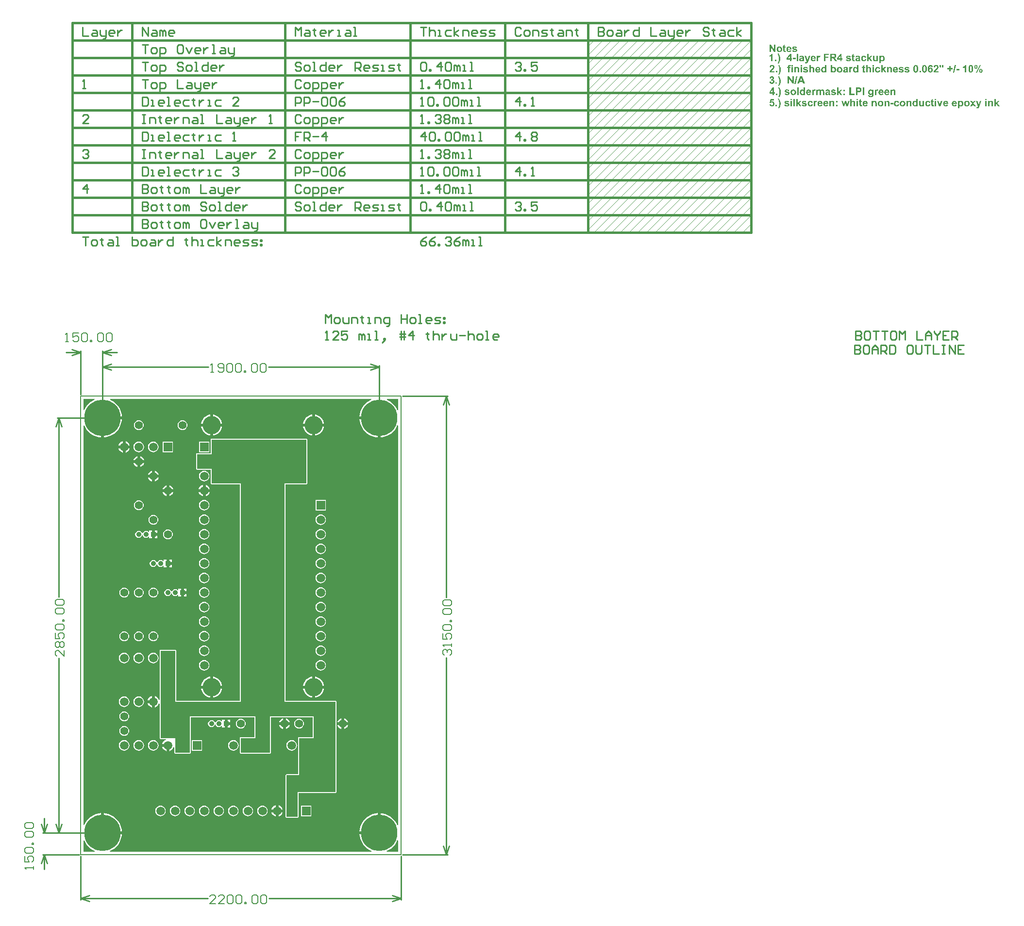
<source format=gbl>
G04*
G04 #@! TF.GenerationSoftware,Altium Limited,Altium Designer,19.1.9 (167)*
G04*
G04 Layer_Physical_Order=4*
G04 Layer_Color=16711680*
%FSLAX25Y25*%
%MOIN*%
G70*
G01*
G75*
%ADD11C,0.00500*%
%ADD14C,0.01000*%
%ADD15C,0.01500*%
%ADD16C,0.00100*%
%ADD17C,0.00600*%
%ADD31C,0.05512*%
%ADD32C,0.05906*%
%ADD33R,0.05906X0.05906*%
%ADD34C,0.05984*%
%ADD35R,0.05984X0.05984*%
%ADD36C,0.25000*%
%ADD37C,0.03543*%
%ADD38R,0.03543X0.03543*%
%ADD39C,0.12500*%
%ADD40R,0.05906X0.05906*%
G36*
X490427Y555050D02*
X490501Y555043D01*
X490582Y555035D01*
X490671Y555028D01*
X490856Y554998D01*
X491041Y554954D01*
X491219Y554887D01*
X491300Y554850D01*
X491374Y554806D01*
X491382D01*
X491389Y554791D01*
X491433Y554762D01*
X491500Y554702D01*
X491574Y554621D01*
X491663Y554525D01*
X491744Y554399D01*
X491826Y554251D01*
X491885Y554081D01*
X490960Y553911D01*
Y553918D01*
X490945Y553948D01*
X490930Y553985D01*
X490908Y554029D01*
X490878Y554088D01*
X490834Y554140D01*
X490790Y554192D01*
X490730Y554236D01*
X490723Y554244D01*
X490701Y554258D01*
X490664Y554273D01*
X490612Y554295D01*
X490545Y554318D01*
X490464Y554340D01*
X490368Y554347D01*
X490257Y554355D01*
X490190D01*
X490124Y554347D01*
X490042Y554340D01*
X489946Y554325D01*
X489857Y554310D01*
X489776Y554281D01*
X489702Y554244D01*
X489694D01*
X489687Y554229D01*
X489650Y554192D01*
X489606Y554125D01*
X489598Y554088D01*
X489591Y554044D01*
Y554036D01*
Y554029D01*
X489606Y553985D01*
X489635Y553925D01*
X489657Y553896D01*
X489687Y553866D01*
X489694Y553859D01*
X489724Y553851D01*
X489739Y553837D01*
X489768Y553829D01*
X489805Y553814D01*
X489850Y553792D01*
X489909Y553777D01*
X489968Y553755D01*
X490042Y553733D01*
X490131Y553711D01*
X490227Y553681D01*
X490338Y553652D01*
X490464Y553622D01*
X490605Y553585D01*
X490612D01*
X490642Y553578D01*
X490679Y553570D01*
X490730Y553555D01*
X490797Y553533D01*
X490871Y553518D01*
X491034Y553467D01*
X491219Y553400D01*
X491396Y553326D01*
X491485Y553282D01*
X491567Y553245D01*
X491633Y553193D01*
X491700Y553148D01*
X491715Y553134D01*
X491752Y553104D01*
X491796Y553045D01*
X491855Y552963D01*
X491914Y552860D01*
X491959Y552734D01*
X491996Y552586D01*
X492011Y552423D01*
Y552416D01*
Y552401D01*
Y552371D01*
X492003Y552334D01*
X491996Y552297D01*
X491988Y552246D01*
X491959Y552120D01*
X491907Y551987D01*
X491870Y551913D01*
X491833Y551839D01*
X491781Y551765D01*
X491722Y551691D01*
X491655Y551617D01*
X491581Y551543D01*
X491574Y551535D01*
X491559Y551528D01*
X491537Y551513D01*
X491500Y551483D01*
X491456Y551461D01*
X491404Y551432D01*
X491337Y551395D01*
X491263Y551365D01*
X491182Y551328D01*
X491086Y551298D01*
X490982Y551261D01*
X490871Y551239D01*
X490745Y551217D01*
X490612Y551195D01*
X490471Y551187D01*
X490323Y551180D01*
X490249D01*
X490198Y551187D01*
X490131D01*
X490057Y551195D01*
X489976Y551202D01*
X489887Y551217D01*
X489694Y551254D01*
X489495Y551306D01*
X489295Y551380D01*
X489206Y551432D01*
X489117Y551483D01*
X489110Y551491D01*
X489095Y551498D01*
X489073Y551513D01*
X489051Y551543D01*
X488969Y551609D01*
X488880Y551705D01*
X488784Y551824D01*
X488695Y551964D01*
X488614Y552135D01*
X488547Y552320D01*
X489532Y552468D01*
Y552453D01*
X489546Y552423D01*
X489561Y552371D01*
X489583Y552305D01*
X489620Y552231D01*
X489665Y552164D01*
X489717Y552090D01*
X489783Y552031D01*
X489791Y552024D01*
X489820Y552009D01*
X489865Y551987D01*
X489924Y551964D01*
X489998Y551935D01*
X490094Y551913D01*
X490198Y551898D01*
X490323Y551890D01*
X490383D01*
X490457Y551898D01*
X490538Y551905D01*
X490627Y551920D01*
X490723Y551950D01*
X490812Y551979D01*
X490893Y552024D01*
X490901Y552031D01*
X490915Y552046D01*
X490938Y552068D01*
X490960Y552098D01*
X490982Y552135D01*
X491004Y552179D01*
X491019Y552231D01*
X491026Y552290D01*
Y552297D01*
Y552312D01*
X491019Y552357D01*
X490997Y552416D01*
X490952Y552475D01*
X490938Y552490D01*
X490915Y552497D01*
X490886Y552519D01*
X490841Y552534D01*
X490782Y552556D01*
X490716Y552579D01*
X490627Y552601D01*
X490612D01*
X490575Y552616D01*
X490516Y552630D01*
X490434Y552645D01*
X490338Y552667D01*
X490235Y552697D01*
X490116Y552727D01*
X489990Y552764D01*
X489731Y552838D01*
X489606Y552875D01*
X489487Y552919D01*
X489376Y552956D01*
X489273Y553000D01*
X489184Y553045D01*
X489117Y553082D01*
X489110Y553089D01*
X489095Y553097D01*
X489080Y553111D01*
X489051Y553141D01*
X488977Y553208D01*
X488903Y553304D01*
X488821Y553422D01*
X488747Y553563D01*
X488718Y553644D01*
X488703Y553733D01*
X488688Y553822D01*
X488681Y553918D01*
Y553925D01*
Y553940D01*
Y553962D01*
X488688Y553999D01*
X488695Y554036D01*
X488703Y554088D01*
X488725Y554199D01*
X488769Y554325D01*
X488843Y554458D01*
X488880Y554532D01*
X488932Y554599D01*
X488991Y554665D01*
X489058Y554725D01*
X489065Y554732D01*
X489073Y554739D01*
X489095Y554754D01*
X489132Y554776D01*
X489169Y554799D01*
X489221Y554828D01*
X489280Y554858D01*
X489347Y554895D01*
X489428Y554924D01*
X489517Y554954D01*
X489613Y554984D01*
X489717Y555006D01*
X489835Y555028D01*
X489961Y555043D01*
X490094Y555058D01*
X490368D01*
X490427Y555050D01*
D02*
G37*
G36*
X477070Y551261D02*
X476034D01*
X473955Y554636D01*
Y551261D01*
X473000D01*
Y556382D01*
X473999D01*
X476115Y552934D01*
Y556382D01*
X477070D01*
Y551261D01*
D02*
G37*
G36*
X486461Y555050D02*
X486527Y555043D01*
X486609Y555028D01*
X486697Y555013D01*
X486794Y554991D01*
X486897Y554961D01*
X487001Y554924D01*
X487112Y554880D01*
X487223Y554821D01*
X487326Y554762D01*
X487430Y554688D01*
X487534Y554599D01*
X487622Y554503D01*
X487630Y554495D01*
X487645Y554480D01*
X487667Y554443D01*
X487696Y554399D01*
X487733Y554340D01*
X487770Y554273D01*
X487815Y554184D01*
X487859Y554088D01*
X487904Y553977D01*
X487948Y553851D01*
X487985Y553718D01*
X488022Y553563D01*
X488052Y553400D01*
X488074Y553222D01*
X488089Y553037D01*
Y552830D01*
X485632D01*
Y552823D01*
Y552808D01*
Y552786D01*
X485639Y552756D01*
X485647Y552682D01*
X485661Y552579D01*
X485691Y552475D01*
X485735Y552357D01*
X485787Y552246D01*
X485861Y552149D01*
X485869Y552142D01*
X485906Y552112D01*
X485950Y552075D01*
X486017Y552031D01*
X486098Y551987D01*
X486202Y551950D01*
X486313Y551920D01*
X486431Y551913D01*
X486468D01*
X486512Y551920D01*
X486564Y551927D01*
X486623Y551942D01*
X486690Y551964D01*
X486757Y551994D01*
X486816Y552038D01*
X486823Y552046D01*
X486845Y552061D01*
X486875Y552090D01*
X486905Y552135D01*
X486949Y552194D01*
X486986Y552260D01*
X487023Y552349D01*
X487060Y552445D01*
X488037Y552283D01*
Y552275D01*
X488029Y552260D01*
X488015Y552231D01*
X488000Y552194D01*
X487978Y552149D01*
X487955Y552098D01*
X487889Y551979D01*
X487807Y551846D01*
X487704Y551705D01*
X487578Y551580D01*
X487437Y551461D01*
X487430D01*
X487423Y551446D01*
X487393Y551439D01*
X487363Y551417D01*
X487326Y551395D01*
X487275Y551372D01*
X487223Y551350D01*
X487156Y551321D01*
X487008Y551269D01*
X486838Y551224D01*
X486638Y551195D01*
X486424Y551180D01*
X486379D01*
X486335Y551187D01*
X486268D01*
X486187Y551202D01*
X486091Y551217D01*
X485987Y551232D01*
X485883Y551261D01*
X485765Y551291D01*
X485647Y551335D01*
X485528Y551387D01*
X485410Y551446D01*
X485291Y551520D01*
X485180Y551602D01*
X485084Y551698D01*
X484988Y551809D01*
X484981Y551816D01*
X484973Y551831D01*
X484958Y551861D01*
X484929Y551898D01*
X484907Y551950D01*
X484877Y552009D01*
X484840Y552075D01*
X484810Y552157D01*
X484773Y552246D01*
X484744Y552342D01*
X484707Y552445D01*
X484685Y552564D01*
X484662Y552682D01*
X484640Y552808D01*
X484633Y552949D01*
X484625Y553089D01*
Y553097D01*
Y553126D01*
Y553178D01*
X484633Y553245D01*
X484640Y553319D01*
X484648Y553407D01*
X484662Y553504D01*
X484685Y553615D01*
X484744Y553844D01*
X484781Y553962D01*
X484825Y554088D01*
X484884Y554207D01*
X484951Y554318D01*
X485025Y554429D01*
X485106Y554532D01*
X485114Y554540D01*
X485129Y554554D01*
X485158Y554584D01*
X485195Y554614D01*
X485240Y554651D01*
X485299Y554695D01*
X485365Y554747D01*
X485439Y554799D01*
X485521Y554843D01*
X485617Y554895D01*
X485713Y554939D01*
X485824Y554976D01*
X485935Y555006D01*
X486061Y555035D01*
X486187Y555050D01*
X486320Y555058D01*
X486401D01*
X486461Y555050D01*
D02*
G37*
G36*
X483560Y554976D02*
X484233D01*
Y554192D01*
X483560D01*
Y552690D01*
Y552682D01*
Y552667D01*
Y552645D01*
Y552616D01*
Y552542D01*
Y552453D01*
X483567Y552364D01*
Y552275D01*
Y552209D01*
X483575Y552179D01*
Y552164D01*
X483582Y552149D01*
X483597Y552120D01*
X483619Y552083D01*
X483663Y552038D01*
X483678Y552031D01*
X483708Y552016D01*
X483760Y552001D01*
X483826Y551994D01*
X483856D01*
X483885Y552001D01*
X483930Y552009D01*
X483989Y552016D01*
X484056Y552031D01*
X484137Y552053D01*
X484226Y552083D01*
X484315Y551321D01*
X484307D01*
X484300Y551313D01*
X484255Y551298D01*
X484181Y551276D01*
X484085Y551254D01*
X483974Y551224D01*
X483841Y551202D01*
X483693Y551187D01*
X483538Y551180D01*
X483493D01*
X483441Y551187D01*
X483375Y551195D01*
X483301Y551202D01*
X483219Y551217D01*
X483138Y551239D01*
X483057Y551269D01*
X483049Y551276D01*
X483020Y551284D01*
X482983Y551306D01*
X482938Y551328D01*
X482835Y551402D01*
X482783Y551446D01*
X482738Y551498D01*
X482731Y551506D01*
X482724Y551528D01*
X482709Y551557D01*
X482687Y551602D01*
X482664Y551654D01*
X482642Y551720D01*
X482620Y551794D01*
X482605Y551876D01*
Y551883D01*
X482598Y551913D01*
Y551957D01*
X482590Y552031D01*
X482583Y552127D01*
Y552246D01*
X482576Y552312D01*
Y552394D01*
Y552475D01*
Y552571D01*
Y554192D01*
X482124D01*
Y554976D01*
X482576D01*
Y555716D01*
X483560Y556293D01*
Y554976D01*
D02*
G37*
G36*
X479978Y555050D02*
X480052Y555043D01*
X480134Y555028D01*
X480230Y555013D01*
X480326Y554991D01*
X480437Y554961D01*
X480548Y554924D01*
X480659Y554880D01*
X480777Y554828D01*
X480896Y554762D01*
X481007Y554688D01*
X481118Y554606D01*
X481221Y554510D01*
X481229Y554503D01*
X481244Y554488D01*
X481273Y554451D01*
X481303Y554414D01*
X481347Y554355D01*
X481392Y554295D01*
X481443Y554214D01*
X481495Y554133D01*
X481540Y554036D01*
X481591Y553933D01*
X481636Y553814D01*
X481680Y553696D01*
X481710Y553563D01*
X481739Y553430D01*
X481754Y553282D01*
X481762Y553126D01*
Y553119D01*
Y553089D01*
Y553045D01*
X481754Y552986D01*
X481747Y552912D01*
X481732Y552830D01*
X481717Y552734D01*
X481695Y552638D01*
X481665Y552527D01*
X481628Y552416D01*
X481584Y552297D01*
X481532Y552179D01*
X481466Y552061D01*
X481392Y551950D01*
X481310Y551839D01*
X481214Y551728D01*
X481207Y551720D01*
X481192Y551705D01*
X481162Y551676D01*
X481118Y551639D01*
X481066Y551602D01*
X480999Y551557D01*
X480925Y551506D01*
X480844Y551454D01*
X480748Y551402D01*
X480644Y551350D01*
X480533Y551306D01*
X480407Y551269D01*
X480282Y551232D01*
X480141Y551202D01*
X480000Y551187D01*
X479845Y551180D01*
X479793D01*
X479756Y551187D01*
X479712D01*
X479660Y551195D01*
X479534Y551210D01*
X479379Y551239D01*
X479216Y551276D01*
X479046Y551335D01*
X478868Y551409D01*
X478861D01*
X478846Y551417D01*
X478824Y551432D01*
X478794Y551454D01*
X478713Y551506D01*
X478609Y551580D01*
X478498Y551676D01*
X478380Y551794D01*
X478269Y551927D01*
X478165Y552083D01*
Y552090D01*
X478158Y552105D01*
X478143Y552127D01*
X478128Y552164D01*
X478113Y552209D01*
X478091Y552260D01*
X478069Y552320D01*
X478047Y552386D01*
X478025Y552460D01*
X478002Y552542D01*
X477965Y552727D01*
X477936Y552941D01*
X477928Y553171D01*
Y553178D01*
Y553193D01*
Y553222D01*
X477936Y553252D01*
Y553296D01*
X477943Y553348D01*
X477958Y553474D01*
X477988Y553615D01*
X478032Y553770D01*
X478084Y553940D01*
X478165Y554110D01*
Y554118D01*
X478180Y554133D01*
X478187Y554155D01*
X478210Y554184D01*
X478269Y554266D01*
X478343Y554369D01*
X478439Y554480D01*
X478557Y554599D01*
X478691Y554710D01*
X478846Y554813D01*
X478853D01*
X478868Y554821D01*
X478890Y554836D01*
X478927Y554850D01*
X478964Y554873D01*
X479016Y554887D01*
X479075Y554910D01*
X479135Y554939D01*
X479283Y554984D01*
X479453Y555021D01*
X479638Y555050D01*
X479838Y555058D01*
X479919D01*
X479978Y555050D01*
D02*
G37*
G36*
X507417Y548735D02*
X507499Y548720D01*
X507602Y548698D01*
X507713Y548661D01*
X507824Y548617D01*
X507943Y548550D01*
X507632Y547699D01*
X507625Y547706D01*
X507588Y547721D01*
X507543Y547751D01*
X507484Y547780D01*
X507410Y547810D01*
X507336Y547840D01*
X507255Y547854D01*
X507173Y547862D01*
X507144D01*
X507099Y547854D01*
X507055Y547847D01*
X507003Y547832D01*
X506944Y547810D01*
X506885Y547780D01*
X506825Y547743D01*
X506818Y547736D01*
X506803Y547721D01*
X506774Y547692D01*
X506744Y547647D01*
X506707Y547595D01*
X506670Y547521D01*
X506633Y547433D01*
X506603Y547329D01*
Y547314D01*
X506596Y547292D01*
X506589Y547270D01*
Y547233D01*
X506581Y547188D01*
X506574Y547129D01*
X506566Y547063D01*
X506559Y546989D01*
X506552Y546892D01*
X506544Y546796D01*
Y546678D01*
X506537Y546552D01*
X506529Y546411D01*
Y546256D01*
Y546086D01*
Y544946D01*
X505545D01*
Y548661D01*
X506455D01*
Y548136D01*
X506463Y548143D01*
X506492Y548187D01*
X506537Y548254D01*
X506596Y548335D01*
X506655Y548417D01*
X506729Y548498D01*
X506796Y548572D01*
X506870Y548624D01*
X506877Y548631D01*
X506899Y548646D01*
X506944Y548661D01*
X506996Y548683D01*
X507055Y548705D01*
X507129Y548728D01*
X507203Y548735D01*
X507292Y548742D01*
X507351D01*
X507417Y548735D01*
D02*
G37*
G36*
X550707D02*
X550759Y548728D01*
X550826Y548713D01*
X550900Y548698D01*
X550974Y548676D01*
X551063Y548654D01*
X551144Y548617D01*
X551240Y548580D01*
X551329Y548528D01*
X551425Y548469D01*
X551514Y548402D01*
X551603Y548321D01*
X551692Y548232D01*
X551699Y548224D01*
X551714Y548210D01*
X551736Y548180D01*
X551766Y548136D01*
X551795Y548091D01*
X551832Y548025D01*
X551877Y547951D01*
X551921Y547869D01*
X551958Y547773D01*
X552002Y547669D01*
X552039Y547551D01*
X552076Y547425D01*
X552099Y547285D01*
X552121Y547144D01*
X552136Y546981D01*
X552143Y546818D01*
Y546811D01*
Y546781D01*
Y546730D01*
X552136Y546663D01*
X552128Y546589D01*
X552121Y546500D01*
X552106Y546397D01*
X552084Y546293D01*
X552032Y546056D01*
X551995Y545938D01*
X551951Y545819D01*
X551899Y545701D01*
X551832Y545590D01*
X551766Y545479D01*
X551684Y545375D01*
X551677Y545368D01*
X551662Y545353D01*
X551640Y545331D01*
X551603Y545294D01*
X551558Y545257D01*
X551507Y545213D01*
X551447Y545168D01*
X551381Y545124D01*
X551299Y545072D01*
X551218Y545028D01*
X551033Y544946D01*
X550929Y544909D01*
X550818Y544887D01*
X550707Y544872D01*
X550589Y544865D01*
X550537D01*
X550478Y544872D01*
X550404Y544880D01*
X550315Y544894D01*
X550219Y544917D01*
X550123Y544946D01*
X550027Y544983D01*
X550019Y544991D01*
X549982Y545005D01*
X549938Y545042D01*
X549871Y545087D01*
X549790Y545139D01*
X549708Y545213D01*
X549612Y545301D01*
X549509Y545405D01*
Y543525D01*
X548524D01*
Y548661D01*
X549442D01*
Y548113D01*
X549449Y548128D01*
X549472Y548158D01*
X549516Y548210D01*
X549568Y548276D01*
X549634Y548350D01*
X549723Y548424D01*
X549812Y548498D01*
X549923Y548565D01*
X549938Y548572D01*
X549975Y548594D01*
X550041Y548624D01*
X550123Y548654D01*
X550219Y548683D01*
X550337Y548713D01*
X550463Y548735D01*
X550596Y548742D01*
X550656D01*
X550707Y548735D01*
D02*
G37*
G36*
X527405D02*
X527479Y548728D01*
X527560Y548720D01*
X527649Y548713D01*
X527834Y548683D01*
X528019Y548639D01*
X528197Y548572D01*
X528278Y548535D01*
X528352Y548491D01*
X528359D01*
X528367Y548476D01*
X528411Y548446D01*
X528478Y548387D01*
X528552Y548306D01*
X528641Y548210D01*
X528722Y548084D01*
X528803Y547936D01*
X528863Y547766D01*
X527938Y547595D01*
Y547603D01*
X527923Y547632D01*
X527908Y547669D01*
X527886Y547714D01*
X527856Y547773D01*
X527812Y547825D01*
X527767Y547877D01*
X527708Y547921D01*
X527701Y547928D01*
X527679Y547943D01*
X527642Y547958D01*
X527590Y547980D01*
X527523Y548002D01*
X527442Y548025D01*
X527346Y548032D01*
X527235Y548039D01*
X527168D01*
X527101Y548032D01*
X527020Y548025D01*
X526924Y548010D01*
X526835Y547995D01*
X526754Y547965D01*
X526680Y547928D01*
X526672D01*
X526665Y547914D01*
X526628Y547877D01*
X526583Y547810D01*
X526576Y547773D01*
X526569Y547729D01*
Y547721D01*
Y547714D01*
X526583Y547669D01*
X526613Y547610D01*
X526635Y547581D01*
X526665Y547551D01*
X526672Y547544D01*
X526702Y547536D01*
X526717Y547521D01*
X526746Y547514D01*
X526783Y547499D01*
X526828Y547477D01*
X526887Y547462D01*
X526946Y547440D01*
X527020Y547418D01*
X527109Y547396D01*
X527205Y547366D01*
X527316Y547336D01*
X527442Y547307D01*
X527582Y547270D01*
X527590D01*
X527619Y547262D01*
X527656Y547255D01*
X527708Y547240D01*
X527775Y547218D01*
X527849Y547203D01*
X528012Y547151D01*
X528197Y547085D01*
X528374Y547011D01*
X528463Y546966D01*
X528544Y546929D01*
X528611Y546878D01*
X528678Y546833D01*
X528692Y546818D01*
X528729Y546789D01*
X528774Y546730D01*
X528833Y546648D01*
X528892Y546545D01*
X528937Y546419D01*
X528974Y546271D01*
X528988Y546108D01*
Y546101D01*
Y546086D01*
Y546056D01*
X528981Y546019D01*
X528974Y545982D01*
X528966Y545930D01*
X528937Y545805D01*
X528885Y545671D01*
X528848Y545597D01*
X528811Y545523D01*
X528759Y545449D01*
X528700Y545375D01*
X528633Y545301D01*
X528559Y545227D01*
X528552Y545220D01*
X528537Y545213D01*
X528515Y545198D01*
X528478Y545168D01*
X528433Y545146D01*
X528382Y545116D01*
X528315Y545079D01*
X528241Y545050D01*
X528160Y545013D01*
X528063Y544983D01*
X527960Y544946D01*
X527849Y544924D01*
X527723Y544902D01*
X527590Y544880D01*
X527449Y544872D01*
X527301Y544865D01*
X527227D01*
X527175Y544872D01*
X527109D01*
X527035Y544880D01*
X526953Y544887D01*
X526865Y544902D01*
X526672Y544939D01*
X526472Y544991D01*
X526273Y545065D01*
X526184Y545116D01*
X526095Y545168D01*
X526088Y545176D01*
X526073Y545183D01*
X526051Y545198D01*
X526028Y545227D01*
X525947Y545294D01*
X525858Y545390D01*
X525762Y545509D01*
X525673Y545649D01*
X525592Y545819D01*
X525525Y546004D01*
X526509Y546152D01*
Y546138D01*
X526524Y546108D01*
X526539Y546056D01*
X526561Y545990D01*
X526598Y545916D01*
X526643Y545849D01*
X526694Y545775D01*
X526761Y545716D01*
X526768Y545708D01*
X526798Y545694D01*
X526842Y545671D01*
X526902Y545649D01*
X526976Y545620D01*
X527072Y545597D01*
X527175Y545583D01*
X527301Y545575D01*
X527360D01*
X527434Y545583D01*
X527516Y545590D01*
X527605Y545605D01*
X527701Y545634D01*
X527790Y545664D01*
X527871Y545708D01*
X527878Y545716D01*
X527893Y545731D01*
X527915Y545753D01*
X527938Y545782D01*
X527960Y545819D01*
X527982Y545864D01*
X527997Y545916D01*
X528004Y545975D01*
Y545982D01*
Y545997D01*
X527997Y546041D01*
X527975Y546101D01*
X527930Y546160D01*
X527915Y546175D01*
X527893Y546182D01*
X527864Y546204D01*
X527819Y546219D01*
X527760Y546241D01*
X527693Y546263D01*
X527605Y546286D01*
X527590D01*
X527553Y546300D01*
X527494Y546315D01*
X527412Y546330D01*
X527316Y546352D01*
X527212Y546382D01*
X527094Y546411D01*
X526968Y546448D01*
X526709Y546522D01*
X526583Y546559D01*
X526465Y546604D01*
X526354Y546641D01*
X526250Y546685D01*
X526162Y546730D01*
X526095Y546767D01*
X526088Y546774D01*
X526073Y546781D01*
X526058Y546796D01*
X526028Y546826D01*
X525954Y546892D01*
X525880Y546989D01*
X525799Y547107D01*
X525725Y547248D01*
X525695Y547329D01*
X525681Y547418D01*
X525666Y547507D01*
X525658Y547603D01*
Y547610D01*
Y547625D01*
Y547647D01*
X525666Y547684D01*
X525673Y547721D01*
X525681Y547773D01*
X525703Y547884D01*
X525747Y548010D01*
X525821Y548143D01*
X525858Y548217D01*
X525910Y548284D01*
X525969Y548350D01*
X526036Y548409D01*
X526043Y548417D01*
X526051Y548424D01*
X526073Y548439D01*
X526110Y548461D01*
X526147Y548483D01*
X526199Y548513D01*
X526258Y548543D01*
X526324Y548580D01*
X526406Y548609D01*
X526495Y548639D01*
X526591Y548668D01*
X526694Y548691D01*
X526813Y548713D01*
X526939Y548728D01*
X527072Y548742D01*
X527346D01*
X527405Y548735D01*
D02*
G37*
G36*
X537898D02*
X537957D01*
X538024Y548728D01*
X538098Y548720D01*
X538179Y548705D01*
X538349Y548668D01*
X538527Y548617D01*
X538705Y548543D01*
X538867Y548446D01*
X538875D01*
X538882Y548432D01*
X538904Y548417D01*
X538934Y548395D01*
X539001Y548328D01*
X539089Y548232D01*
X539186Y548106D01*
X539282Y547958D01*
X539371Y547780D01*
X539445Y547573D01*
X538475Y547396D01*
Y547410D01*
X538468Y547440D01*
X538453Y547492D01*
X538431Y547558D01*
X538394Y547625D01*
X538357Y547699D01*
X538305Y547766D01*
X538246Y547825D01*
X538238Y547832D01*
X538216Y547847D01*
X538179Y547869D01*
X538127Y547899D01*
X538061Y547928D01*
X537987Y547951D01*
X537898Y547965D01*
X537802Y547973D01*
X537787D01*
X537743Y547965D01*
X537676Y547958D01*
X537587Y547943D01*
X537498Y547906D01*
X537402Y547862D01*
X537306Y547803D01*
X537217Y547714D01*
X537210Y547699D01*
X537188Y547662D01*
X537151Y547603D01*
X537114Y547514D01*
X537069Y547396D01*
X537054Y547329D01*
X537040Y547255D01*
X537025Y547166D01*
X537010Y547077D01*
X537003Y546974D01*
Y546870D01*
Y546863D01*
Y546841D01*
Y546804D01*
X537010Y546759D01*
Y546707D01*
X537017Y546648D01*
X537032Y546500D01*
X537054Y546345D01*
X537099Y546189D01*
X537151Y546049D01*
X537188Y545990D01*
X537225Y545930D01*
X537232Y545916D01*
X537269Y545886D01*
X537313Y545849D01*
X537380Y545797D01*
X537469Y545745D01*
X537565Y545708D01*
X537683Y545679D01*
X537817Y545664D01*
X537861D01*
X537913Y545671D01*
X537979Y545686D01*
X538053Y545701D01*
X538127Y545731D01*
X538201Y545768D01*
X538275Y545819D01*
X538283Y545827D01*
X538305Y545849D01*
X538335Y545886D01*
X538379Y545945D01*
X538423Y546019D01*
X538460Y546115D01*
X538505Y546234D01*
X538534Y546367D01*
X539496Y546204D01*
Y546197D01*
X539489Y546175D01*
X539482Y546138D01*
X539467Y546093D01*
X539445Y546041D01*
X539422Y545975D01*
X539363Y545827D01*
X539289Y545664D01*
X539186Y545501D01*
X539060Y545338D01*
X538986Y545264D01*
X538912Y545198D01*
X538904D01*
X538890Y545183D01*
X538867Y545168D01*
X538838Y545146D01*
X538793Y545124D01*
X538742Y545094D01*
X538682Y545065D01*
X538608Y545035D01*
X538534Y544998D01*
X538446Y544968D01*
X538357Y544939D01*
X538253Y544917D01*
X538142Y544894D01*
X538024Y544880D01*
X537905Y544872D01*
X537772Y544865D01*
X537691D01*
X537639Y544872D01*
X537572Y544880D01*
X537491Y544894D01*
X537402Y544909D01*
X537306Y544931D01*
X537202Y544954D01*
X537099Y544991D01*
X536988Y545028D01*
X536884Y545079D01*
X536773Y545139D01*
X536670Y545205D01*
X536573Y545287D01*
X536477Y545375D01*
X536470Y545383D01*
X536455Y545398D01*
X536433Y545427D01*
X536403Y545472D01*
X536366Y545523D01*
X536322Y545583D01*
X536285Y545657D01*
X536240Y545745D01*
X536189Y545842D01*
X536152Y545945D01*
X536107Y546064D01*
X536070Y546189D01*
X536041Y546330D01*
X536018Y546471D01*
X536004Y546633D01*
X535996Y546796D01*
Y546804D01*
Y546833D01*
Y546885D01*
X536004Y546944D01*
X536011Y547026D01*
X536018Y547114D01*
X536033Y547211D01*
X536055Y547322D01*
X536115Y547551D01*
X536152Y547669D01*
X536196Y547788D01*
X536255Y547906D01*
X536322Y548017D01*
X536396Y548121D01*
X536477Y548224D01*
X536485Y548232D01*
X536499Y548247D01*
X536529Y548269D01*
X536566Y548306D01*
X536618Y548343D01*
X536677Y548387D01*
X536744Y548439D01*
X536825Y548483D01*
X536914Y548535D01*
X537010Y548580D01*
X537121Y548624D01*
X537239Y548661D01*
X537358Y548698D01*
X537498Y548720D01*
X537639Y548735D01*
X537787Y548742D01*
X537854D01*
X537898Y548735D01*
D02*
G37*
G36*
X491086Y546315D02*
X489154D01*
Y547299D01*
X491086D01*
Y546315D01*
D02*
G37*
G36*
X499662Y545079D02*
X499425Y544443D01*
X499418Y544428D01*
X499403Y544391D01*
X499374Y544332D01*
X499344Y544258D01*
X499307Y544177D01*
X499263Y544095D01*
X499218Y544021D01*
X499174Y543947D01*
X499166Y543940D01*
X499152Y543918D01*
X499129Y543888D01*
X499100Y543844D01*
X499018Y543755D01*
X498907Y543666D01*
X498900Y543659D01*
X498878Y543651D01*
X498848Y543629D01*
X498804Y543607D01*
X498752Y543585D01*
X498693Y543555D01*
X498619Y543525D01*
X498537Y543503D01*
X498530D01*
X498500Y543496D01*
X498456Y543481D01*
X498389Y543474D01*
X498315Y543459D01*
X498234Y543444D01*
X498138Y543437D01*
X497990D01*
X497931Y543444D01*
X497864D01*
X497775Y543451D01*
X497686Y543466D01*
X497487Y543503D01*
X497398Y544273D01*
X497405D01*
X497435Y544265D01*
X497479Y544258D01*
X497538Y544251D01*
X497598Y544236D01*
X497672Y544228D01*
X497812Y544221D01*
X497871D01*
X497931Y544236D01*
X498005Y544251D01*
X498086Y544273D01*
X498167Y544310D01*
X498249Y544362D01*
X498315Y544428D01*
X498323Y544436D01*
X498345Y544465D01*
X498375Y544510D01*
X498412Y544569D01*
X498449Y544643D01*
X498493Y544732D01*
X498530Y544828D01*
X498567Y544939D01*
X497161Y548661D01*
X498204D01*
X499085Y546019D01*
X499958Y548661D01*
X500972D01*
X499662Y545079D01*
D02*
G37*
G36*
X547540Y544946D02*
X546630D01*
Y545501D01*
X546623Y545486D01*
X546593Y545449D01*
X546549Y545398D01*
X546482Y545331D01*
X546408Y545250D01*
X546312Y545176D01*
X546208Y545094D01*
X546090Y545028D01*
X546075Y545020D01*
X546031Y545005D01*
X545964Y544976D01*
X545875Y544946D01*
X545772Y544917D01*
X545653Y544887D01*
X545527Y544872D01*
X545394Y544865D01*
X545328D01*
X545261Y544872D01*
X545172Y544887D01*
X545061Y544902D01*
X544950Y544931D01*
X544832Y544976D01*
X544721Y545028D01*
X544706Y545035D01*
X544676Y545057D01*
X544617Y545094D01*
X544558Y545146D01*
X544484Y545213D01*
X544417Y545287D01*
X544351Y545383D01*
X544292Y545486D01*
X544284Y545501D01*
X544269Y545538D01*
X544247Y545605D01*
X544225Y545701D01*
X544203Y545819D01*
X544181Y545960D01*
X544166Y546123D01*
X544158Y546308D01*
Y548661D01*
X545143D01*
Y546952D01*
Y546944D01*
Y546915D01*
Y546878D01*
Y546826D01*
Y546767D01*
Y546700D01*
X545150Y546545D01*
X545157Y546374D01*
X545165Y546219D01*
X545172Y546152D01*
X545180Y546086D01*
X545187Y546034D01*
X545194Y545997D01*
Y545990D01*
X545202Y545967D01*
X545217Y545938D01*
X545239Y545893D01*
X545261Y545849D01*
X545298Y545805D01*
X545335Y545760D01*
X545387Y545716D01*
X545394Y545708D01*
X545416Y545701D01*
X545446Y545686D01*
X545490Y545671D01*
X545542Y545649D01*
X545609Y545634D01*
X545675Y545627D01*
X545757Y545620D01*
X545801D01*
X545846Y545627D01*
X545905Y545634D01*
X545979Y545649D01*
X546053Y545679D01*
X546134Y545708D01*
X546208Y545753D01*
X546216Y545760D01*
X546238Y545775D01*
X546275Y545805D01*
X546319Y545849D01*
X546364Y545901D01*
X546408Y545953D01*
X546452Y546019D01*
X546482Y546093D01*
Y546101D01*
X546497Y546138D01*
Y546167D01*
X546504Y546204D01*
X546512Y546241D01*
X546519Y546293D01*
X546526Y546360D01*
X546534Y546426D01*
X546541Y546508D01*
Y546604D01*
X546549Y546707D01*
X546556Y546826D01*
Y546952D01*
Y547092D01*
Y548661D01*
X547540D01*
Y544946D01*
D02*
G37*
G36*
X541147Y547351D02*
X542294Y548661D01*
X543500D01*
X542227Y547299D01*
X543589Y544946D01*
X542530D01*
X541591Y546611D01*
X541147Y546130D01*
Y544946D01*
X540162D01*
Y550067D01*
X541147D01*
Y547351D01*
D02*
G37*
G36*
X533843Y548735D02*
X533902D01*
X534050Y548720D01*
X534205Y548705D01*
X534368Y548676D01*
X534524Y548631D01*
X534590Y548609D01*
X534657Y548580D01*
X534664D01*
X534672Y548572D01*
X534709Y548550D01*
X534768Y548520D01*
X534834Y548476D01*
X534916Y548417D01*
X534990Y548350D01*
X535056Y548269D01*
X535116Y548187D01*
X535123Y548173D01*
X535138Y548143D01*
X535160Y548076D01*
X535167Y548039D01*
X535182Y547988D01*
X535197Y547936D01*
X535204Y547869D01*
X535219Y547795D01*
X535227Y547714D01*
X535234Y547625D01*
X535241Y547529D01*
X535249Y547425D01*
Y547307D01*
X535234Y546160D01*
Y546152D01*
Y546138D01*
Y546115D01*
Y546078D01*
Y545990D01*
X535241Y545886D01*
Y545768D01*
X535256Y545649D01*
X535264Y545531D01*
X535278Y545435D01*
Y545427D01*
X535286Y545398D01*
X535301Y545346D01*
X535315Y545287D01*
X535345Y545213D01*
X535375Y545131D01*
X535412Y545042D01*
X535456Y544946D01*
X534487D01*
Y544954D01*
X534479Y544961D01*
X534472Y544991D01*
X534457Y545020D01*
X534442Y545057D01*
X534427Y545109D01*
X534413Y545168D01*
X534390Y545235D01*
Y545242D01*
X534383Y545250D01*
X534376Y545279D01*
X534361Y545316D01*
X534353Y545346D01*
X534339Y545338D01*
X534309Y545309D01*
X534257Y545264D01*
X534191Y545213D01*
X534109Y545153D01*
X534020Y545087D01*
X533917Y545035D01*
X533813Y544983D01*
X533798Y544976D01*
X533761Y544968D01*
X533702Y544946D01*
X533628Y544924D01*
X533539Y544902D01*
X533436Y544887D01*
X533317Y544872D01*
X533199Y544865D01*
X533147D01*
X533103Y544872D01*
X533058D01*
X532999Y544880D01*
X532873Y544902D01*
X532725Y544939D01*
X532577Y544991D01*
X532429Y545065D01*
X532296Y545168D01*
Y545176D01*
X532281Y545183D01*
X532244Y545227D01*
X532193Y545294D01*
X532133Y545383D01*
X532074Y545494D01*
X532022Y545627D01*
X531985Y545782D01*
X531978Y545864D01*
X531971Y545953D01*
Y545967D01*
Y546004D01*
X531978Y546064D01*
X531993Y546138D01*
X532008Y546226D01*
X532030Y546315D01*
X532067Y546411D01*
X532119Y546508D01*
X532126Y546522D01*
X532148Y546552D01*
X532178Y546596D01*
X532230Y546648D01*
X532281Y546707D01*
X532355Y546774D01*
X532437Y546833D01*
X532533Y546885D01*
X532548Y546892D01*
X532585Y546907D01*
X532644Y546929D01*
X532733Y546966D01*
X532844Y547003D01*
X532977Y547040D01*
X533140Y547077D01*
X533317Y547114D01*
X533325D01*
X533347Y547122D01*
X533384Y547129D01*
X533428Y547137D01*
X533488Y547144D01*
X533554Y547159D01*
X533702Y547196D01*
X533858Y547233D01*
X534020Y547270D01*
X534161Y547314D01*
X534228Y547336D01*
X534279Y547359D01*
Y547455D01*
Y547470D01*
Y547499D01*
X534272Y547551D01*
X534265Y547618D01*
X534242Y547684D01*
X534220Y547751D01*
X534183Y547810D01*
X534131Y547862D01*
X534124Y547869D01*
X534102Y547884D01*
X534065Y547899D01*
X534013Y547928D01*
X533939Y547951D01*
X533850Y547965D01*
X533739Y547980D01*
X533606Y547988D01*
X533562D01*
X533517Y547980D01*
X533458Y547973D01*
X533391Y547958D01*
X533317Y547943D01*
X533251Y547914D01*
X533192Y547877D01*
X533184Y547869D01*
X533169Y547854D01*
X533140Y547832D01*
X533110Y547795D01*
X533066Y547743D01*
X533029Y547677D01*
X532992Y547603D01*
X532955Y547514D01*
X532074Y547677D01*
Y547684D01*
X532082Y547699D01*
X532089Y547729D01*
X532104Y547766D01*
X532119Y547810D01*
X532141Y547862D01*
X532193Y547980D01*
X532267Y548106D01*
X532355Y548239D01*
X532459Y548365D01*
X532585Y548476D01*
X532592D01*
X532600Y548491D01*
X532622Y548498D01*
X532651Y548520D01*
X532696Y548535D01*
X532740Y548557D01*
X532799Y548587D01*
X532859Y548609D01*
X532933Y548631D01*
X533014Y548661D01*
X533103Y548683D01*
X533206Y548698D01*
X533310Y548720D01*
X533428Y548728D01*
X533547Y548742D01*
X533791D01*
X533843Y548735D01*
D02*
G37*
G36*
X522565Y546833D02*
X523202D01*
Y545975D01*
X522565D01*
Y544946D01*
X521618D01*
Y545975D01*
X519516D01*
Y546826D01*
X521736Y550089D01*
X522565D01*
Y546833D01*
D02*
G37*
G36*
X517119Y550060D02*
X517200D01*
X517282Y550052D01*
X517378D01*
X517570Y550030D01*
X517770Y550008D01*
X517955Y549971D01*
X518036Y549949D01*
X518110Y549926D01*
X518118D01*
X518125Y549919D01*
X518170Y549897D01*
X518236Y549860D01*
X518325Y549815D01*
X518421Y549741D01*
X518517Y549660D01*
X518614Y549556D01*
X518702Y549431D01*
Y549423D01*
X518710Y549416D01*
X518725Y549394D01*
X518739Y549371D01*
X518776Y549297D01*
X518821Y549201D01*
X518858Y549083D01*
X518895Y548950D01*
X518924Y548794D01*
X518932Y548631D01*
Y548624D01*
Y548609D01*
Y548572D01*
X518924Y548535D01*
Y548483D01*
X518917Y548432D01*
X518887Y548298D01*
X518850Y548143D01*
X518791Y547988D01*
X518702Y547825D01*
X518651Y547751D01*
X518591Y547677D01*
X518584Y547669D01*
X518577Y547662D01*
X518554Y547640D01*
X518525Y547618D01*
X518495Y547588D01*
X518451Y547551D01*
X518399Y547514D01*
X518340Y547477D01*
X518273Y547433D01*
X518192Y547396D01*
X518110Y547359D01*
X518022Y547322D01*
X517918Y547285D01*
X517814Y547255D01*
X517703Y547225D01*
X517578Y547203D01*
X517585D01*
X517592Y547196D01*
X517637Y547166D01*
X517696Y547129D01*
X517770Y547077D01*
X517859Y547011D01*
X517948Y546944D01*
X518044Y546863D01*
X518125Y546774D01*
X518133Y546767D01*
X518170Y546730D01*
X518214Y546670D01*
X518281Y546582D01*
X518369Y546471D01*
X518414Y546397D01*
X518466Y546323D01*
X518525Y546241D01*
X518584Y546152D01*
X518651Y546049D01*
X518717Y545945D01*
X519346Y544946D01*
X518103D01*
X517363Y546056D01*
X517356Y546064D01*
X517348Y546086D01*
X517326Y546115D01*
X517296Y546152D01*
X517267Y546197D01*
X517230Y546256D01*
X517148Y546374D01*
X517052Y546508D01*
X516963Y546626D01*
X516882Y546737D01*
X516845Y546774D01*
X516815Y546811D01*
X516808Y546818D01*
X516793Y546833D01*
X516764Y546863D01*
X516727Y546900D01*
X516675Y546929D01*
X516623Y546966D01*
X516564Y546996D01*
X516505Y547026D01*
X516497D01*
X516475Y547033D01*
X516438Y547048D01*
X516379Y547055D01*
X516305Y547070D01*
X516216Y547077D01*
X516112Y547085D01*
X515779D01*
Y544946D01*
X514743D01*
Y550067D01*
X517052D01*
X517119Y550060D01*
D02*
G37*
G36*
X513885Y549201D02*
X511406D01*
Y547988D01*
X513545D01*
Y547122D01*
X511406D01*
Y544946D01*
X510370D01*
Y550067D01*
X513885D01*
Y549201D01*
D02*
G37*
G36*
X495252Y548735D02*
X495311D01*
X495459Y548720D01*
X495614Y548705D01*
X495777Y548676D01*
X495933Y548631D01*
X495999Y548609D01*
X496066Y548580D01*
X496073D01*
X496081Y548572D01*
X496118Y548550D01*
X496177Y548520D01*
X496243Y548476D01*
X496325Y548417D01*
X496399Y548350D01*
X496465Y548269D01*
X496525Y548187D01*
X496532Y548173D01*
X496547Y548143D01*
X496569Y548076D01*
X496576Y548039D01*
X496591Y547988D01*
X496606Y547936D01*
X496613Y547869D01*
X496628Y547795D01*
X496636Y547714D01*
X496643Y547625D01*
X496650Y547529D01*
X496658Y547425D01*
Y547307D01*
X496643Y546160D01*
Y546152D01*
Y546138D01*
Y546115D01*
Y546078D01*
Y545990D01*
X496650Y545886D01*
Y545768D01*
X496665Y545649D01*
X496673Y545531D01*
X496687Y545435D01*
Y545427D01*
X496695Y545398D01*
X496710Y545346D01*
X496724Y545287D01*
X496754Y545213D01*
X496784Y545131D01*
X496821Y545042D01*
X496865Y544946D01*
X495896D01*
Y544954D01*
X495888Y544961D01*
X495881Y544991D01*
X495866Y545020D01*
X495851Y545057D01*
X495836Y545109D01*
X495822Y545168D01*
X495799Y545235D01*
Y545242D01*
X495792Y545250D01*
X495785Y545279D01*
X495770Y545316D01*
X495762Y545346D01*
X495748Y545338D01*
X495718Y545309D01*
X495666Y545264D01*
X495600Y545213D01*
X495518Y545153D01*
X495429Y545087D01*
X495326Y545035D01*
X495222Y544983D01*
X495207Y544976D01*
X495170Y544968D01*
X495111Y544946D01*
X495037Y544924D01*
X494948Y544902D01*
X494845Y544887D01*
X494726Y544872D01*
X494608Y544865D01*
X494556D01*
X494512Y544872D01*
X494467D01*
X494408Y544880D01*
X494282Y544902D01*
X494134Y544939D01*
X493986Y544991D01*
X493838Y545065D01*
X493705Y545168D01*
Y545176D01*
X493690Y545183D01*
X493653Y545227D01*
X493602Y545294D01*
X493542Y545383D01*
X493483Y545494D01*
X493431Y545627D01*
X493394Y545782D01*
X493387Y545864D01*
X493380Y545953D01*
Y545967D01*
Y546004D01*
X493387Y546064D01*
X493402Y546138D01*
X493417Y546226D01*
X493439Y546315D01*
X493476Y546411D01*
X493528Y546508D01*
X493535Y546522D01*
X493557Y546552D01*
X493587Y546596D01*
X493639Y546648D01*
X493690Y546707D01*
X493764Y546774D01*
X493846Y546833D01*
X493942Y546885D01*
X493957Y546892D01*
X493994Y546907D01*
X494053Y546929D01*
X494142Y546966D01*
X494253Y547003D01*
X494386Y547040D01*
X494549Y547077D01*
X494726Y547114D01*
X494734D01*
X494756Y547122D01*
X494793Y547129D01*
X494837Y547137D01*
X494897Y547144D01*
X494963Y547159D01*
X495111Y547196D01*
X495267Y547233D01*
X495429Y547270D01*
X495570Y547314D01*
X495637Y547336D01*
X495688Y547359D01*
Y547455D01*
Y547470D01*
Y547499D01*
X495681Y547551D01*
X495674Y547618D01*
X495651Y547684D01*
X495629Y547751D01*
X495592Y547810D01*
X495540Y547862D01*
X495533Y547869D01*
X495511Y547884D01*
X495474Y547899D01*
X495422Y547928D01*
X495348Y547951D01*
X495259Y547965D01*
X495148Y547980D01*
X495015Y547988D01*
X494971D01*
X494926Y547980D01*
X494867Y547973D01*
X494800Y547958D01*
X494726Y547943D01*
X494660Y547914D01*
X494601Y547877D01*
X494593Y547869D01*
X494578Y547854D01*
X494549Y547832D01*
X494519Y547795D01*
X494475Y547743D01*
X494438Y547677D01*
X494401Y547603D01*
X494364Y547514D01*
X493483Y547677D01*
Y547684D01*
X493491Y547699D01*
X493498Y547729D01*
X493513Y547766D01*
X493528Y547810D01*
X493550Y547862D01*
X493602Y547980D01*
X493676Y548106D01*
X493764Y548239D01*
X493868Y548365D01*
X493994Y548476D01*
X494001D01*
X494009Y548491D01*
X494031Y548498D01*
X494060Y548520D01*
X494105Y548535D01*
X494149Y548557D01*
X494208Y548587D01*
X494268Y548609D01*
X494342Y548631D01*
X494423Y548661D01*
X494512Y548683D01*
X494615Y548698D01*
X494719Y548720D01*
X494837Y548728D01*
X494956Y548742D01*
X495200D01*
X495252Y548735D01*
D02*
G37*
G36*
X492632Y544946D02*
X491648D01*
Y550067D01*
X492632D01*
Y544946D01*
D02*
G37*
G36*
X487955Y546833D02*
X488592D01*
Y545975D01*
X487955D01*
Y544946D01*
X487008D01*
Y545975D01*
X484907D01*
Y546826D01*
X487127Y550089D01*
X487955D01*
Y546833D01*
D02*
G37*
G36*
X477914Y544946D02*
X476929D01*
Y545930D01*
X477914D01*
Y544946D01*
D02*
G37*
G36*
X475250D02*
X474265D01*
Y548654D01*
X474258Y548646D01*
X474243Y548631D01*
X474214Y548609D01*
X474169Y548572D01*
X474117Y548528D01*
X474058Y548483D01*
X473984Y548432D01*
X473903Y548372D01*
X473814Y548313D01*
X473718Y548254D01*
X473614Y548187D01*
X473503Y548128D01*
X473266Y548017D01*
X473000Y547914D01*
Y548802D01*
X473007D01*
X473015Y548809D01*
X473037Y548816D01*
X473067Y548824D01*
X473141Y548861D01*
X473244Y548905D01*
X473370Y548964D01*
X473511Y549046D01*
X473666Y549149D01*
X473829Y549268D01*
X473836Y549275D01*
X473851Y549283D01*
X473873Y549305D01*
X473903Y549334D01*
X473984Y549408D01*
X474073Y549505D01*
X474177Y549623D01*
X474280Y549771D01*
X474376Y549926D01*
X474450Y550097D01*
X475250D01*
Y544946D01*
D02*
G37*
G36*
X530883Y548661D02*
X531556D01*
Y547877D01*
X530883D01*
Y546374D01*
Y546367D01*
Y546352D01*
Y546330D01*
Y546300D01*
Y546226D01*
Y546138D01*
X530890Y546049D01*
Y545960D01*
Y545893D01*
X530898Y545864D01*
Y545849D01*
X530905Y545834D01*
X530920Y545805D01*
X530942Y545768D01*
X530986Y545723D01*
X531001Y545716D01*
X531031Y545701D01*
X531083Y545686D01*
X531149Y545679D01*
X531179D01*
X531208Y545686D01*
X531253Y545694D01*
X531312Y545701D01*
X531379Y545716D01*
X531460Y545738D01*
X531549Y545768D01*
X531638Y545005D01*
X531630D01*
X531623Y544998D01*
X531578Y544983D01*
X531504Y544961D01*
X531408Y544939D01*
X531297Y544909D01*
X531164Y544887D01*
X531016Y544872D01*
X530861Y544865D01*
X530816D01*
X530764Y544872D01*
X530698Y544880D01*
X530624Y544887D01*
X530542Y544902D01*
X530461Y544924D01*
X530380Y544954D01*
X530372Y544961D01*
X530343Y544968D01*
X530306Y544991D01*
X530261Y545013D01*
X530158Y545087D01*
X530106Y545131D01*
X530061Y545183D01*
X530054Y545190D01*
X530047Y545213D01*
X530032Y545242D01*
X530010Y545287D01*
X529987Y545338D01*
X529965Y545405D01*
X529943Y545479D01*
X529928Y545560D01*
Y545568D01*
X529921Y545597D01*
Y545642D01*
X529913Y545716D01*
X529906Y545812D01*
Y545930D01*
X529899Y545997D01*
Y546078D01*
Y546160D01*
Y546256D01*
Y547877D01*
X529447D01*
Y548661D01*
X529899D01*
Y549401D01*
X530883Y549978D01*
Y548661D01*
D02*
G37*
G36*
X503155Y548735D02*
X503222Y548728D01*
X503303Y548713D01*
X503392Y548698D01*
X503488Y548676D01*
X503592Y548646D01*
X503695Y548609D01*
X503806Y548565D01*
X503917Y548506D01*
X504021Y548446D01*
X504124Y548372D01*
X504228Y548284D01*
X504317Y548187D01*
X504324Y548180D01*
X504339Y548165D01*
X504361Y548128D01*
X504391Y548084D01*
X504428Y548025D01*
X504465Y547958D01*
X504509Y547869D01*
X504554Y547773D01*
X504598Y547662D01*
X504642Y547536D01*
X504679Y547403D01*
X504716Y547248D01*
X504746Y547085D01*
X504768Y546907D01*
X504783Y546722D01*
Y546515D01*
X502326D01*
Y546508D01*
Y546493D01*
Y546471D01*
X502334Y546441D01*
X502341Y546367D01*
X502356Y546263D01*
X502385Y546160D01*
X502430Y546041D01*
X502482Y545930D01*
X502556Y545834D01*
X502563Y545827D01*
X502600Y545797D01*
X502644Y545760D01*
X502711Y545716D01*
X502792Y545671D01*
X502896Y545634D01*
X503007Y545605D01*
X503125Y545597D01*
X503162D01*
X503207Y545605D01*
X503259Y545612D01*
X503318Y545627D01*
X503384Y545649D01*
X503451Y545679D01*
X503510Y545723D01*
X503518Y545731D01*
X503540Y545745D01*
X503569Y545775D01*
X503599Y545819D01*
X503643Y545879D01*
X503680Y545945D01*
X503717Y546034D01*
X503754Y546130D01*
X504731Y545967D01*
Y545960D01*
X504724Y545945D01*
X504709Y545916D01*
X504694Y545879D01*
X504672Y545834D01*
X504650Y545782D01*
X504583Y545664D01*
X504502Y545531D01*
X504398Y545390D01*
X504272Y545264D01*
X504132Y545146D01*
X504124D01*
X504117Y545131D01*
X504087Y545124D01*
X504058Y545102D01*
X504021Y545079D01*
X503969Y545057D01*
X503917Y545035D01*
X503851Y545005D01*
X503703Y544954D01*
X503532Y544909D01*
X503333Y544880D01*
X503118Y544865D01*
X503074D01*
X503029Y544872D01*
X502963D01*
X502881Y544887D01*
X502785Y544902D01*
X502681Y544917D01*
X502578Y544946D01*
X502459Y544976D01*
X502341Y545020D01*
X502223Y545072D01*
X502104Y545131D01*
X501986Y545205D01*
X501875Y545287D01*
X501779Y545383D01*
X501682Y545494D01*
X501675Y545501D01*
X501668Y545516D01*
X501653Y545546D01*
X501623Y545583D01*
X501601Y545634D01*
X501571Y545694D01*
X501534Y545760D01*
X501505Y545842D01*
X501468Y545930D01*
X501438Y546027D01*
X501401Y546130D01*
X501379Y546249D01*
X501357Y546367D01*
X501335Y546493D01*
X501327Y546633D01*
X501320Y546774D01*
Y546781D01*
Y546811D01*
Y546863D01*
X501327Y546929D01*
X501335Y547003D01*
X501342Y547092D01*
X501357Y547188D01*
X501379Y547299D01*
X501438Y547529D01*
X501475Y547647D01*
X501520Y547773D01*
X501579Y547891D01*
X501645Y548002D01*
X501719Y548113D01*
X501801Y548217D01*
X501808Y548224D01*
X501823Y548239D01*
X501853Y548269D01*
X501890Y548298D01*
X501934Y548335D01*
X501993Y548380D01*
X502060Y548432D01*
X502134Y548483D01*
X502215Y548528D01*
X502311Y548580D01*
X502408Y548624D01*
X502519Y548661D01*
X502630Y548691D01*
X502755Y548720D01*
X502881Y548735D01*
X503014Y548742D01*
X503096D01*
X503155Y548735D01*
D02*
G37*
G36*
X479320Y550148D02*
X479334Y550119D01*
X479364Y550082D01*
X479401Y550023D01*
X479445Y549956D01*
X479497Y549875D01*
X479549Y549778D01*
X479608Y549675D01*
X479675Y549556D01*
X479741Y549431D01*
X479808Y549305D01*
X479875Y549164D01*
X480008Y548868D01*
X480126Y548557D01*
Y548550D01*
X480141Y548520D01*
X480156Y548476D01*
X480171Y548409D01*
X480193Y548335D01*
X480222Y548247D01*
X480245Y548143D01*
X480274Y548025D01*
X480304Y547906D01*
X480326Y547773D01*
X480356Y547625D01*
X480378Y547477D01*
X480407Y547174D01*
X480422Y546848D01*
Y546841D01*
Y546818D01*
Y546774D01*
Y546722D01*
X480415Y546656D01*
X480407Y546574D01*
X480400Y546478D01*
X480393Y546374D01*
X480385Y546263D01*
X480363Y546145D01*
X480348Y546012D01*
X480326Y545879D01*
X480267Y545590D01*
X480193Y545279D01*
Y545272D01*
X480178Y545235D01*
X480163Y545190D01*
X480141Y545124D01*
X480111Y545035D01*
X480074Y544939D01*
X480037Y544828D01*
X479986Y544702D01*
X479926Y544569D01*
X479867Y544421D01*
X479793Y544273D01*
X479719Y544110D01*
X479630Y543947D01*
X479542Y543777D01*
X479445Y543607D01*
X479334Y543437D01*
X478654D01*
Y543444D01*
X478668Y543466D01*
X478683Y543496D01*
X478698Y543540D01*
X478728Y543592D01*
X478750Y543651D01*
X478816Y543792D01*
X478883Y543947D01*
X478950Y544110D01*
X479009Y544265D01*
X479061Y544399D01*
Y544406D01*
X479068Y544413D01*
X479083Y544458D01*
X479105Y544524D01*
X479135Y544613D01*
X479164Y544724D01*
X479201Y544857D01*
X479238Y544998D01*
X479275Y545153D01*
Y545161D01*
X479283Y545176D01*
Y545198D01*
X479290Y545227D01*
X479312Y545309D01*
X479334Y545420D01*
X479357Y545546D01*
X479386Y545686D01*
X479431Y545975D01*
Y545982D01*
Y545990D01*
X479438Y546012D01*
Y546041D01*
X479445Y546123D01*
X479460Y546219D01*
X479468Y546345D01*
X479475Y546478D01*
X479482Y546626D01*
Y546774D01*
Y546781D01*
Y546811D01*
Y546855D01*
Y546915D01*
X479475Y546989D01*
Y547077D01*
X479468Y547174D01*
X479460Y547285D01*
X479453Y547403D01*
X479438Y547529D01*
X479401Y547795D01*
X479357Y548069D01*
X479297Y548350D01*
Y548358D01*
X479290Y548387D01*
X479275Y548424D01*
X479260Y548483D01*
X479246Y548557D01*
X479216Y548639D01*
X479186Y548742D01*
X479149Y548853D01*
X479105Y548979D01*
X479061Y549120D01*
X479009Y549268D01*
X478950Y549423D01*
X478883Y549593D01*
X478809Y549771D01*
X478735Y549963D01*
X478646Y550156D01*
X479312D01*
X479320Y550148D01*
D02*
G37*
G36*
X487082Y542405D02*
X487186Y542398D01*
X487312Y542383D01*
X487452Y542361D01*
X487600Y542331D01*
X487756Y542287D01*
X487622Y541598D01*
X487615D01*
X487585Y541606D01*
X487534Y541621D01*
X487474Y541628D01*
X487408Y541643D01*
X487334Y541650D01*
X487171Y541658D01*
X487134D01*
X487097Y541650D01*
X487053Y541643D01*
X486949Y541613D01*
X486905Y541591D01*
X486860Y541554D01*
Y541547D01*
X486845Y541532D01*
X486831Y541510D01*
X486816Y541465D01*
X486801Y541413D01*
X486786Y541347D01*
X486779Y541265D01*
X486771Y541169D01*
Y540910D01*
X487504D01*
Y540141D01*
X486771D01*
Y537195D01*
X485787D01*
Y540141D01*
X485240D01*
Y540910D01*
X485787D01*
Y541184D01*
Y541191D01*
Y541206D01*
Y541228D01*
Y541265D01*
X485795Y541347D01*
X485802Y541450D01*
X485809Y541561D01*
X485832Y541680D01*
X485854Y541791D01*
X485883Y541887D01*
X485891Y541894D01*
X485906Y541924D01*
X485928Y541968D01*
X485965Y542020D01*
X486017Y542079D01*
X486076Y542146D01*
X486157Y542205D01*
X486246Y542264D01*
X486261Y542272D01*
X486298Y542287D01*
X486357Y542309D01*
X486431Y542338D01*
X486535Y542368D01*
X486646Y542390D01*
X486779Y542405D01*
X486927Y542412D01*
X487001D01*
X487082Y542405D01*
D02*
G37*
G36*
X544721Y541406D02*
X543737D01*
Y542316D01*
X544721D01*
Y541406D01*
D02*
G37*
G36*
X495400D02*
X494416D01*
Y542316D01*
X495400D01*
Y541406D01*
D02*
G37*
G36*
X489036D02*
X488052D01*
Y542316D01*
X489036D01*
Y541406D01*
D02*
G37*
G36*
X583711Y542338D02*
X583763D01*
X583822Y542331D01*
X583956Y542301D01*
X584104Y542264D01*
X584266Y542205D01*
X584429Y542124D01*
X584503Y542072D01*
X584577Y542013D01*
X584585D01*
X584592Y541998D01*
X584614Y541976D01*
X584636Y541954D01*
X584673Y541917D01*
X584703Y541880D01*
X584784Y541776D01*
X584866Y541635D01*
X584947Y541473D01*
X585021Y541288D01*
X585073Y541066D01*
X584126Y540962D01*
Y540977D01*
X584118Y541006D01*
X584104Y541058D01*
X584089Y541125D01*
X584067Y541191D01*
X584030Y541265D01*
X583993Y541332D01*
X583941Y541391D01*
X583933Y541399D01*
X583911Y541413D01*
X583882Y541436D01*
X583837Y541465D01*
X583785Y541487D01*
X583719Y541510D01*
X583637Y541524D01*
X583556Y541532D01*
X583541D01*
X583504Y541524D01*
X583445Y541517D01*
X583371Y541495D01*
X583290Y541465D01*
X583201Y541413D01*
X583112Y541347D01*
X583031Y541251D01*
X583023Y541236D01*
X583008Y541221D01*
X582994Y541191D01*
X582979Y541162D01*
X582957Y541117D01*
X582942Y541066D01*
X582920Y540999D01*
X582890Y540925D01*
X582868Y540844D01*
X582846Y540747D01*
X582823Y540644D01*
X582801Y540525D01*
X582786Y540392D01*
X582772Y540244D01*
X582757Y540089D01*
X582764Y540096D01*
X582772Y540111D01*
X582794Y540126D01*
X582823Y540155D01*
X582860Y540192D01*
X582905Y540229D01*
X583008Y540311D01*
X583142Y540385D01*
X583297Y540459D01*
X583386Y540488D01*
X583475Y540503D01*
X583571Y540518D01*
X583674Y540525D01*
X583734D01*
X583778Y540518D01*
X583830Y540511D01*
X583889Y540503D01*
X583963Y540488D01*
X584037Y540466D01*
X584200Y540407D01*
X584289Y540370D01*
X584377Y540326D01*
X584466Y540274D01*
X584555Y540207D01*
X584644Y540133D01*
X584725Y540052D01*
X584733Y540044D01*
X584747Y540030D01*
X584770Y540007D01*
X584792Y539970D01*
X584829Y539919D01*
X584866Y539867D01*
X584903Y539800D01*
X584947Y539726D01*
X584992Y539645D01*
X585029Y539549D01*
X585066Y539452D01*
X585103Y539341D01*
X585125Y539230D01*
X585147Y539105D01*
X585162Y538979D01*
X585169Y538838D01*
Y538831D01*
Y538801D01*
Y538764D01*
X585162Y538705D01*
X585154Y538638D01*
X585147Y538564D01*
X585132Y538476D01*
X585110Y538387D01*
X585058Y538180D01*
X585021Y538076D01*
X584969Y537972D01*
X584918Y537869D01*
X584858Y537765D01*
X584784Y537662D01*
X584703Y537573D01*
X584696Y537565D01*
X584681Y537551D01*
X584659Y537528D01*
X584622Y537499D01*
X584577Y537462D01*
X584518Y537425D01*
X584459Y537380D01*
X584385Y537336D01*
X584303Y537292D01*
X584215Y537247D01*
X584118Y537210D01*
X584007Y537173D01*
X583896Y537144D01*
X583778Y537121D01*
X583652Y537107D01*
X583519Y537099D01*
X583482D01*
X583445Y537107D01*
X583393D01*
X583327Y537121D01*
X583245Y537129D01*
X583164Y537151D01*
X583068Y537173D01*
X582971Y537203D01*
X582868Y537247D01*
X582757Y537292D01*
X582653Y537351D01*
X582542Y537417D01*
X582439Y537499D01*
X582335Y537595D01*
X582239Y537699D01*
X582231Y537706D01*
X582217Y537728D01*
X582194Y537765D01*
X582165Y537817D01*
X582120Y537884D01*
X582083Y537965D01*
X582039Y538061D01*
X581995Y538172D01*
X581943Y538305D01*
X581898Y538446D01*
X581861Y538609D01*
X581824Y538794D01*
X581787Y538986D01*
X581765Y539201D01*
X581750Y539430D01*
X581743Y539682D01*
Y539689D01*
Y539697D01*
Y539719D01*
Y539741D01*
Y539815D01*
X581750Y539911D01*
X581758Y540030D01*
X581773Y540163D01*
X581787Y540311D01*
X581810Y540466D01*
X581832Y540629D01*
X581869Y540799D01*
X581913Y540969D01*
X581965Y541140D01*
X582024Y541295D01*
X582091Y541450D01*
X582172Y541591D01*
X582261Y541717D01*
X582268Y541724D01*
X582283Y541746D01*
X582313Y541776D01*
X582357Y541813D01*
X582409Y541865D01*
X582468Y541917D01*
X582542Y541976D01*
X582624Y542035D01*
X582720Y542087D01*
X582816Y542146D01*
X582934Y542198D01*
X583053Y542250D01*
X583179Y542287D01*
X583319Y542316D01*
X583460Y542338D01*
X583615Y542346D01*
X583674D01*
X583711Y542338D01*
D02*
G37*
G36*
X592436Y541443D02*
X592273Y540496D01*
X591548D01*
X591370Y541443D01*
Y542316D01*
X592436D01*
Y541443D01*
D02*
G37*
G36*
X590860D02*
X590697Y540496D01*
X589972D01*
X589794Y541443D01*
Y542316D01*
X590860D01*
Y541443D01*
D02*
G37*
G36*
X534028Y537195D02*
X533118D01*
Y537736D01*
X533110Y537721D01*
X533081Y537684D01*
X533029Y537625D01*
X532962Y537558D01*
X532888Y537484D01*
X532792Y537403D01*
X532688Y537329D01*
X532577Y537262D01*
X532563Y537255D01*
X532526Y537240D01*
X532459Y537218D01*
X532385Y537188D01*
X532289Y537158D01*
X532178Y537136D01*
X532067Y537121D01*
X531948Y537114D01*
X531889D01*
X531845Y537121D01*
X531786Y537129D01*
X531726Y537144D01*
X531652Y537158D01*
X531571Y537181D01*
X531490Y537203D01*
X531401Y537240D01*
X531312Y537277D01*
X531216Y537329D01*
X531127Y537388D01*
X531031Y537454D01*
X530942Y537536D01*
X530853Y537625D01*
X530846Y537632D01*
X530831Y537647D01*
X530809Y537676D01*
X530787Y537721D01*
X530750Y537773D01*
X530713Y537839D01*
X530668Y537913D01*
X530631Y538002D01*
X530587Y538098D01*
X530542Y538202D01*
X530505Y538320D01*
X530476Y538446D01*
X530446Y538587D01*
X530424Y538735D01*
X530409Y538890D01*
X530402Y539060D01*
Y539068D01*
Y539105D01*
Y539149D01*
X530409Y539216D01*
X530417Y539297D01*
X530424Y539386D01*
X530439Y539489D01*
X530454Y539593D01*
X530505Y539830D01*
X530542Y539948D01*
X530587Y540067D01*
X530639Y540185D01*
X530698Y540296D01*
X530764Y540400D01*
X530838Y540496D01*
X530846Y540503D01*
X530861Y540518D01*
X530883Y540540D01*
X530920Y540577D01*
X530964Y540614D01*
X531016Y540651D01*
X531075Y540696D01*
X531149Y540747D01*
X531223Y540792D01*
X531312Y540836D01*
X531497Y540918D01*
X531608Y540947D01*
X531719Y540969D01*
X531837Y540984D01*
X531963Y540992D01*
X532022D01*
X532067Y540984D01*
X532119Y540977D01*
X532185Y540962D01*
X532252Y540947D01*
X532333Y540925D01*
X532415Y540903D01*
X532503Y540866D01*
X532592Y540821D01*
X532681Y540777D01*
X532777Y540710D01*
X532866Y540644D01*
X532955Y540562D01*
X533044Y540474D01*
Y542316D01*
X534028D01*
Y537195D01*
D02*
G37*
G36*
X512153D02*
X511243D01*
Y537736D01*
X511236Y537721D01*
X511206Y537684D01*
X511154Y537625D01*
X511088Y537558D01*
X511014Y537484D01*
X510918Y537403D01*
X510814Y537329D01*
X510703Y537262D01*
X510688Y537255D01*
X510651Y537240D01*
X510585Y537218D01*
X510511Y537188D01*
X510414Y537158D01*
X510303Y537136D01*
X510192Y537121D01*
X510074Y537114D01*
X510015D01*
X509970Y537121D01*
X509911Y537129D01*
X509852Y537144D01*
X509778Y537158D01*
X509697Y537181D01*
X509615Y537203D01*
X509526Y537240D01*
X509438Y537277D01*
X509341Y537329D01*
X509253Y537388D01*
X509156Y537454D01*
X509068Y537536D01*
X508979Y537625D01*
X508971Y537632D01*
X508957Y537647D01*
X508934Y537676D01*
X508912Y537721D01*
X508875Y537773D01*
X508838Y537839D01*
X508794Y537913D01*
X508757Y538002D01*
X508712Y538098D01*
X508668Y538202D01*
X508631Y538320D01*
X508601Y538446D01*
X508572Y538587D01*
X508550Y538735D01*
X508535Y538890D01*
X508527Y539060D01*
Y539068D01*
Y539105D01*
Y539149D01*
X508535Y539216D01*
X508542Y539297D01*
X508550Y539386D01*
X508564Y539489D01*
X508579Y539593D01*
X508631Y539830D01*
X508668Y539948D01*
X508712Y540067D01*
X508764Y540185D01*
X508823Y540296D01*
X508890Y540400D01*
X508964Y540496D01*
X508971Y540503D01*
X508986Y540518D01*
X509008Y540540D01*
X509045Y540577D01*
X509090Y540614D01*
X509142Y540651D01*
X509201Y540696D01*
X509275Y540747D01*
X509349Y540792D01*
X509438Y540836D01*
X509623Y540918D01*
X509734Y540947D01*
X509845Y540969D01*
X509963Y540984D01*
X510089Y540992D01*
X510148D01*
X510192Y540984D01*
X510244Y540977D01*
X510311Y540962D01*
X510377Y540947D01*
X510459Y540925D01*
X510540Y540903D01*
X510629Y540866D01*
X510718Y540821D01*
X510807Y540777D01*
X510903Y540710D01*
X510992Y540644D01*
X511080Y540562D01*
X511169Y540474D01*
Y542316D01*
X512153D01*
Y537195D01*
D02*
G37*
G36*
X529669Y540984D02*
X529751Y540969D01*
X529854Y540947D01*
X529965Y540910D01*
X530076Y540866D01*
X530195Y540799D01*
X529884Y539948D01*
X529876Y539956D01*
X529839Y539970D01*
X529795Y540000D01*
X529736Y540030D01*
X529662Y540059D01*
X529588Y540089D01*
X529506Y540104D01*
X529425Y540111D01*
X529395D01*
X529351Y540104D01*
X529307Y540096D01*
X529255Y540081D01*
X529196Y540059D01*
X529136Y540030D01*
X529077Y539993D01*
X529070Y539985D01*
X529055Y539970D01*
X529025Y539941D01*
X528996Y539896D01*
X528959Y539845D01*
X528922Y539771D01*
X528885Y539682D01*
X528855Y539578D01*
Y539563D01*
X528848Y539541D01*
X528840Y539519D01*
Y539482D01*
X528833Y539438D01*
X528826Y539378D01*
X528818Y539312D01*
X528811Y539238D01*
X528803Y539142D01*
X528796Y539045D01*
Y538927D01*
X528789Y538801D01*
X528781Y538661D01*
Y538505D01*
Y538335D01*
Y537195D01*
X527797D01*
Y540910D01*
X528707D01*
Y540385D01*
X528715Y540392D01*
X528744Y540437D01*
X528789Y540503D01*
X528848Y540585D01*
X528907Y540666D01*
X528981Y540747D01*
X529048Y540821D01*
X529122Y540873D01*
X529129Y540881D01*
X529151Y540895D01*
X529196Y540910D01*
X529247Y540932D01*
X529307Y540955D01*
X529381Y540977D01*
X529455Y540984D01*
X529543Y540992D01*
X529603D01*
X529669Y540984D01*
D02*
G37*
G36*
X555932D02*
X556013Y540977D01*
X556102Y540962D01*
X556198Y540940D01*
X556302Y540910D01*
X556405Y540873D01*
X556420Y540866D01*
X556450Y540851D01*
X556502Y540829D01*
X556561Y540792D01*
X556627Y540747D01*
X556694Y540696D01*
X556761Y540636D01*
X556820Y540570D01*
X556827Y540562D01*
X556842Y540540D01*
X556864Y540503D01*
X556894Y540451D01*
X556931Y540392D01*
X556960Y540318D01*
X556990Y540244D01*
X557012Y540155D01*
Y540148D01*
X557020Y540111D01*
X557034Y540059D01*
X557042Y539985D01*
X557057Y539896D01*
X557064Y539778D01*
X557071Y539652D01*
Y539497D01*
Y537195D01*
X556087D01*
Y539082D01*
Y539090D01*
Y539112D01*
Y539142D01*
Y539179D01*
Y539230D01*
Y539282D01*
X556080Y539408D01*
X556072Y539534D01*
X556058Y539667D01*
X556043Y539778D01*
X556035Y539822D01*
X556021Y539859D01*
Y539867D01*
X556006Y539889D01*
X555991Y539919D01*
X555969Y539963D01*
X555902Y540052D01*
X555865Y540096D01*
X555813Y540133D01*
X555806Y540141D01*
X555791Y540148D01*
X555762Y540163D01*
X555717Y540185D01*
X555665Y540207D01*
X555614Y540222D01*
X555547Y540229D01*
X555473Y540237D01*
X555429D01*
X555384Y540229D01*
X555325Y540222D01*
X555251Y540200D01*
X555177Y540178D01*
X555096Y540141D01*
X555014Y540096D01*
X555007Y540089D01*
X554985Y540074D01*
X554948Y540037D01*
X554903Y540000D01*
X554859Y539941D01*
X554814Y539882D01*
X554770Y539800D01*
X554740Y539719D01*
Y539711D01*
X554726Y539674D01*
X554718Y539615D01*
X554703Y539526D01*
X554696Y539475D01*
X554689Y539408D01*
X554681Y539341D01*
Y539260D01*
X554674Y539179D01*
X554666Y539082D01*
Y538979D01*
Y538868D01*
Y537195D01*
X553682D01*
Y540910D01*
X554592D01*
Y540363D01*
X554600Y540370D01*
X554615Y540392D01*
X554644Y540422D01*
X554681Y540459D01*
X554726Y540511D01*
X554785Y540562D01*
X554851Y540622D01*
X554925Y540681D01*
X555007Y540733D01*
X555103Y540792D01*
X555199Y540844D01*
X555310Y540895D01*
X555429Y540932D01*
X555547Y540962D01*
X555680Y540984D01*
X555813Y540992D01*
X555865D01*
X555932Y540984D01*
D02*
G37*
G36*
X492284D02*
X492366Y540977D01*
X492455Y540962D01*
X492551Y540940D01*
X492654Y540910D01*
X492758Y540873D01*
X492773Y540866D01*
X492802Y540851D01*
X492854Y540829D01*
X492913Y540792D01*
X492980Y540747D01*
X493047Y540696D01*
X493113Y540636D01*
X493172Y540570D01*
X493180Y540562D01*
X493195Y540540D01*
X493217Y540503D01*
X493246Y540451D01*
X493283Y540392D01*
X493313Y540318D01*
X493343Y540244D01*
X493365Y540155D01*
Y540148D01*
X493372Y540111D01*
X493387Y540059D01*
X493394Y539985D01*
X493409Y539896D01*
X493417Y539778D01*
X493424Y539652D01*
Y539497D01*
Y537195D01*
X492440D01*
Y539082D01*
Y539090D01*
Y539112D01*
Y539142D01*
Y539179D01*
Y539230D01*
Y539282D01*
X492432Y539408D01*
X492425Y539534D01*
X492410Y539667D01*
X492395Y539778D01*
X492388Y539822D01*
X492373Y539859D01*
Y539867D01*
X492358Y539889D01*
X492344Y539919D01*
X492321Y539963D01*
X492255Y540052D01*
X492218Y540096D01*
X492166Y540133D01*
X492159Y540141D01*
X492144Y540148D01*
X492114Y540163D01*
X492070Y540185D01*
X492018Y540207D01*
X491966Y540222D01*
X491900Y540229D01*
X491826Y540237D01*
X491781D01*
X491737Y540229D01*
X491678Y540222D01*
X491604Y540200D01*
X491530Y540178D01*
X491448Y540141D01*
X491367Y540096D01*
X491359Y540089D01*
X491337Y540074D01*
X491300Y540037D01*
X491256Y540000D01*
X491211Y539941D01*
X491167Y539882D01*
X491123Y539800D01*
X491093Y539719D01*
Y539711D01*
X491078Y539674D01*
X491071Y539615D01*
X491056Y539526D01*
X491049Y539475D01*
X491041Y539408D01*
X491034Y539341D01*
Y539260D01*
X491026Y539179D01*
X491019Y539082D01*
Y538979D01*
Y538868D01*
Y537195D01*
X490035D01*
Y540910D01*
X490945D01*
Y540363D01*
X490952Y540370D01*
X490967Y540392D01*
X490997Y540422D01*
X491034Y540459D01*
X491078Y540511D01*
X491137Y540562D01*
X491204Y540622D01*
X491278Y540681D01*
X491359Y540733D01*
X491456Y540792D01*
X491552Y540844D01*
X491663Y540895D01*
X491781Y540932D01*
X491900Y540962D01*
X492033Y540984D01*
X492166Y540992D01*
X492218D01*
X492284Y540984D01*
D02*
G37*
G36*
X567565D02*
X567639Y540977D01*
X567720Y540969D01*
X567809Y540962D01*
X567994Y540932D01*
X568179Y540888D01*
X568356Y540821D01*
X568438Y540784D01*
X568512Y540740D01*
X568519D01*
X568527Y540725D01*
X568571Y540696D01*
X568638Y540636D01*
X568712Y540555D01*
X568800Y540459D01*
X568882Y540333D01*
X568963Y540185D01*
X569022Y540015D01*
X568097Y539845D01*
Y539852D01*
X568083Y539882D01*
X568068Y539919D01*
X568046Y539963D01*
X568016Y540022D01*
X567972Y540074D01*
X567927Y540126D01*
X567868Y540170D01*
X567861Y540178D01*
X567838Y540192D01*
X567801Y540207D01*
X567750Y540229D01*
X567683Y540252D01*
X567602Y540274D01*
X567505Y540281D01*
X567394Y540289D01*
X567328D01*
X567261Y540281D01*
X567180Y540274D01*
X567084Y540259D01*
X566995Y540244D01*
X566913Y540215D01*
X566839Y540178D01*
X566832D01*
X566825Y540163D01*
X566788Y540126D01*
X566743Y540059D01*
X566736Y540022D01*
X566728Y539978D01*
Y539970D01*
Y539963D01*
X566743Y539919D01*
X566773Y539859D01*
X566795Y539830D01*
X566825Y539800D01*
X566832Y539793D01*
X566862Y539785D01*
X566876Y539771D01*
X566906Y539763D01*
X566943Y539748D01*
X566987Y539726D01*
X567047Y539711D01*
X567106Y539689D01*
X567180Y539667D01*
X567269Y539645D01*
X567365Y539615D01*
X567476Y539586D01*
X567602Y539556D01*
X567742Y539519D01*
X567750D01*
X567779Y539512D01*
X567816Y539504D01*
X567868Y539489D01*
X567935Y539467D01*
X568009Y539452D01*
X568171Y539401D01*
X568356Y539334D01*
X568534Y539260D01*
X568623Y539216D01*
X568704Y539179D01*
X568771Y539127D01*
X568837Y539082D01*
X568852Y539068D01*
X568889Y539038D01*
X568934Y538979D01*
X568993Y538897D01*
X569052Y538794D01*
X569096Y538668D01*
X569133Y538520D01*
X569148Y538357D01*
Y538350D01*
Y538335D01*
Y538305D01*
X569141Y538268D01*
X569133Y538231D01*
X569126Y538180D01*
X569096Y538054D01*
X569045Y537921D01*
X569008Y537847D01*
X568971Y537773D01*
X568919Y537699D01*
X568860Y537625D01*
X568793Y537551D01*
X568719Y537477D01*
X568712Y537469D01*
X568697Y537462D01*
X568675Y537447D01*
X568638Y537417D01*
X568593Y537395D01*
X568541Y537366D01*
X568475Y537329D01*
X568401Y537299D01*
X568319Y537262D01*
X568223Y537232D01*
X568120Y537195D01*
X568009Y537173D01*
X567883Y537151D01*
X567750Y537129D01*
X567609Y537121D01*
X567461Y537114D01*
X567387D01*
X567335Y537121D01*
X567269D01*
X567195Y537129D01*
X567113Y537136D01*
X567024Y537151D01*
X566832Y537188D01*
X566632Y537240D01*
X566432Y537314D01*
X566344Y537366D01*
X566255Y537417D01*
X566247Y537425D01*
X566233Y537432D01*
X566210Y537447D01*
X566188Y537477D01*
X566107Y537543D01*
X566018Y537639D01*
X565922Y537758D01*
X565833Y537898D01*
X565752Y538069D01*
X565685Y538254D01*
X566669Y538402D01*
Y538387D01*
X566684Y538357D01*
X566699Y538305D01*
X566721Y538239D01*
X566758Y538165D01*
X566802Y538098D01*
X566854Y538024D01*
X566921Y537965D01*
X566928Y537958D01*
X566958Y537943D01*
X567002Y537921D01*
X567061Y537898D01*
X567135Y537869D01*
X567232Y537847D01*
X567335Y537832D01*
X567461Y537824D01*
X567520D01*
X567594Y537832D01*
X567676Y537839D01*
X567764Y537854D01*
X567861Y537884D01*
X567949Y537913D01*
X568031Y537958D01*
X568038Y537965D01*
X568053Y537980D01*
X568075Y538002D01*
X568097Y538032D01*
X568120Y538069D01*
X568142Y538113D01*
X568157Y538165D01*
X568164Y538224D01*
Y538231D01*
Y538246D01*
X568157Y538291D01*
X568134Y538350D01*
X568090Y538409D01*
X568075Y538424D01*
X568053Y538431D01*
X568023Y538453D01*
X567979Y538468D01*
X567920Y538490D01*
X567853Y538513D01*
X567764Y538535D01*
X567750D01*
X567713Y538550D01*
X567653Y538564D01*
X567572Y538579D01*
X567476Y538601D01*
X567372Y538631D01*
X567254Y538661D01*
X567128Y538698D01*
X566869Y538772D01*
X566743Y538809D01*
X566625Y538853D01*
X566514Y538890D01*
X566410Y538934D01*
X566321Y538979D01*
X566255Y539016D01*
X566247Y539023D01*
X566233Y539031D01*
X566218Y539045D01*
X566188Y539075D01*
X566114Y539142D01*
X566040Y539238D01*
X565959Y539356D01*
X565885Y539497D01*
X565855Y539578D01*
X565840Y539667D01*
X565826Y539756D01*
X565818Y539852D01*
Y539859D01*
Y539874D01*
Y539896D01*
X565826Y539933D01*
X565833Y539970D01*
X565840Y540022D01*
X565863Y540133D01*
X565907Y540259D01*
X565981Y540392D01*
X566018Y540466D01*
X566070Y540533D01*
X566129Y540599D01*
X566196Y540659D01*
X566203Y540666D01*
X566210Y540673D01*
X566233Y540688D01*
X566270Y540710D01*
X566307Y540733D01*
X566358Y540762D01*
X566418Y540792D01*
X566484Y540829D01*
X566566Y540858D01*
X566654Y540888D01*
X566751Y540918D01*
X566854Y540940D01*
X566973Y540962D01*
X567098Y540977D01*
X567232Y540992D01*
X567505D01*
X567565Y540984D01*
D02*
G37*
G36*
X563583D02*
X563657Y540977D01*
X563739Y540969D01*
X563828Y540962D01*
X564013Y540932D01*
X564198Y540888D01*
X564375Y540821D01*
X564457Y540784D01*
X564531Y540740D01*
X564538D01*
X564545Y540725D01*
X564590Y540696D01*
X564656Y540636D01*
X564730Y540555D01*
X564819Y540459D01*
X564901Y540333D01*
X564982Y540185D01*
X565041Y540015D01*
X564116Y539845D01*
Y539852D01*
X564101Y539882D01*
X564087Y539919D01*
X564064Y539963D01*
X564035Y540022D01*
X563990Y540074D01*
X563946Y540126D01*
X563887Y540170D01*
X563879Y540178D01*
X563857Y540192D01*
X563820Y540207D01*
X563768Y540229D01*
X563702Y540252D01*
X563620Y540274D01*
X563524Y540281D01*
X563413Y540289D01*
X563347D01*
X563280Y540281D01*
X563199Y540274D01*
X563102Y540259D01*
X563014Y540244D01*
X562932Y540215D01*
X562858Y540178D01*
X562851D01*
X562843Y540163D01*
X562806Y540126D01*
X562762Y540059D01*
X562755Y540022D01*
X562747Y539978D01*
Y539970D01*
Y539963D01*
X562762Y539919D01*
X562792Y539859D01*
X562814Y539830D01*
X562843Y539800D01*
X562851Y539793D01*
X562880Y539785D01*
X562895Y539771D01*
X562925Y539763D01*
X562962Y539748D01*
X563006Y539726D01*
X563065Y539711D01*
X563125Y539689D01*
X563199Y539667D01*
X563287Y539645D01*
X563384Y539615D01*
X563495Y539586D01*
X563620Y539556D01*
X563761Y539519D01*
X563768D01*
X563798Y539512D01*
X563835Y539504D01*
X563887Y539489D01*
X563953Y539467D01*
X564027Y539452D01*
X564190Y539401D01*
X564375Y539334D01*
X564553Y539260D01*
X564642Y539216D01*
X564723Y539179D01*
X564790Y539127D01*
X564856Y539082D01*
X564871Y539068D01*
X564908Y539038D01*
X564952Y538979D01*
X565012Y538897D01*
X565071Y538794D01*
X565115Y538668D01*
X565152Y538520D01*
X565167Y538357D01*
Y538350D01*
Y538335D01*
Y538305D01*
X565160Y538268D01*
X565152Y538231D01*
X565145Y538180D01*
X565115Y538054D01*
X565063Y537921D01*
X565026Y537847D01*
X564989Y537773D01*
X564938Y537699D01*
X564878Y537625D01*
X564812Y537551D01*
X564738Y537477D01*
X564730Y537469D01*
X564716Y537462D01*
X564693Y537447D01*
X564656Y537417D01*
X564612Y537395D01*
X564560Y537366D01*
X564494Y537329D01*
X564420Y537299D01*
X564338Y537262D01*
X564242Y537232D01*
X564138Y537195D01*
X564027Y537173D01*
X563902Y537151D01*
X563768Y537129D01*
X563628Y537121D01*
X563480Y537114D01*
X563406D01*
X563354Y537121D01*
X563287D01*
X563213Y537129D01*
X563132Y537136D01*
X563043Y537151D01*
X562851Y537188D01*
X562651Y537240D01*
X562451Y537314D01*
X562362Y537366D01*
X562274Y537417D01*
X562266Y537425D01*
X562251Y537432D01*
X562229Y537447D01*
X562207Y537477D01*
X562126Y537543D01*
X562037Y537639D01*
X561941Y537758D01*
X561852Y537898D01*
X561770Y538069D01*
X561704Y538254D01*
X562688Y538402D01*
Y538387D01*
X562703Y538357D01*
X562718Y538305D01*
X562740Y538239D01*
X562777Y538165D01*
X562821Y538098D01*
X562873Y538024D01*
X562940Y537965D01*
X562947Y537958D01*
X562977Y537943D01*
X563021Y537921D01*
X563080Y537898D01*
X563154Y537869D01*
X563250Y537847D01*
X563354Y537832D01*
X563480Y537824D01*
X563539D01*
X563613Y537832D01*
X563694Y537839D01*
X563783Y537854D01*
X563879Y537884D01*
X563968Y537913D01*
X564050Y537958D01*
X564057Y537965D01*
X564072Y537980D01*
X564094Y538002D01*
X564116Y538032D01*
X564138Y538069D01*
X564161Y538113D01*
X564175Y538165D01*
X564183Y538224D01*
Y538231D01*
Y538246D01*
X564175Y538291D01*
X564153Y538350D01*
X564109Y538409D01*
X564094Y538424D01*
X564072Y538431D01*
X564042Y538453D01*
X563998Y538468D01*
X563939Y538490D01*
X563872Y538513D01*
X563783Y538535D01*
X563768D01*
X563731Y538550D01*
X563672Y538564D01*
X563591Y538579D01*
X563495Y538601D01*
X563391Y538631D01*
X563273Y538661D01*
X563147Y538698D01*
X562888Y538772D01*
X562762Y538809D01*
X562644Y538853D01*
X562533Y538890D01*
X562429Y538934D01*
X562340Y538979D01*
X562274Y539016D01*
X562266Y539023D01*
X562251Y539031D01*
X562237Y539045D01*
X562207Y539075D01*
X562133Y539142D01*
X562059Y539238D01*
X561978Y539356D01*
X561904Y539497D01*
X561874Y539578D01*
X561859Y539667D01*
X561844Y539756D01*
X561837Y539852D01*
Y539859D01*
Y539874D01*
Y539896D01*
X561844Y539933D01*
X561852Y539970D01*
X561859Y540022D01*
X561881Y540133D01*
X561926Y540259D01*
X562000Y540392D01*
X562037Y540466D01*
X562089Y540533D01*
X562148Y540599D01*
X562214Y540659D01*
X562222Y540666D01*
X562229Y540673D01*
X562251Y540688D01*
X562288Y540710D01*
X562325Y540733D01*
X562377Y540762D01*
X562436Y540792D01*
X562503Y540829D01*
X562584Y540858D01*
X562673Y540888D01*
X562769Y540918D01*
X562873Y540940D01*
X562991Y540962D01*
X563117Y540977D01*
X563250Y540992D01*
X563524D01*
X563583Y540984D01*
D02*
G37*
G36*
X497945D02*
X498019Y540977D01*
X498101Y540969D01*
X498190Y540962D01*
X498375Y540932D01*
X498560Y540888D01*
X498737Y540821D01*
X498819Y540784D01*
X498893Y540740D01*
X498900D01*
X498907Y540725D01*
X498952Y540696D01*
X499018Y540636D01*
X499092Y540555D01*
X499181Y540459D01*
X499263Y540333D01*
X499344Y540185D01*
X499403Y540015D01*
X498478Y539845D01*
Y539852D01*
X498463Y539882D01*
X498449Y539919D01*
X498426Y539963D01*
X498397Y540022D01*
X498352Y540074D01*
X498308Y540126D01*
X498249Y540170D01*
X498241Y540178D01*
X498219Y540192D01*
X498182Y540207D01*
X498130Y540229D01*
X498064Y540252D01*
X497982Y540274D01*
X497886Y540281D01*
X497775Y540289D01*
X497709D01*
X497642Y540281D01*
X497561Y540274D01*
X497464Y540259D01*
X497376Y540244D01*
X497294Y540215D01*
X497220Y540178D01*
X497213D01*
X497205Y540163D01*
X497168Y540126D01*
X497124Y540059D01*
X497117Y540022D01*
X497109Y539978D01*
Y539970D01*
Y539963D01*
X497124Y539919D01*
X497154Y539859D01*
X497176Y539830D01*
X497205Y539800D01*
X497213Y539793D01*
X497242Y539785D01*
X497257Y539771D01*
X497287Y539763D01*
X497324Y539748D01*
X497368Y539726D01*
X497427Y539711D01*
X497487Y539689D01*
X497561Y539667D01*
X497649Y539645D01*
X497746Y539615D01*
X497857Y539586D01*
X497982Y539556D01*
X498123Y539519D01*
X498130D01*
X498160Y539512D01*
X498197Y539504D01*
X498249Y539489D01*
X498315Y539467D01*
X498389Y539452D01*
X498552Y539401D01*
X498737Y539334D01*
X498915Y539260D01*
X499004Y539216D01*
X499085Y539179D01*
X499152Y539127D01*
X499218Y539082D01*
X499233Y539068D01*
X499270Y539038D01*
X499314Y538979D01*
X499374Y538897D01*
X499433Y538794D01*
X499477Y538668D01*
X499514Y538520D01*
X499529Y538357D01*
Y538350D01*
Y538335D01*
Y538305D01*
X499522Y538268D01*
X499514Y538231D01*
X499507Y538180D01*
X499477Y538054D01*
X499425Y537921D01*
X499388Y537847D01*
X499351Y537773D01*
X499300Y537699D01*
X499240Y537625D01*
X499174Y537551D01*
X499100Y537477D01*
X499092Y537469D01*
X499078Y537462D01*
X499055Y537447D01*
X499018Y537417D01*
X498974Y537395D01*
X498922Y537366D01*
X498856Y537329D01*
X498782Y537299D01*
X498700Y537262D01*
X498604Y537232D01*
X498500Y537195D01*
X498389Y537173D01*
X498264Y537151D01*
X498130Y537129D01*
X497990Y537121D01*
X497842Y537114D01*
X497768D01*
X497716Y537121D01*
X497649D01*
X497575Y537129D01*
X497494Y537136D01*
X497405Y537151D01*
X497213Y537188D01*
X497013Y537240D01*
X496813Y537314D01*
X496724Y537366D01*
X496636Y537417D01*
X496628Y537425D01*
X496613Y537432D01*
X496591Y537447D01*
X496569Y537477D01*
X496488Y537543D01*
X496399Y537639D01*
X496303Y537758D01*
X496214Y537898D01*
X496132Y538069D01*
X496066Y538254D01*
X497050Y538402D01*
Y538387D01*
X497065Y538357D01*
X497080Y538305D01*
X497102Y538239D01*
X497139Y538165D01*
X497183Y538098D01*
X497235Y538024D01*
X497302Y537965D01*
X497309Y537958D01*
X497339Y537943D01*
X497383Y537921D01*
X497442Y537898D01*
X497516Y537869D01*
X497612Y537847D01*
X497716Y537832D01*
X497842Y537824D01*
X497901D01*
X497975Y537832D01*
X498056Y537839D01*
X498145Y537854D01*
X498241Y537884D01*
X498330Y537913D01*
X498412Y537958D01*
X498419Y537965D01*
X498434Y537980D01*
X498456Y538002D01*
X498478Y538032D01*
X498500Y538069D01*
X498523Y538113D01*
X498537Y538165D01*
X498545Y538224D01*
Y538231D01*
Y538246D01*
X498537Y538291D01*
X498515Y538350D01*
X498471Y538409D01*
X498456Y538424D01*
X498434Y538431D01*
X498404Y538453D01*
X498360Y538468D01*
X498301Y538490D01*
X498234Y538513D01*
X498145Y538535D01*
X498130D01*
X498093Y538550D01*
X498034Y538564D01*
X497953Y538579D01*
X497857Y538601D01*
X497753Y538631D01*
X497635Y538661D01*
X497509Y538698D01*
X497250Y538772D01*
X497124Y538809D01*
X497006Y538853D01*
X496895Y538890D01*
X496791Y538934D01*
X496702Y538979D01*
X496636Y539016D01*
X496628Y539023D01*
X496613Y539031D01*
X496599Y539045D01*
X496569Y539075D01*
X496495Y539142D01*
X496421Y539238D01*
X496340Y539356D01*
X496266Y539497D01*
X496236Y539578D01*
X496221Y539667D01*
X496206Y539756D01*
X496199Y539852D01*
Y539859D01*
Y539874D01*
Y539896D01*
X496206Y539933D01*
X496214Y539970D01*
X496221Y540022D01*
X496243Y540133D01*
X496288Y540259D01*
X496362Y540392D01*
X496399Y540466D01*
X496451Y540533D01*
X496510Y540599D01*
X496576Y540659D01*
X496584Y540666D01*
X496591Y540673D01*
X496613Y540688D01*
X496650Y540710D01*
X496687Y540733D01*
X496739Y540762D01*
X496798Y540792D01*
X496865Y540829D01*
X496946Y540858D01*
X497035Y540888D01*
X497131Y540918D01*
X497235Y540940D01*
X497353Y540962D01*
X497479Y540977D01*
X497612Y540992D01*
X497886D01*
X497945Y540984D01*
D02*
G37*
G36*
X614806Y542405D02*
X614851D01*
X614902Y542398D01*
X615021Y542368D01*
X615154Y542331D01*
X615295Y542272D01*
X615428Y542190D01*
X615494Y542139D01*
X615554Y542079D01*
X615568Y542065D01*
X615583Y542042D01*
X615598Y542020D01*
X615628Y541983D01*
X615650Y541939D01*
X615679Y541887D01*
X615709Y541828D01*
X615731Y541761D01*
X615761Y541687D01*
X615790Y541606D01*
X615813Y541517D01*
X615827Y541413D01*
X615842Y541310D01*
X615857Y541191D01*
Y541066D01*
Y541058D01*
Y541036D01*
Y540999D01*
X615850Y540955D01*
Y540895D01*
X615842Y540829D01*
X615820Y540681D01*
X615783Y540511D01*
X615731Y540348D01*
X615657Y540185D01*
X615605Y540111D01*
X615554Y540044D01*
X615539Y540030D01*
X615502Y539993D01*
X615428Y539941D01*
X615339Y539882D01*
X615221Y539822D01*
X615080Y539771D01*
X614917Y539734D01*
X614828Y539726D01*
X614732Y539719D01*
X614680D01*
X614643Y539726D01*
X614599D01*
X614547Y539734D01*
X614429Y539763D01*
X614296Y539800D01*
X614155Y539859D01*
X614022Y539941D01*
X613955Y539985D01*
X613896Y540044D01*
Y540052D01*
X613881Y540059D01*
X613866Y540081D01*
X613852Y540104D01*
X613829Y540141D01*
X613800Y540185D01*
X613778Y540237D01*
X613748Y540296D01*
X613718Y540363D01*
X613696Y540437D01*
X613667Y540518D01*
X613644Y540614D01*
X613630Y540710D01*
X613615Y540821D01*
X613600Y540940D01*
Y541066D01*
Y541073D01*
Y541095D01*
Y541132D01*
X613607Y541177D01*
Y541236D01*
X613615Y541302D01*
X613637Y541450D01*
X613674Y541613D01*
X613726Y541783D01*
X613800Y541939D01*
X613844Y542013D01*
X613896Y542079D01*
X613903Y542087D01*
X613911Y542094D01*
X613955Y542131D01*
X614022Y542183D01*
X614111Y542250D01*
X614229Y542309D01*
X614370Y542361D01*
X614532Y542398D01*
X614621Y542412D01*
X614769D01*
X614806Y542405D01*
D02*
G37*
G36*
X547414Y540984D02*
X547474D01*
X547540Y540977D01*
X547614Y540969D01*
X547696Y540955D01*
X547866Y540918D01*
X548043Y540866D01*
X548221Y540792D01*
X548384Y540696D01*
X548391D01*
X548399Y540681D01*
X548421Y540666D01*
X548450Y540644D01*
X548517Y540577D01*
X548606Y540481D01*
X548702Y540355D01*
X548798Y540207D01*
X548887Y540030D01*
X548961Y539822D01*
X547992Y539645D01*
Y539660D01*
X547984Y539689D01*
X547969Y539741D01*
X547947Y539808D01*
X547910Y539874D01*
X547873Y539948D01*
X547821Y540015D01*
X547762Y540074D01*
X547755Y540081D01*
X547733Y540096D01*
X547696Y540118D01*
X547644Y540148D01*
X547577Y540178D01*
X547503Y540200D01*
X547414Y540215D01*
X547318Y540222D01*
X547303D01*
X547259Y540215D01*
X547192Y540207D01*
X547104Y540192D01*
X547015Y540155D01*
X546919Y540111D01*
X546822Y540052D01*
X546734Y539963D01*
X546726Y539948D01*
X546704Y539911D01*
X546667Y539852D01*
X546630Y539763D01*
X546586Y539645D01*
X546571Y539578D01*
X546556Y539504D01*
X546541Y539415D01*
X546526Y539327D01*
X546519Y539223D01*
Y539119D01*
Y539112D01*
Y539090D01*
Y539053D01*
X546526Y539008D01*
Y538957D01*
X546534Y538897D01*
X546549Y538749D01*
X546571Y538594D01*
X546615Y538439D01*
X546667Y538298D01*
X546704Y538239D01*
X546741Y538180D01*
X546748Y538165D01*
X546785Y538135D01*
X546830Y538098D01*
X546896Y538046D01*
X546985Y537995D01*
X547081Y537958D01*
X547200Y537928D01*
X547333Y537913D01*
X547377D01*
X547429Y537921D01*
X547496Y537935D01*
X547570Y537950D01*
X547644Y537980D01*
X547718Y538017D01*
X547792Y538069D01*
X547799Y538076D01*
X547821Y538098D01*
X547851Y538135D01*
X547895Y538194D01*
X547940Y538268D01*
X547977Y538365D01*
X548021Y538483D01*
X548051Y538616D01*
X549013Y538453D01*
Y538446D01*
X549005Y538424D01*
X548998Y538387D01*
X548983Y538342D01*
X548961Y538291D01*
X548939Y538224D01*
X548880Y538076D01*
X548806Y537913D01*
X548702Y537750D01*
X548576Y537588D01*
X548502Y537514D01*
X548428Y537447D01*
X548421D01*
X548406Y537432D01*
X548384Y537417D01*
X548354Y537395D01*
X548310Y537373D01*
X548258Y537343D01*
X548199Y537314D01*
X548125Y537284D01*
X548051Y537247D01*
X547962Y537218D01*
X547873Y537188D01*
X547770Y537166D01*
X547659Y537144D01*
X547540Y537129D01*
X547422Y537121D01*
X547289Y537114D01*
X547207D01*
X547155Y537121D01*
X547089Y537129D01*
X547007Y537144D01*
X546919Y537158D01*
X546822Y537181D01*
X546719Y537203D01*
X546615Y537240D01*
X546504Y537277D01*
X546401Y537329D01*
X546290Y537388D01*
X546186Y537454D01*
X546090Y537536D01*
X545994Y537625D01*
X545986Y537632D01*
X545971Y537647D01*
X545949Y537676D01*
X545920Y537721D01*
X545883Y537773D01*
X545838Y537832D01*
X545801Y537906D01*
X545757Y537995D01*
X545705Y538091D01*
X545668Y538194D01*
X545624Y538313D01*
X545587Y538439D01*
X545557Y538579D01*
X545535Y538720D01*
X545520Y538883D01*
X545513Y539045D01*
Y539053D01*
Y539082D01*
Y539134D01*
X545520Y539193D01*
X545527Y539275D01*
X545535Y539364D01*
X545550Y539460D01*
X545572Y539571D01*
X545631Y539800D01*
X545668Y539919D01*
X545712Y540037D01*
X545772Y540155D01*
X545838Y540266D01*
X545912Y540370D01*
X545994Y540474D01*
X546001Y540481D01*
X546016Y540496D01*
X546045Y540518D01*
X546082Y540555D01*
X546134Y540592D01*
X546193Y540636D01*
X546260Y540688D01*
X546341Y540733D01*
X546430Y540784D01*
X546526Y540829D01*
X546637Y540873D01*
X546756Y540910D01*
X546874Y540947D01*
X547015Y540969D01*
X547155Y540984D01*
X547303Y540992D01*
X547370D01*
X547414Y540984D01*
D02*
G37*
G36*
X603284Y538564D02*
X601353D01*
Y539549D01*
X603284D01*
Y538564D01*
D02*
G37*
G36*
X597313Y540178D02*
X598659D01*
Y539260D01*
X597313D01*
Y537935D01*
X596417D01*
Y539260D01*
X595078D01*
Y540178D01*
X596417D01*
Y541502D01*
X597313D01*
Y540178D01*
D02*
G37*
G36*
X608139Y537195D02*
X607155D01*
Y540903D01*
X607147Y540895D01*
X607132Y540881D01*
X607103Y540858D01*
X607058Y540821D01*
X607007Y540777D01*
X606947Y540733D01*
X606873Y540681D01*
X606792Y540622D01*
X606703Y540562D01*
X606607Y540503D01*
X606503Y540437D01*
X606392Y540377D01*
X606156Y540266D01*
X605889Y540163D01*
Y541051D01*
X605897D01*
X605904Y541058D01*
X605926Y541066D01*
X605956Y541073D01*
X606030Y541110D01*
X606133Y541154D01*
X606259Y541214D01*
X606400Y541295D01*
X606555Y541399D01*
X606718Y541517D01*
X606725Y541524D01*
X606740Y541532D01*
X606762Y541554D01*
X606792Y541584D01*
X606873Y541658D01*
X606962Y541754D01*
X607066Y541872D01*
X607169Y542020D01*
X607266Y542176D01*
X607340Y542346D01*
X608139D01*
Y537195D01*
D02*
G37*
G36*
X587537Y542338D02*
X587604Y542331D01*
X587678Y542324D01*
X587759Y542309D01*
X587848Y542294D01*
X588040Y542242D01*
X588233Y542168D01*
X588336Y542124D01*
X588425Y542072D01*
X588521Y542005D01*
X588603Y541931D01*
X588610Y541924D01*
X588625Y541917D01*
X588640Y541887D01*
X588669Y541857D01*
X588706Y541820D01*
X588743Y541769D01*
X588780Y541717D01*
X588825Y541650D01*
X588899Y541502D01*
X588973Y541332D01*
X589002Y541236D01*
X589017Y541132D01*
X589032Y541021D01*
X589039Y540910D01*
Y540895D01*
Y540851D01*
X589032Y540784D01*
X589025Y540703D01*
X589010Y540599D01*
X588988Y540488D01*
X588958Y540370D01*
X588914Y540252D01*
X588906Y540237D01*
X588891Y540200D01*
X588862Y540133D01*
X588817Y540052D01*
X588766Y539956D01*
X588699Y539845D01*
X588618Y539726D01*
X588521Y539600D01*
X588514Y539593D01*
X588484Y539556D01*
X588440Y539504D01*
X588373Y539430D01*
X588285Y539341D01*
X588174Y539223D01*
X588040Y539097D01*
X587878Y538942D01*
X587870Y538934D01*
X587855Y538927D01*
X587833Y538905D01*
X587804Y538875D01*
X587722Y538801D01*
X587626Y538712D01*
X587530Y538616D01*
X587434Y538520D01*
X587345Y538439D01*
X587315Y538402D01*
X587286Y538372D01*
X587278Y538365D01*
X587263Y538350D01*
X587241Y538320D01*
X587212Y538283D01*
X587145Y538202D01*
X587086Y538106D01*
X589039D01*
Y537195D01*
X585598D01*
Y537203D01*
Y537218D01*
X585606Y537247D01*
X585613Y537284D01*
X585621Y537329D01*
X585628Y537380D01*
X585658Y537514D01*
X585702Y537662D01*
X585761Y537824D01*
X585835Y538002D01*
X585931Y538172D01*
Y538180D01*
X585946Y538194D01*
X585961Y538224D01*
X585991Y538254D01*
X586020Y538305D01*
X586065Y538357D01*
X586116Y538424D01*
X586176Y538498D01*
X586242Y538587D01*
X586324Y538675D01*
X586412Y538779D01*
X586516Y538890D01*
X586627Y539001D01*
X586753Y539127D01*
X586886Y539260D01*
X587034Y539401D01*
X587041Y539408D01*
X587064Y539430D01*
X587093Y539460D01*
X587138Y539504D01*
X587197Y539549D01*
X587256Y539608D01*
X587389Y539741D01*
X587522Y539882D01*
X587656Y540022D01*
X587715Y540081D01*
X587774Y540148D01*
X587818Y540200D01*
X587848Y540244D01*
X587855Y540259D01*
X587878Y540296D01*
X587915Y540355D01*
X587952Y540437D01*
X587989Y540525D01*
X588026Y540629D01*
X588048Y540733D01*
X588055Y540844D01*
Y540851D01*
Y540858D01*
Y540895D01*
X588048Y540962D01*
X588033Y541036D01*
X588011Y541117D01*
X587981Y541199D01*
X587937Y541280D01*
X587878Y541354D01*
X587870Y541362D01*
X587848Y541384D01*
X587804Y541413D01*
X587752Y541443D01*
X587678Y541473D01*
X587596Y541502D01*
X587500Y541524D01*
X587389Y541532D01*
X587337D01*
X587278Y541524D01*
X587212Y541510D01*
X587130Y541487D01*
X587049Y541450D01*
X586967Y541406D01*
X586893Y541347D01*
X586886Y541339D01*
X586864Y541310D01*
X586834Y541265D01*
X586805Y541199D01*
X586768Y541117D01*
X586738Y541006D01*
X586708Y540881D01*
X586694Y540733D01*
X585717Y540829D01*
Y540836D01*
X585724Y540866D01*
Y540903D01*
X585739Y540962D01*
X585746Y541029D01*
X585769Y541103D01*
X585791Y541184D01*
X585813Y541280D01*
X585887Y541465D01*
X585976Y541658D01*
X586035Y541754D01*
X586102Y541843D01*
X586176Y541917D01*
X586257Y541991D01*
X586264Y541998D01*
X586279Y542005D01*
X586301Y542020D01*
X586338Y542050D01*
X586383Y542072D01*
X586442Y542102D01*
X586501Y542139D01*
X586575Y542168D01*
X586657Y542205D01*
X586745Y542235D01*
X586938Y542294D01*
X587167Y542331D01*
X587286Y542338D01*
X587411Y542346D01*
X587485D01*
X587537Y542338D01*
D02*
G37*
G36*
X576963Y537195D02*
X575978D01*
Y538180D01*
X576963D01*
Y537195D01*
D02*
G37*
G36*
X550663Y539600D02*
X551810Y540910D01*
X553016D01*
X551743Y539549D01*
X553105Y537195D01*
X552047D01*
X551107Y538860D01*
X550663Y538379D01*
Y537195D01*
X549679D01*
Y542316D01*
X550663D01*
Y539600D01*
D02*
G37*
G36*
X544721Y537195D02*
X543737D01*
Y540910D01*
X544721D01*
Y537195D01*
D02*
G37*
G36*
X540340Y540422D02*
X540347Y540429D01*
X540362Y540444D01*
X540392Y540474D01*
X540421Y540511D01*
X540473Y540555D01*
X540525Y540599D01*
X540592Y540651D01*
X540658Y540710D01*
X540740Y540762D01*
X540828Y540814D01*
X541021Y540903D01*
X541124Y540940D01*
X541235Y540969D01*
X541354Y540984D01*
X541472Y540992D01*
X541531D01*
X541598Y540984D01*
X541679Y540977D01*
X541776Y540962D01*
X541872Y540932D01*
X541983Y540903D01*
X542086Y540858D01*
X542101Y540851D01*
X542131Y540836D01*
X542183Y540807D01*
X542242Y540770D01*
X542308Y540725D01*
X542375Y540673D01*
X542442Y540607D01*
X542501Y540540D01*
X542508Y540533D01*
X542523Y540503D01*
X542545Y540466D01*
X542575Y540414D01*
X542612Y540348D01*
X542641Y540274D01*
X542671Y540192D01*
X542693Y540104D01*
Y540096D01*
X542701Y540059D01*
X542708Y540000D01*
X542723Y539926D01*
X542730Y539822D01*
X542738Y539697D01*
X542745Y539549D01*
Y539371D01*
Y537195D01*
X541761D01*
Y539149D01*
Y539156D01*
Y539171D01*
Y539201D01*
Y539245D01*
Y539290D01*
Y539341D01*
X541753Y539460D01*
X541746Y539586D01*
X541739Y539711D01*
X541724Y539815D01*
X541709Y539852D01*
X541702Y539889D01*
Y539896D01*
X541687Y539919D01*
X541672Y539941D01*
X541657Y539978D01*
X541591Y540059D01*
X541554Y540104D01*
X541502Y540141D01*
X541494Y540148D01*
X541480Y540155D01*
X541443Y540170D01*
X541406Y540192D01*
X541354Y540207D01*
X541295Y540222D01*
X541221Y540229D01*
X541147Y540237D01*
X541102D01*
X541058Y540229D01*
X540999Y540222D01*
X540932Y540207D01*
X540858Y540185D01*
X540784Y540155D01*
X540710Y540111D01*
X540703Y540104D01*
X540680Y540089D01*
X540643Y540059D01*
X540606Y540022D01*
X540555Y539970D01*
X540510Y539911D01*
X540466Y539837D01*
X540429Y539756D01*
Y539748D01*
X540414Y539711D01*
X540399Y539660D01*
X540384Y539578D01*
X540370Y539482D01*
X540355Y539356D01*
X540347Y539216D01*
X540340Y539053D01*
Y537195D01*
X539356D01*
Y542316D01*
X540340D01*
Y540422D01*
D02*
G37*
G36*
X525466Y540984D02*
X525525D01*
X525673Y540969D01*
X525829Y540955D01*
X525991Y540925D01*
X526147Y540881D01*
X526213Y540858D01*
X526280Y540829D01*
X526287D01*
X526295Y540821D01*
X526332Y540799D01*
X526391Y540770D01*
X526458Y540725D01*
X526539Y540666D01*
X526613Y540599D01*
X526680Y540518D01*
X526739Y540437D01*
X526746Y540422D01*
X526761Y540392D01*
X526783Y540326D01*
X526791Y540289D01*
X526805Y540237D01*
X526820Y540185D01*
X526828Y540118D01*
X526842Y540044D01*
X526850Y539963D01*
X526857Y539874D01*
X526865Y539778D01*
X526872Y539674D01*
Y539556D01*
X526857Y538409D01*
Y538402D01*
Y538387D01*
Y538365D01*
Y538328D01*
Y538239D01*
X526865Y538135D01*
Y538017D01*
X526879Y537898D01*
X526887Y537780D01*
X526902Y537684D01*
Y537676D01*
X526909Y537647D01*
X526924Y537595D01*
X526939Y537536D01*
X526968Y537462D01*
X526998Y537380D01*
X527035Y537292D01*
X527079Y537195D01*
X526110D01*
Y537203D01*
X526102Y537210D01*
X526095Y537240D01*
X526080Y537269D01*
X526065Y537306D01*
X526051Y537358D01*
X526036Y537417D01*
X526014Y537484D01*
Y537491D01*
X526006Y537499D01*
X525999Y537528D01*
X525984Y537565D01*
X525977Y537595D01*
X525962Y537588D01*
X525932Y537558D01*
X525880Y537514D01*
X525814Y537462D01*
X525732Y537403D01*
X525644Y537336D01*
X525540Y537284D01*
X525436Y537232D01*
X525422Y537225D01*
X525385Y537218D01*
X525325Y537195D01*
X525251Y537173D01*
X525163Y537151D01*
X525059Y537136D01*
X524941Y537121D01*
X524822Y537114D01*
X524770D01*
X524726Y537121D01*
X524682D01*
X524622Y537129D01*
X524497Y537151D01*
X524349Y537188D01*
X524201Y537240D01*
X524053Y537314D01*
X523919Y537417D01*
Y537425D01*
X523905Y537432D01*
X523868Y537477D01*
X523816Y537543D01*
X523757Y537632D01*
X523697Y537743D01*
X523646Y537876D01*
X523609Y538032D01*
X523601Y538113D01*
X523594Y538202D01*
Y538217D01*
Y538254D01*
X523601Y538313D01*
X523616Y538387D01*
X523631Y538476D01*
X523653Y538564D01*
X523690Y538661D01*
X523742Y538757D01*
X523749Y538772D01*
X523771Y538801D01*
X523801Y538846D01*
X523853Y538897D01*
X523905Y538957D01*
X523979Y539023D01*
X524060Y539082D01*
X524156Y539134D01*
X524171Y539142D01*
X524208Y539156D01*
X524267Y539179D01*
X524356Y539216D01*
X524467Y539253D01*
X524600Y539290D01*
X524763Y539327D01*
X524941Y539364D01*
X524948D01*
X524970Y539371D01*
X525007Y539378D01*
X525052Y539386D01*
X525111Y539393D01*
X525177Y539408D01*
X525325Y539445D01*
X525481Y539482D01*
X525644Y539519D01*
X525784Y539563D01*
X525851Y539586D01*
X525903Y539608D01*
Y539704D01*
Y539719D01*
Y539748D01*
X525895Y539800D01*
X525888Y539867D01*
X525866Y539933D01*
X525843Y540000D01*
X525806Y540059D01*
X525755Y540111D01*
X525747Y540118D01*
X525725Y540133D01*
X525688Y540148D01*
X525636Y540178D01*
X525562Y540200D01*
X525473Y540215D01*
X525362Y540229D01*
X525229Y540237D01*
X525185D01*
X525140Y540229D01*
X525081Y540222D01*
X525015Y540207D01*
X524941Y540192D01*
X524874Y540163D01*
X524815Y540126D01*
X524807Y540118D01*
X524793Y540104D01*
X524763Y540081D01*
X524733Y540044D01*
X524689Y539993D01*
X524652Y539926D01*
X524615Y539852D01*
X524578Y539763D01*
X523697Y539926D01*
Y539933D01*
X523705Y539948D01*
X523712Y539978D01*
X523727Y540015D01*
X523742Y540059D01*
X523764Y540111D01*
X523816Y540229D01*
X523890Y540355D01*
X523979Y540488D01*
X524082Y540614D01*
X524208Y540725D01*
X524215D01*
X524223Y540740D01*
X524245Y540747D01*
X524275Y540770D01*
X524319Y540784D01*
X524363Y540807D01*
X524423Y540836D01*
X524482Y540858D01*
X524556Y540881D01*
X524637Y540910D01*
X524726Y540932D01*
X524830Y540947D01*
X524933Y540969D01*
X525052Y540977D01*
X525170Y540992D01*
X525414D01*
X525466Y540984D01*
D02*
G37*
G36*
X501364Y540422D02*
X501372Y540429D01*
X501386Y540444D01*
X501416Y540474D01*
X501446Y540511D01*
X501497Y540555D01*
X501549Y540599D01*
X501616Y540651D01*
X501682Y540710D01*
X501764Y540762D01*
X501853Y540814D01*
X502045Y540903D01*
X502149Y540940D01*
X502260Y540969D01*
X502378Y540984D01*
X502496Y540992D01*
X502556D01*
X502622Y540984D01*
X502704Y540977D01*
X502800Y540962D01*
X502896Y540932D01*
X503007Y540903D01*
X503111Y540858D01*
X503125Y540851D01*
X503155Y540836D01*
X503207Y540807D01*
X503266Y540770D01*
X503333Y540725D01*
X503399Y540673D01*
X503466Y540607D01*
X503525Y540540D01*
X503532Y540533D01*
X503547Y540503D01*
X503569Y540466D01*
X503599Y540414D01*
X503636Y540348D01*
X503666Y540274D01*
X503695Y540192D01*
X503717Y540104D01*
Y540096D01*
X503725Y540059D01*
X503732Y540000D01*
X503747Y539926D01*
X503754Y539822D01*
X503762Y539697D01*
X503769Y539549D01*
Y539371D01*
Y537195D01*
X502785D01*
Y539149D01*
Y539156D01*
Y539171D01*
Y539201D01*
Y539245D01*
Y539290D01*
Y539341D01*
X502778Y539460D01*
X502770Y539586D01*
X502763Y539711D01*
X502748Y539815D01*
X502733Y539852D01*
X502726Y539889D01*
Y539896D01*
X502711Y539919D01*
X502696Y539941D01*
X502681Y539978D01*
X502615Y540059D01*
X502578Y540104D01*
X502526Y540141D01*
X502519Y540148D01*
X502504Y540155D01*
X502467Y540170D01*
X502430Y540192D01*
X502378Y540207D01*
X502319Y540222D01*
X502245Y540229D01*
X502171Y540237D01*
X502126D01*
X502082Y540229D01*
X502023Y540222D01*
X501956Y540207D01*
X501882Y540185D01*
X501808Y540155D01*
X501734Y540111D01*
X501727Y540104D01*
X501705Y540089D01*
X501668Y540059D01*
X501631Y540022D01*
X501579Y539970D01*
X501534Y539911D01*
X501490Y539837D01*
X501453Y539756D01*
Y539748D01*
X501438Y539711D01*
X501423Y539660D01*
X501409Y539578D01*
X501394Y539482D01*
X501379Y539356D01*
X501372Y539216D01*
X501364Y539053D01*
Y537195D01*
X500380D01*
Y542316D01*
X501364D01*
Y540422D01*
D02*
G37*
G36*
X495400Y537195D02*
X494416D01*
Y540910D01*
X495400D01*
Y537195D01*
D02*
G37*
G36*
X489036D02*
X488052D01*
Y540910D01*
X489036D01*
Y537195D01*
D02*
G37*
G36*
X478298D02*
X477314D01*
Y538180D01*
X478298D01*
Y537195D01*
D02*
G37*
G36*
X474939Y542338D02*
X475005Y542331D01*
X475079Y542324D01*
X475161Y542309D01*
X475250Y542294D01*
X475442Y542242D01*
X475634Y542168D01*
X475738Y542124D01*
X475827Y542072D01*
X475923Y542005D01*
X476004Y541931D01*
X476012Y541924D01*
X476027Y541917D01*
X476041Y541887D01*
X476071Y541857D01*
X476108Y541820D01*
X476145Y541769D01*
X476182Y541717D01*
X476226Y541650D01*
X476300Y541502D01*
X476374Y541332D01*
X476404Y541236D01*
X476419Y541132D01*
X476434Y541021D01*
X476441Y540910D01*
Y540895D01*
Y540851D01*
X476434Y540784D01*
X476426Y540703D01*
X476411Y540599D01*
X476389Y540488D01*
X476360Y540370D01*
X476315Y540252D01*
X476308Y540237D01*
X476293Y540200D01*
X476263Y540133D01*
X476219Y540052D01*
X476167Y539956D01*
X476101Y539845D01*
X476019Y539726D01*
X475923Y539600D01*
X475916Y539593D01*
X475886Y539556D01*
X475842Y539504D01*
X475775Y539430D01*
X475686Y539341D01*
X475575Y539223D01*
X475442Y539097D01*
X475279Y538942D01*
X475272Y538934D01*
X475257Y538927D01*
X475235Y538905D01*
X475205Y538875D01*
X475124Y538801D01*
X475028Y538712D01*
X474931Y538616D01*
X474835Y538520D01*
X474746Y538439D01*
X474717Y538402D01*
X474687Y538372D01*
X474680Y538365D01*
X474665Y538350D01*
X474643Y538320D01*
X474613Y538283D01*
X474547Y538202D01*
X474487Y538106D01*
X476441D01*
Y537195D01*
X473000D01*
Y537203D01*
Y537218D01*
X473007Y537247D01*
X473015Y537284D01*
X473022Y537329D01*
X473030Y537380D01*
X473059Y537514D01*
X473104Y537662D01*
X473163Y537824D01*
X473237Y538002D01*
X473333Y538172D01*
Y538180D01*
X473348Y538194D01*
X473363Y538224D01*
X473392Y538254D01*
X473422Y538305D01*
X473466Y538357D01*
X473518Y538424D01*
X473577Y538498D01*
X473644Y538587D01*
X473725Y538675D01*
X473814Y538779D01*
X473918Y538890D01*
X474029Y539001D01*
X474154Y539127D01*
X474288Y539260D01*
X474436Y539401D01*
X474443Y539408D01*
X474465Y539430D01*
X474495Y539460D01*
X474539Y539504D01*
X474598Y539549D01*
X474658Y539608D01*
X474791Y539741D01*
X474924Y539882D01*
X475057Y540022D01*
X475116Y540081D01*
X475176Y540148D01*
X475220Y540200D01*
X475250Y540244D01*
X475257Y540259D01*
X475279Y540296D01*
X475316Y540355D01*
X475353Y540437D01*
X475390Y540525D01*
X475427Y540629D01*
X475449Y540733D01*
X475457Y540844D01*
Y540851D01*
Y540858D01*
Y540895D01*
X475449Y540962D01*
X475435Y541036D01*
X475412Y541117D01*
X475383Y541199D01*
X475338Y541280D01*
X475279Y541354D01*
X475272Y541362D01*
X475250Y541384D01*
X475205Y541413D01*
X475153Y541443D01*
X475079Y541473D01*
X474998Y541502D01*
X474902Y541524D01*
X474791Y541532D01*
X474739D01*
X474680Y541524D01*
X474613Y541510D01*
X474532Y541487D01*
X474450Y541450D01*
X474369Y541406D01*
X474295Y541347D01*
X474288Y541339D01*
X474265Y541310D01*
X474236Y541265D01*
X474206Y541199D01*
X474169Y541117D01*
X474140Y541006D01*
X474110Y540881D01*
X474095Y540733D01*
X473118Y540829D01*
Y540836D01*
X473126Y540866D01*
Y540903D01*
X473141Y540962D01*
X473148Y541029D01*
X473170Y541103D01*
X473192Y541184D01*
X473215Y541280D01*
X473289Y541465D01*
X473377Y541658D01*
X473437Y541754D01*
X473503Y541843D01*
X473577Y541917D01*
X473659Y541991D01*
X473666Y541998D01*
X473681Y542005D01*
X473703Y542020D01*
X473740Y542050D01*
X473784Y542072D01*
X473844Y542102D01*
X473903Y542139D01*
X473977Y542168D01*
X474058Y542205D01*
X474147Y542235D01*
X474339Y542294D01*
X474569Y542331D01*
X474687Y542338D01*
X474813Y542346D01*
X474887D01*
X474939Y542338D01*
D02*
G37*
G36*
X559617Y540984D02*
X559684Y540977D01*
X559765Y540962D01*
X559854Y540947D01*
X559950Y540925D01*
X560054Y540895D01*
X560157Y540858D01*
X560268Y540814D01*
X560379Y540755D01*
X560483Y540696D01*
X560586Y540622D01*
X560690Y540533D01*
X560779Y540437D01*
X560786Y540429D01*
X560801Y540414D01*
X560823Y540377D01*
X560853Y540333D01*
X560890Y540274D01*
X560927Y540207D01*
X560971Y540118D01*
X561016Y540022D01*
X561060Y539911D01*
X561104Y539785D01*
X561141Y539652D01*
X561178Y539497D01*
X561208Y539334D01*
X561230Y539156D01*
X561245Y538971D01*
Y538764D01*
X558788D01*
Y538757D01*
Y538742D01*
Y538720D01*
X558796Y538690D01*
X558803Y538616D01*
X558818Y538513D01*
X558847Y538409D01*
X558892Y538291D01*
X558944Y538180D01*
X559018Y538083D01*
X559025Y538076D01*
X559062Y538046D01*
X559106Y538009D01*
X559173Y537965D01*
X559254Y537921D01*
X559358Y537884D01*
X559469Y537854D01*
X559587Y537847D01*
X559624D01*
X559669Y537854D01*
X559721Y537861D01*
X559780Y537876D01*
X559846Y537898D01*
X559913Y537928D01*
X559972Y537972D01*
X559980Y537980D01*
X560002Y537995D01*
X560031Y538024D01*
X560061Y538069D01*
X560105Y538128D01*
X560142Y538194D01*
X560179Y538283D01*
X560216Y538379D01*
X561193Y538217D01*
Y538209D01*
X561186Y538194D01*
X561171Y538165D01*
X561156Y538128D01*
X561134Y538083D01*
X561112Y538032D01*
X561045Y537913D01*
X560964Y537780D01*
X560860Y537639D01*
X560734Y537514D01*
X560594Y537395D01*
X560586D01*
X560579Y537380D01*
X560549Y537373D01*
X560520Y537351D01*
X560483Y537329D01*
X560431Y537306D01*
X560379Y537284D01*
X560313Y537255D01*
X560165Y537203D01*
X559994Y537158D01*
X559795Y537129D01*
X559580Y537114D01*
X559536D01*
X559491Y537121D01*
X559425D01*
X559343Y537136D01*
X559247Y537151D01*
X559143Y537166D01*
X559040Y537195D01*
X558921Y537225D01*
X558803Y537269D01*
X558685Y537321D01*
X558566Y537380D01*
X558448Y537454D01*
X558337Y537536D01*
X558241Y537632D01*
X558144Y537743D01*
X558137Y537750D01*
X558130Y537765D01*
X558115Y537795D01*
X558085Y537832D01*
X558063Y537884D01*
X558033Y537943D01*
X557996Y538009D01*
X557967Y538091D01*
X557930Y538180D01*
X557900Y538276D01*
X557863Y538379D01*
X557841Y538498D01*
X557819Y538616D01*
X557797Y538742D01*
X557789Y538883D01*
X557782Y539023D01*
Y539031D01*
Y539060D01*
Y539112D01*
X557789Y539179D01*
X557797Y539253D01*
X557804Y539341D01*
X557819Y539438D01*
X557841Y539549D01*
X557900Y539778D01*
X557937Y539896D01*
X557982Y540022D01*
X558041Y540141D01*
X558107Y540252D01*
X558181Y540363D01*
X558263Y540466D01*
X558270Y540474D01*
X558285Y540488D01*
X558315Y540518D01*
X558352Y540548D01*
X558396Y540585D01*
X558455Y540629D01*
X558522Y540681D01*
X558596Y540733D01*
X558677Y540777D01*
X558773Y540829D01*
X558870Y540873D01*
X558981Y540910D01*
X559092Y540940D01*
X559217Y540969D01*
X559343Y540984D01*
X559476Y540992D01*
X559558D01*
X559617Y540984D01*
D02*
G37*
G36*
X538016Y540910D02*
X538690D01*
Y540126D01*
X538016D01*
Y538624D01*
Y538616D01*
Y538601D01*
Y538579D01*
Y538550D01*
Y538476D01*
Y538387D01*
X538024Y538298D01*
Y538209D01*
Y538143D01*
X538031Y538113D01*
Y538098D01*
X538039Y538083D01*
X538053Y538054D01*
X538076Y538017D01*
X538120Y537972D01*
X538135Y537965D01*
X538164Y537950D01*
X538216Y537935D01*
X538283Y537928D01*
X538312D01*
X538342Y537935D01*
X538386Y537943D01*
X538446Y537950D01*
X538512Y537965D01*
X538594Y537987D01*
X538682Y538017D01*
X538771Y537255D01*
X538764D01*
X538756Y537247D01*
X538712Y537232D01*
X538638Y537210D01*
X538542Y537188D01*
X538431Y537158D01*
X538298Y537136D01*
X538150Y537121D01*
X537994Y537114D01*
X537950D01*
X537898Y537121D01*
X537831Y537129D01*
X537757Y537136D01*
X537676Y537151D01*
X537595Y537173D01*
X537513Y537203D01*
X537506Y537210D01*
X537476Y537218D01*
X537439Y537240D01*
X537395Y537262D01*
X537291Y537336D01*
X537239Y537380D01*
X537195Y537432D01*
X537188Y537440D01*
X537180Y537462D01*
X537165Y537491D01*
X537143Y537536D01*
X537121Y537588D01*
X537099Y537654D01*
X537077Y537728D01*
X537062Y537810D01*
Y537817D01*
X537054Y537847D01*
Y537891D01*
X537047Y537965D01*
X537040Y538061D01*
Y538180D01*
X537032Y538246D01*
Y538328D01*
Y538409D01*
Y538505D01*
Y540126D01*
X536581D01*
Y540910D01*
X537032D01*
Y541650D01*
X538016Y542227D01*
Y540910D01*
D02*
G37*
G36*
X521307Y540984D02*
X521381Y540977D01*
X521463Y540962D01*
X521559Y540947D01*
X521655Y540925D01*
X521766Y540895D01*
X521877Y540858D01*
X521988Y540814D01*
X522106Y540762D01*
X522225Y540696D01*
X522336Y540622D01*
X522447Y540540D01*
X522550Y540444D01*
X522558Y540437D01*
X522573Y540422D01*
X522602Y540385D01*
X522632Y540348D01*
X522676Y540289D01*
X522721Y540229D01*
X522772Y540148D01*
X522824Y540067D01*
X522869Y539970D01*
X522920Y539867D01*
X522965Y539748D01*
X523009Y539630D01*
X523039Y539497D01*
X523068Y539364D01*
X523083Y539216D01*
X523091Y539060D01*
Y539053D01*
Y539023D01*
Y538979D01*
X523083Y538920D01*
X523076Y538846D01*
X523061Y538764D01*
X523046Y538668D01*
X523024Y538572D01*
X522994Y538461D01*
X522957Y538350D01*
X522913Y538231D01*
X522861Y538113D01*
X522795Y537995D01*
X522721Y537884D01*
X522639Y537773D01*
X522543Y537662D01*
X522536Y537654D01*
X522521Y537639D01*
X522491Y537610D01*
X522447Y537573D01*
X522395Y537536D01*
X522328Y537491D01*
X522254Y537440D01*
X522173Y537388D01*
X522077Y537336D01*
X521973Y537284D01*
X521862Y537240D01*
X521736Y537203D01*
X521611Y537166D01*
X521470Y537136D01*
X521329Y537121D01*
X521174Y537114D01*
X521122D01*
X521085Y537121D01*
X521041D01*
X520989Y537129D01*
X520863Y537144D01*
X520708Y537173D01*
X520545Y537210D01*
X520375Y537269D01*
X520197Y537343D01*
X520190D01*
X520175Y537351D01*
X520153Y537366D01*
X520123Y537388D01*
X520042Y537440D01*
X519938Y537514D01*
X519827Y537610D01*
X519709Y537728D01*
X519598Y537861D01*
X519494Y538017D01*
Y538024D01*
X519487Y538039D01*
X519472Y538061D01*
X519457Y538098D01*
X519442Y538143D01*
X519420Y538194D01*
X519398Y538254D01*
X519376Y538320D01*
X519354Y538394D01*
X519331Y538476D01*
X519294Y538661D01*
X519265Y538875D01*
X519257Y539105D01*
Y539112D01*
Y539127D01*
Y539156D01*
X519265Y539186D01*
Y539230D01*
X519272Y539282D01*
X519287Y539408D01*
X519317Y539549D01*
X519361Y539704D01*
X519413Y539874D01*
X519494Y540044D01*
Y540052D01*
X519509Y540067D01*
X519516Y540089D01*
X519539Y540118D01*
X519598Y540200D01*
X519672Y540303D01*
X519768Y540414D01*
X519886Y540533D01*
X520020Y540644D01*
X520175Y540747D01*
X520182D01*
X520197Y540755D01*
X520219Y540770D01*
X520256Y540784D01*
X520293Y540807D01*
X520345Y540821D01*
X520404Y540844D01*
X520464Y540873D01*
X520612Y540918D01*
X520782Y540955D01*
X520967Y540984D01*
X521167Y540992D01*
X521248D01*
X521307Y540984D01*
D02*
G37*
G36*
X516053Y540474D02*
X516061Y540481D01*
X516075Y540496D01*
X516098Y540518D01*
X516135Y540555D01*
X516179Y540592D01*
X516231Y540636D01*
X516290Y540688D01*
X516357Y540733D01*
X516512Y540829D01*
X516697Y540910D01*
X516793Y540947D01*
X516904Y540969D01*
X517015Y540984D01*
X517126Y540992D01*
X517193D01*
X517237Y540984D01*
X517296Y540977D01*
X517363Y540962D01*
X517437Y540947D01*
X517526Y540932D01*
X517703Y540873D01*
X517792Y540829D01*
X517888Y540784D01*
X517985Y540725D01*
X518073Y540659D01*
X518162Y540585D01*
X518251Y540496D01*
X518258Y540488D01*
X518273Y540474D01*
X518295Y540444D01*
X518325Y540407D01*
X518355Y540355D01*
X518392Y540296D01*
X518436Y540222D01*
X518480Y540141D01*
X518517Y540044D01*
X518562Y539941D01*
X518599Y539822D01*
X518636Y539697D01*
X518658Y539563D01*
X518680Y539415D01*
X518695Y539260D01*
X518702Y539090D01*
Y539082D01*
Y539045D01*
Y539001D01*
X518695Y538934D01*
X518688Y538853D01*
X518680Y538764D01*
X518665Y538661D01*
X518643Y538550D01*
X518591Y538313D01*
X518554Y538194D01*
X518510Y538069D01*
X518458Y537950D01*
X518392Y537832D01*
X518325Y537728D01*
X518244Y537625D01*
X518236Y537617D01*
X518221Y537602D01*
X518199Y537580D01*
X518162Y537543D01*
X518118Y537506D01*
X518066Y537462D01*
X518007Y537417D01*
X517940Y537373D01*
X517859Y537321D01*
X517777Y537277D01*
X517585Y537195D01*
X517481Y537158D01*
X517378Y537136D01*
X517259Y537121D01*
X517141Y537114D01*
X517089D01*
X517023Y537121D01*
X516941Y537136D01*
X516845Y537151D01*
X516741Y537181D01*
X516630Y537218D01*
X516512Y537269D01*
X516497Y537277D01*
X516460Y537299D01*
X516401Y537336D01*
X516327Y537388D01*
X516246Y537454D01*
X516157Y537528D01*
X516068Y537625D01*
X515979Y537736D01*
Y537195D01*
X515069D01*
Y542316D01*
X516053D01*
Y540474D01*
D02*
G37*
G36*
X506315Y540984D02*
X506381Y540977D01*
X506463Y540962D01*
X506552Y540947D01*
X506648Y540925D01*
X506751Y540895D01*
X506855Y540858D01*
X506966Y540814D01*
X507077Y540755D01*
X507181Y540696D01*
X507284Y540622D01*
X507388Y540533D01*
X507477Y540437D01*
X507484Y540429D01*
X507499Y540414D01*
X507521Y540377D01*
X507551Y540333D01*
X507588Y540274D01*
X507625Y540207D01*
X507669Y540118D01*
X507713Y540022D01*
X507758Y539911D01*
X507802Y539785D01*
X507839Y539652D01*
X507876Y539497D01*
X507906Y539334D01*
X507928Y539156D01*
X507943Y538971D01*
Y538764D01*
X505486D01*
Y538757D01*
Y538742D01*
Y538720D01*
X505493Y538690D01*
X505501Y538616D01*
X505516Y538513D01*
X505545Y538409D01*
X505590Y538291D01*
X505641Y538180D01*
X505715Y538083D01*
X505723Y538076D01*
X505760Y538046D01*
X505804Y538009D01*
X505871Y537965D01*
X505952Y537921D01*
X506056Y537884D01*
X506167Y537854D01*
X506285Y537847D01*
X506322D01*
X506367Y537854D01*
X506418Y537861D01*
X506478Y537876D01*
X506544Y537898D01*
X506611Y537928D01*
X506670Y537972D01*
X506677Y537980D01*
X506700Y537995D01*
X506729Y538024D01*
X506759Y538069D01*
X506803Y538128D01*
X506840Y538194D01*
X506877Y538283D01*
X506914Y538379D01*
X507891Y538217D01*
Y538209D01*
X507884Y538194D01*
X507869Y538165D01*
X507854Y538128D01*
X507832Y538083D01*
X507810Y538032D01*
X507743Y537913D01*
X507662Y537780D01*
X507558Y537639D01*
X507432Y537514D01*
X507292Y537395D01*
X507284D01*
X507277Y537380D01*
X507247Y537373D01*
X507218Y537351D01*
X507181Y537329D01*
X507129Y537306D01*
X507077Y537284D01*
X507010Y537255D01*
X506862Y537203D01*
X506692Y537158D01*
X506492Y537129D01*
X506278Y537114D01*
X506233D01*
X506189Y537121D01*
X506122D01*
X506041Y537136D01*
X505945Y537151D01*
X505841Y537166D01*
X505738Y537195D01*
X505619Y537225D01*
X505501Y537269D01*
X505382Y537321D01*
X505264Y537380D01*
X505146Y537454D01*
X505035Y537536D01*
X504938Y537632D01*
X504842Y537743D01*
X504835Y537750D01*
X504827Y537765D01*
X504813Y537795D01*
X504783Y537832D01*
X504761Y537884D01*
X504731Y537943D01*
X504694Y538009D01*
X504665Y538091D01*
X504628Y538180D01*
X504598Y538276D01*
X504561Y538379D01*
X504539Y538498D01*
X504517Y538616D01*
X504494Y538742D01*
X504487Y538883D01*
X504480Y539023D01*
Y539031D01*
Y539060D01*
Y539112D01*
X504487Y539179D01*
X504494Y539253D01*
X504502Y539341D01*
X504517Y539438D01*
X504539Y539549D01*
X504598Y539778D01*
X504635Y539896D01*
X504679Y540022D01*
X504739Y540141D01*
X504805Y540252D01*
X504879Y540363D01*
X504961Y540466D01*
X504968Y540474D01*
X504983Y540488D01*
X505012Y540518D01*
X505049Y540548D01*
X505094Y540585D01*
X505153Y540629D01*
X505220Y540681D01*
X505294Y540733D01*
X505375Y540777D01*
X505471Y540829D01*
X505567Y540873D01*
X505678Y540910D01*
X505789Y540940D01*
X505915Y540969D01*
X506041Y540984D01*
X506174Y540992D01*
X506256D01*
X506315Y540984D01*
D02*
G37*
G36*
X599681Y537107D02*
X598955D01*
X600221Y542405D01*
X600961D01*
X599681Y537107D01*
D02*
G37*
G36*
X611395Y542338D02*
X611454Y542331D01*
X611528Y542316D01*
X611602Y542301D01*
X611691Y542279D01*
X611787Y542250D01*
X611876Y542213D01*
X611972Y542176D01*
X612068Y542124D01*
X612164Y542057D01*
X612261Y541991D01*
X612349Y541909D01*
X612431Y541813D01*
X612438Y541806D01*
X612453Y541783D01*
X612475Y541746D01*
X612512Y541695D01*
X612549Y541621D01*
X612594Y541532D01*
X612638Y541436D01*
X612682Y541310D01*
X612727Y541177D01*
X612779Y541021D01*
X612816Y540851D01*
X612853Y540659D01*
X612890Y540451D01*
X612912Y540229D01*
X612927Y539985D01*
X612934Y539719D01*
Y539711D01*
Y539704D01*
Y539682D01*
Y539652D01*
Y539578D01*
X612927Y539482D01*
X612919Y539364D01*
X612904Y539223D01*
X612890Y539075D01*
X612875Y538912D01*
X612845Y538742D01*
X612808Y538564D01*
X612771Y538394D01*
X612719Y538224D01*
X612668Y538054D01*
X612594Y537898D01*
X612520Y537750D01*
X612431Y537625D01*
X612423Y537617D01*
X612409Y537602D01*
X612386Y537573D01*
X612357Y537543D01*
X612312Y537506D01*
X612261Y537462D01*
X612194Y537410D01*
X612127Y537366D01*
X612046Y537314D01*
X611965Y537262D01*
X611868Y537218D01*
X611765Y537181D01*
X611654Y537151D01*
X611528Y537121D01*
X611402Y537107D01*
X611269Y537099D01*
X611239D01*
X611195Y537107D01*
X611143D01*
X611084Y537114D01*
X611010Y537129D01*
X610929Y537144D01*
X610840Y537173D01*
X610744Y537203D01*
X610647Y537240D01*
X610544Y537284D01*
X610448Y537343D01*
X610344Y537403D01*
X610248Y537484D01*
X610152Y537565D01*
X610063Y537669D01*
X610055Y537676D01*
X610041Y537699D01*
X610018Y537736D01*
X609996Y537780D01*
X609959Y537847D01*
X609922Y537928D01*
X609878Y538032D01*
X609841Y538143D01*
X609796Y538276D01*
X609752Y538424D01*
X609715Y538594D01*
X609685Y538779D01*
X609656Y538986D01*
X609634Y539216D01*
X609619Y539460D01*
X609611Y539726D01*
Y539734D01*
Y539741D01*
Y539763D01*
Y539793D01*
Y539867D01*
X609619Y539963D01*
X609626Y540081D01*
X609641Y540222D01*
X609656Y540370D01*
X609671Y540533D01*
X609700Y540703D01*
X609730Y540873D01*
X609774Y541051D01*
X609819Y541221D01*
X609878Y541384D01*
X609944Y541539D01*
X610018Y541687D01*
X610107Y541813D01*
X610115Y541820D01*
X610129Y541835D01*
X610152Y541865D01*
X610189Y541894D01*
X610226Y541939D01*
X610277Y541983D01*
X610344Y542028D01*
X610411Y542079D01*
X610492Y542131D01*
X610573Y542176D01*
X610670Y542220D01*
X610773Y542264D01*
X610884Y542294D01*
X611010Y542324D01*
X611136Y542338D01*
X611269Y542346D01*
X611343D01*
X611395Y542338D01*
D02*
G37*
G36*
X579545D02*
X579604Y542331D01*
X579678Y542316D01*
X579752Y542301D01*
X579841Y542279D01*
X579937Y542250D01*
X580026Y542213D01*
X580122Y542176D01*
X580219Y542124D01*
X580315Y542057D01*
X580411Y541991D01*
X580500Y541909D01*
X580581Y541813D01*
X580589Y541806D01*
X580603Y541783D01*
X580626Y541746D01*
X580663Y541695D01*
X580700Y541621D01*
X580744Y541532D01*
X580788Y541436D01*
X580833Y541310D01*
X580877Y541177D01*
X580929Y541021D01*
X580966Y540851D01*
X581003Y540659D01*
X581040Y540451D01*
X581062Y540229D01*
X581077Y539985D01*
X581084Y539719D01*
Y539711D01*
Y539704D01*
Y539682D01*
Y539652D01*
Y539578D01*
X581077Y539482D01*
X581070Y539364D01*
X581055Y539223D01*
X581040Y539075D01*
X581025Y538912D01*
X580996Y538742D01*
X580959Y538564D01*
X580922Y538394D01*
X580870Y538224D01*
X580818Y538054D01*
X580744Y537898D01*
X580670Y537750D01*
X580581Y537625D01*
X580574Y537617D01*
X580559Y537602D01*
X580537Y537573D01*
X580507Y537543D01*
X580463Y537506D01*
X580411Y537462D01*
X580344Y537410D01*
X580278Y537366D01*
X580196Y537314D01*
X580115Y537262D01*
X580019Y537218D01*
X579915Y537181D01*
X579804Y537151D01*
X579678Y537121D01*
X579553Y537107D01*
X579419Y537099D01*
X579390D01*
X579345Y537107D01*
X579294D01*
X579234Y537114D01*
X579160Y537129D01*
X579079Y537144D01*
X578990Y537173D01*
X578894Y537203D01*
X578798Y537240D01*
X578694Y537284D01*
X578598Y537343D01*
X578494Y537403D01*
X578398Y537484D01*
X578302Y537565D01*
X578213Y537669D01*
X578206Y537676D01*
X578191Y537699D01*
X578169Y537736D01*
X578147Y537780D01*
X578110Y537847D01*
X578073Y537928D01*
X578028Y538032D01*
X577991Y538143D01*
X577947Y538276D01*
X577902Y538424D01*
X577865Y538594D01*
X577836Y538779D01*
X577806Y538986D01*
X577784Y539216D01*
X577769Y539460D01*
X577762Y539726D01*
Y539734D01*
Y539741D01*
Y539763D01*
Y539793D01*
Y539867D01*
X577769Y539963D01*
X577777Y540081D01*
X577791Y540222D01*
X577806Y540370D01*
X577821Y540533D01*
X577851Y540703D01*
X577880Y540873D01*
X577925Y541051D01*
X577969Y541221D01*
X578028Y541384D01*
X578095Y541539D01*
X578169Y541687D01*
X578258Y541813D01*
X578265Y541820D01*
X578280Y541835D01*
X578302Y541865D01*
X578339Y541894D01*
X578376Y541939D01*
X578428Y541983D01*
X578494Y542028D01*
X578561Y542079D01*
X578642Y542131D01*
X578724Y542176D01*
X578820Y542220D01*
X578924Y542264D01*
X579035Y542294D01*
X579160Y542324D01*
X579286Y542338D01*
X579419Y542346D01*
X579493D01*
X579545Y542338D01*
D02*
G37*
G36*
X573573D02*
X573633Y542331D01*
X573707Y542316D01*
X573781Y542301D01*
X573869Y542279D01*
X573966Y542250D01*
X574054Y542213D01*
X574151Y542176D01*
X574247Y542124D01*
X574343Y542057D01*
X574439Y541991D01*
X574528Y541909D01*
X574609Y541813D01*
X574617Y541806D01*
X574632Y541783D01*
X574654Y541746D01*
X574691Y541695D01*
X574728Y541621D01*
X574772Y541532D01*
X574817Y541436D01*
X574861Y541310D01*
X574905Y541177D01*
X574957Y541021D01*
X574994Y540851D01*
X575031Y540659D01*
X575068Y540451D01*
X575090Y540229D01*
X575105Y539985D01*
X575113Y539719D01*
Y539711D01*
Y539704D01*
Y539682D01*
Y539652D01*
Y539578D01*
X575105Y539482D01*
X575098Y539364D01*
X575083Y539223D01*
X575068Y539075D01*
X575053Y538912D01*
X575024Y538742D01*
X574987Y538564D01*
X574950Y538394D01*
X574898Y538224D01*
X574846Y538054D01*
X574772Y537898D01*
X574698Y537750D01*
X574609Y537625D01*
X574602Y537617D01*
X574587Y537602D01*
X574565Y537573D01*
X574535Y537543D01*
X574491Y537506D01*
X574439Y537462D01*
X574373Y537410D01*
X574306Y537366D01*
X574225Y537314D01*
X574143Y537262D01*
X574047Y537218D01*
X573943Y537181D01*
X573832Y537151D01*
X573707Y537121D01*
X573581Y537107D01*
X573448Y537099D01*
X573418D01*
X573374Y537107D01*
X573322D01*
X573263Y537114D01*
X573189Y537129D01*
X573107Y537144D01*
X573018Y537173D01*
X572922Y537203D01*
X572826Y537240D01*
X572722Y537284D01*
X572626Y537343D01*
X572523Y537403D01*
X572426Y537484D01*
X572330Y537565D01*
X572241Y537669D01*
X572234Y537676D01*
X572219Y537699D01*
X572197Y537736D01*
X572175Y537780D01*
X572138Y537847D01*
X572101Y537928D01*
X572056Y538032D01*
X572019Y538143D01*
X571975Y538276D01*
X571931Y538424D01*
X571894Y538594D01*
X571864Y538779D01*
X571834Y538986D01*
X571812Y539216D01*
X571797Y539460D01*
X571790Y539726D01*
Y539734D01*
Y539741D01*
Y539763D01*
Y539793D01*
Y539867D01*
X571797Y539963D01*
X571805Y540081D01*
X571820Y540222D01*
X571834Y540370D01*
X571849Y540533D01*
X571879Y540703D01*
X571908Y540873D01*
X571953Y541051D01*
X571997Y541221D01*
X572056Y541384D01*
X572123Y541539D01*
X572197Y541687D01*
X572286Y541813D01*
X572293Y541820D01*
X572308Y541835D01*
X572330Y541865D01*
X572367Y541894D01*
X572404Y541939D01*
X572456Y541983D01*
X572523Y542028D01*
X572589Y542079D01*
X572671Y542131D01*
X572752Y542176D01*
X572848Y542220D01*
X572952Y542264D01*
X573063Y542294D01*
X573189Y542324D01*
X573314Y542338D01*
X573448Y542346D01*
X573522D01*
X573573Y542338D01*
D02*
G37*
G36*
X615457Y536996D02*
X614732D01*
X617455Y542412D01*
X618166D01*
X615457Y536996D01*
D02*
G37*
G36*
X618262Y539689D02*
X618306D01*
X618358Y539682D01*
X618477Y539652D01*
X618610Y539615D01*
X618743Y539556D01*
X618876Y539475D01*
X618943Y539423D01*
X619002Y539364D01*
X619017Y539349D01*
X619032Y539327D01*
X619046Y539304D01*
X619076Y539267D01*
X619098Y539223D01*
X619128Y539171D01*
X619157Y539112D01*
X619180Y539045D01*
X619209Y538971D01*
X619239Y538883D01*
X619261Y538794D01*
X619276Y538690D01*
X619291Y538587D01*
X619305Y538468D01*
Y538342D01*
Y538335D01*
Y538313D01*
Y538276D01*
X619298Y538231D01*
Y538172D01*
X619291Y538106D01*
X619268Y537950D01*
X619231Y537787D01*
X619180Y537617D01*
X619106Y537454D01*
X619054Y537380D01*
X619002Y537314D01*
X618987Y537299D01*
X618950Y537262D01*
X618876Y537210D01*
X618787Y537151D01*
X618669Y537092D01*
X618528Y537040D01*
X618366Y537003D01*
X618277Y536996D01*
X618181Y536988D01*
X618129D01*
X618092Y536996D01*
X618047D01*
X617996Y537003D01*
X617877Y537033D01*
X617744Y537070D01*
X617603Y537129D01*
X617470Y537210D01*
X617404Y537255D01*
X617344Y537314D01*
Y537321D01*
X617330Y537329D01*
X617315Y537351D01*
X617300Y537380D01*
X617278Y537410D01*
X617248Y537454D01*
X617226Y537506D01*
X617196Y537565D01*
X617167Y537632D01*
X617145Y537713D01*
X617115Y537795D01*
X617093Y537891D01*
X617078Y537987D01*
X617063Y538098D01*
X617048Y538217D01*
Y538342D01*
Y538350D01*
Y538372D01*
Y538409D01*
X617056Y538453D01*
Y538513D01*
X617063Y538579D01*
X617085Y538727D01*
X617122Y538897D01*
X617174Y539060D01*
X617248Y539223D01*
X617293Y539297D01*
X617344Y539364D01*
X617352Y539371D01*
X617359Y539378D01*
X617404Y539415D01*
X617470Y539467D01*
X617559Y539534D01*
X617677Y539593D01*
X617825Y539645D01*
X617988Y539682D01*
X618077Y539697D01*
X618225D01*
X618262Y539689D01*
D02*
G37*
G36*
X479704Y542398D02*
X479719Y542368D01*
X479749Y542331D01*
X479786Y542272D01*
X479830Y542205D01*
X479882Y542124D01*
X479934Y542028D01*
X479993Y541924D01*
X480060Y541806D01*
X480126Y541680D01*
X480193Y541554D01*
X480259Y541413D01*
X480393Y541117D01*
X480511Y540807D01*
Y540799D01*
X480526Y540770D01*
X480541Y540725D01*
X480555Y540659D01*
X480578Y540585D01*
X480607Y540496D01*
X480629Y540392D01*
X480659Y540274D01*
X480689Y540155D01*
X480711Y540022D01*
X480740Y539874D01*
X480763Y539726D01*
X480792Y539423D01*
X480807Y539097D01*
Y539090D01*
Y539068D01*
Y539023D01*
Y538971D01*
X480800Y538905D01*
X480792Y538823D01*
X480785Y538727D01*
X480777Y538624D01*
X480770Y538513D01*
X480748Y538394D01*
X480733Y538261D01*
X480711Y538128D01*
X480652Y537839D01*
X480578Y537528D01*
Y537521D01*
X480563Y537484D01*
X480548Y537440D01*
X480526Y537373D01*
X480496Y537284D01*
X480459Y537188D01*
X480422Y537077D01*
X480370Y536951D01*
X480311Y536818D01*
X480252Y536670D01*
X480178Y536522D01*
X480104Y536359D01*
X480015Y536196D01*
X479926Y536026D01*
X479830Y535856D01*
X479719Y535686D01*
X479038D01*
Y535693D01*
X479053Y535715D01*
X479068Y535745D01*
X479083Y535789D01*
X479112Y535841D01*
X479135Y535900D01*
X479201Y536041D01*
X479268Y536196D01*
X479334Y536359D01*
X479394Y536515D01*
X479445Y536648D01*
Y536655D01*
X479453Y536663D01*
X479468Y536707D01*
X479490Y536774D01*
X479519Y536862D01*
X479549Y536973D01*
X479586Y537107D01*
X479623Y537247D01*
X479660Y537403D01*
Y537410D01*
X479667Y537425D01*
Y537447D01*
X479675Y537477D01*
X479697Y537558D01*
X479719Y537669D01*
X479741Y537795D01*
X479771Y537935D01*
X479815Y538224D01*
Y538231D01*
Y538239D01*
X479823Y538261D01*
Y538291D01*
X479830Y538372D01*
X479845Y538468D01*
X479852Y538594D01*
X479860Y538727D01*
X479867Y538875D01*
Y539023D01*
Y539031D01*
Y539060D01*
Y539105D01*
Y539164D01*
X479860Y539238D01*
Y539327D01*
X479852Y539423D01*
X479845Y539534D01*
X479838Y539652D01*
X479823Y539778D01*
X479786Y540044D01*
X479741Y540318D01*
X479682Y540599D01*
Y540607D01*
X479675Y540636D01*
X479660Y540673D01*
X479645Y540733D01*
X479630Y540807D01*
X479601Y540888D01*
X479571Y540992D01*
X479534Y541103D01*
X479490Y541228D01*
X479445Y541369D01*
X479394Y541517D01*
X479334Y541672D01*
X479268Y541843D01*
X479194Y542020D01*
X479120Y542213D01*
X479031Y542405D01*
X479697D01*
X479704Y542398D01*
D02*
G37*
G36*
X489665Y529452D02*
X488629D01*
X486549Y532827D01*
Y529452D01*
X485595D01*
Y534573D01*
X486594D01*
X488710Y531124D01*
Y534573D01*
X489665D01*
Y529452D01*
D02*
G37*
G36*
X474769Y534595D02*
X474835Y534588D01*
X474902Y534580D01*
X474983Y534565D01*
X475065Y534543D01*
X475250Y534491D01*
X475346Y534454D01*
X475449Y534403D01*
X475546Y534351D01*
X475634Y534292D01*
X475731Y534218D01*
X475812Y534136D01*
X475819Y534129D01*
X475827Y534122D01*
X475849Y534099D01*
X475871Y534070D01*
X475930Y533996D01*
X475997Y533892D01*
X476064Y533766D01*
X476115Y533618D01*
X476160Y533456D01*
X476167Y533374D01*
X476175Y533285D01*
Y533278D01*
Y533256D01*
X476167Y533219D01*
X476160Y533174D01*
X476152Y533115D01*
X476138Y533048D01*
X476115Y532974D01*
X476086Y532893D01*
X476041Y532812D01*
X475997Y532723D01*
X475938Y532634D01*
X475864Y532545D01*
X475775Y532456D01*
X475679Y532368D01*
X475568Y532286D01*
X475435Y532205D01*
X475442D01*
X475457Y532198D01*
X475479D01*
X475509Y532183D01*
X475590Y532161D01*
X475686Y532116D01*
X475797Y532057D01*
X475916Y531983D01*
X476034Y531887D01*
X476138Y531776D01*
X476152Y531761D01*
X476182Y531716D01*
X476219Y531650D01*
X476271Y531554D01*
X476323Y531443D01*
X476360Y531302D01*
X476389Y531154D01*
X476404Y530984D01*
Y530976D01*
Y530954D01*
Y530917D01*
X476397Y530873D01*
X476389Y530814D01*
X476374Y530747D01*
X476360Y530666D01*
X476345Y530584D01*
X476286Y530407D01*
X476241Y530310D01*
X476197Y530207D01*
X476138Y530111D01*
X476071Y530015D01*
X475997Y529918D01*
X475908Y529830D01*
X475901Y529822D01*
X475886Y529807D01*
X475856Y529785D01*
X475819Y529755D01*
X475768Y529718D01*
X475716Y529681D01*
X475642Y529637D01*
X475568Y529593D01*
X475486Y529548D01*
X475390Y529504D01*
X475287Y529467D01*
X475183Y529430D01*
X475065Y529400D01*
X474946Y529378D01*
X474813Y529363D01*
X474680Y529356D01*
X474613D01*
X474561Y529363D01*
X474502Y529371D01*
X474436Y529378D01*
X474362Y529393D01*
X474273Y529408D01*
X474095Y529452D01*
X473903Y529526D01*
X473799Y529570D01*
X473710Y529622D01*
X473614Y529689D01*
X473525Y529755D01*
X473518Y529763D01*
X473503Y529778D01*
X473481Y529800D01*
X473451Y529830D01*
X473414Y529867D01*
X473377Y529918D01*
X473333Y529970D01*
X473289Y530037D01*
X473244Y530111D01*
X473192Y530185D01*
X473111Y530362D01*
X473044Y530570D01*
X473015Y530681D01*
X473000Y530799D01*
X473947Y530917D01*
Y530910D01*
Y530902D01*
X473955Y530858D01*
X473969Y530792D01*
X473992Y530710D01*
X474029Y530621D01*
X474066Y530525D01*
X474125Y530436D01*
X474191Y530355D01*
X474199Y530347D01*
X474228Y530325D01*
X474273Y530296D01*
X474325Y530266D01*
X474399Y530229D01*
X474480Y530199D01*
X474569Y530177D01*
X474672Y530170D01*
X474687D01*
X474724Y530177D01*
X474776Y530185D01*
X474850Y530199D01*
X474931Y530229D01*
X475013Y530266D01*
X475102Y530325D01*
X475183Y530399D01*
X475190Y530407D01*
X475220Y530444D01*
X475250Y530496D01*
X475294Y530562D01*
X475331Y530651D01*
X475368Y530762D01*
X475390Y530888D01*
X475398Y531028D01*
Y531036D01*
Y531043D01*
Y531087D01*
X475390Y531154D01*
X475375Y531243D01*
X475346Y531339D01*
X475309Y531435D01*
X475257Y531531D01*
X475190Y531620D01*
X475183Y531628D01*
X475153Y531657D01*
X475109Y531694D01*
X475057Y531731D01*
X474983Y531776D01*
X474902Y531805D01*
X474813Y531835D01*
X474709Y531842D01*
X474635D01*
X474584Y531835D01*
X474517Y531827D01*
X474436Y531813D01*
X474354Y531790D01*
X474258Y531768D01*
X474362Y532560D01*
X474428D01*
X474502Y532568D01*
X474591Y532575D01*
X474687Y532597D01*
X474791Y532627D01*
X474887Y532671D01*
X474976Y532730D01*
X474983Y532738D01*
X475013Y532767D01*
X475042Y532804D01*
X475087Y532864D01*
X475124Y532930D01*
X475161Y533011D01*
X475183Y533108D01*
X475190Y533219D01*
Y533233D01*
Y533263D01*
X475183Y533308D01*
X475168Y533367D01*
X475153Y533433D01*
X475124Y533500D01*
X475087Y533574D01*
X475035Y533633D01*
X475028Y533640D01*
X475005Y533655D01*
X474976Y533685D01*
X474924Y533714D01*
X474865Y533737D01*
X474798Y533766D01*
X474709Y533781D01*
X474621Y533788D01*
X474576D01*
X474532Y533781D01*
X474473Y533766D01*
X474406Y533744D01*
X474332Y533714D01*
X474258Y533670D01*
X474191Y533611D01*
X474184Y533603D01*
X474162Y533581D01*
X474132Y533537D01*
X474095Y533478D01*
X474058Y533411D01*
X474029Y533322D01*
X473999Y533219D01*
X473977Y533100D01*
X473074Y533248D01*
Y533256D01*
X473081Y533271D01*
Y533293D01*
X473089Y533330D01*
X473111Y533411D01*
X473141Y533522D01*
X473185Y533640D01*
X473229Y533766D01*
X473289Y533885D01*
X473355Y533996D01*
X473363Y534011D01*
X473392Y534040D01*
X473437Y534092D01*
X473496Y534159D01*
X473570Y534225D01*
X473659Y534299D01*
X473770Y534373D01*
X473888Y534440D01*
X473895D01*
X473903Y534447D01*
X473947Y534462D01*
X474021Y534491D01*
X474110Y534521D01*
X474221Y534551D01*
X474354Y534580D01*
X474495Y534595D01*
X474650Y534602D01*
X474717D01*
X474769Y534595D01*
D02*
G37*
G36*
X497361Y529452D02*
X496243D01*
X495799Y530614D01*
X493742D01*
X493320Y529452D01*
X492225D01*
X494208Y534573D01*
X495304D01*
X497361Y529452D01*
D02*
G37*
G36*
X478210D02*
X477225D01*
Y530436D01*
X478210D01*
Y529452D01*
D02*
G37*
G36*
X490952Y529363D02*
X490227D01*
X491493Y534662D01*
X492233D01*
X490952Y529363D01*
D02*
G37*
G36*
X479616Y534654D02*
X479630Y534625D01*
X479660Y534588D01*
X479697Y534528D01*
X479741Y534462D01*
X479793Y534380D01*
X479845Y534284D01*
X479904Y534181D01*
X479971Y534062D01*
X480037Y533937D01*
X480104Y533811D01*
X480171Y533670D01*
X480304Y533374D01*
X480422Y533063D01*
Y533056D01*
X480437Y533026D01*
X480452Y532982D01*
X480467Y532915D01*
X480489Y532841D01*
X480518Y532753D01*
X480541Y532649D01*
X480570Y532530D01*
X480600Y532412D01*
X480622Y532279D01*
X480652Y532131D01*
X480674Y531983D01*
X480703Y531679D01*
X480718Y531354D01*
Y531347D01*
Y531324D01*
Y531280D01*
Y531228D01*
X480711Y531161D01*
X480703Y531080D01*
X480696Y530984D01*
X480689Y530880D01*
X480681Y530769D01*
X480659Y530651D01*
X480644Y530518D01*
X480622Y530384D01*
X480563Y530096D01*
X480489Y529785D01*
Y529778D01*
X480474Y529741D01*
X480459Y529696D01*
X480437Y529630D01*
X480407Y529541D01*
X480370Y529445D01*
X480333Y529334D01*
X480282Y529208D01*
X480222Y529075D01*
X480163Y528927D01*
X480089Y528779D01*
X480015Y528616D01*
X479926Y528453D01*
X479838Y528283D01*
X479741Y528113D01*
X479630Y527943D01*
X478950D01*
Y527950D01*
X478964Y527972D01*
X478979Y528002D01*
X478994Y528046D01*
X479024Y528098D01*
X479046Y528157D01*
X479112Y528298D01*
X479179Y528453D01*
X479246Y528616D01*
X479305Y528771D01*
X479357Y528904D01*
Y528912D01*
X479364Y528919D01*
X479379Y528964D01*
X479401Y529030D01*
X479431Y529119D01*
X479460Y529230D01*
X479497Y529363D01*
X479534Y529504D01*
X479571Y529659D01*
Y529667D01*
X479579Y529681D01*
Y529704D01*
X479586Y529733D01*
X479608Y529815D01*
X479630Y529926D01*
X479653Y530052D01*
X479682Y530192D01*
X479727Y530481D01*
Y530488D01*
Y530496D01*
X479734Y530518D01*
Y530547D01*
X479741Y530629D01*
X479756Y530725D01*
X479764Y530851D01*
X479771Y530984D01*
X479778Y531132D01*
Y531280D01*
Y531287D01*
Y531317D01*
Y531361D01*
Y531421D01*
X479771Y531495D01*
Y531583D01*
X479764Y531679D01*
X479756Y531790D01*
X479749Y531909D01*
X479734Y532035D01*
X479697Y532301D01*
X479653Y532575D01*
X479593Y532856D01*
Y532864D01*
X479586Y532893D01*
X479571Y532930D01*
X479556Y532989D01*
X479542Y533063D01*
X479512Y533145D01*
X479482Y533248D01*
X479445Y533359D01*
X479401Y533485D01*
X479357Y533626D01*
X479305Y533774D01*
X479246Y533929D01*
X479179Y534099D01*
X479105Y534277D01*
X479031Y534469D01*
X478942Y534662D01*
X479608D01*
X479616Y534654D01*
D02*
G37*
G36*
X497479Y521709D02*
X496569D01*
Y522249D01*
X496562Y522234D01*
X496532Y522197D01*
X496480Y522138D01*
X496414Y522071D01*
X496340Y521997D01*
X496243Y521916D01*
X496140Y521842D01*
X496029Y521775D01*
X496014Y521768D01*
X495977Y521753D01*
X495910Y521731D01*
X495836Y521701D01*
X495740Y521672D01*
X495629Y521650D01*
X495518Y521635D01*
X495400Y521627D01*
X495341D01*
X495296Y521635D01*
X495237Y521642D01*
X495178Y521657D01*
X495104Y521672D01*
X495022Y521694D01*
X494941Y521716D01*
X494852Y521753D01*
X494763Y521790D01*
X494667Y521842D01*
X494578Y521901D01*
X494482Y521968D01*
X494393Y522049D01*
X494305Y522138D01*
X494297Y522145D01*
X494282Y522160D01*
X494260Y522190D01*
X494238Y522234D01*
X494201Y522286D01*
X494164Y522353D01*
X494120Y522427D01*
X494083Y522515D01*
X494038Y522612D01*
X493994Y522715D01*
X493957Y522833D01*
X493927Y522959D01*
X493898Y523100D01*
X493875Y523248D01*
X493861Y523403D01*
X493853Y523573D01*
Y523581D01*
Y523618D01*
Y523662D01*
X493861Y523729D01*
X493868Y523810D01*
X493875Y523899D01*
X493890Y524003D01*
X493905Y524106D01*
X493957Y524343D01*
X493994Y524462D01*
X494038Y524580D01*
X494090Y524698D01*
X494149Y524809D01*
X494216Y524913D01*
X494290Y525009D01*
X494297Y525016D01*
X494312Y525031D01*
X494334Y525054D01*
X494371Y525091D01*
X494416Y525128D01*
X494467Y525165D01*
X494527Y525209D01*
X494601Y525261D01*
X494675Y525305D01*
X494763Y525350D01*
X494948Y525431D01*
X495059Y525460D01*
X495170Y525483D01*
X495289Y525497D01*
X495415Y525505D01*
X495474D01*
X495518Y525497D01*
X495570Y525490D01*
X495637Y525475D01*
X495703Y525460D01*
X495785Y525438D01*
X495866Y525416D01*
X495955Y525379D01*
X496044Y525335D01*
X496132Y525290D01*
X496229Y525224D01*
X496317Y525157D01*
X496406Y525076D01*
X496495Y524987D01*
Y526829D01*
X497479D01*
Y521709D01*
D02*
G37*
G36*
X509519Y525497D02*
X509615Y525483D01*
X509726Y525460D01*
X509837Y525431D01*
X509956Y525394D01*
X510067Y525335D01*
X510081Y525327D01*
X510111Y525305D01*
X510163Y525268D01*
X510229Y525216D01*
X510296Y525142D01*
X510370Y525061D01*
X510437Y524965D01*
X510496Y524846D01*
X510503Y524839D01*
X510511Y524802D01*
X510525Y524743D01*
X510548Y524661D01*
X510570Y524558D01*
X510585Y524425D01*
X510592Y524262D01*
X510599Y524077D01*
Y521709D01*
X509615D01*
Y523825D01*
Y523833D01*
Y523847D01*
Y523877D01*
Y523914D01*
X509608Y524010D01*
X509600Y524121D01*
X509593Y524239D01*
X509571Y524358D01*
X509549Y524462D01*
X509526Y524499D01*
X509512Y524536D01*
X509504Y524543D01*
X509482Y524573D01*
X509452Y524602D01*
X509408Y524647D01*
X509349Y524684D01*
X509275Y524720D01*
X509186Y524743D01*
X509090Y524750D01*
X509053D01*
X509016Y524743D01*
X508964Y524735D01*
X508905Y524720D01*
X508838Y524698D01*
X508764Y524669D01*
X508698Y524624D01*
X508690Y524617D01*
X508668Y524602D01*
X508638Y524573D01*
X508601Y524528D01*
X508557Y524476D01*
X508513Y524417D01*
X508476Y524343D01*
X508439Y524254D01*
Y524239D01*
X508424Y524210D01*
X508416Y524151D01*
X508402Y524069D01*
X508387Y523958D01*
X508379Y523825D01*
X508365Y523670D01*
Y523485D01*
Y521709D01*
X507380D01*
Y523736D01*
Y523744D01*
Y523759D01*
Y523788D01*
Y523825D01*
Y523914D01*
X507373Y524025D01*
X507366Y524143D01*
X507358Y524254D01*
X507343Y524358D01*
X507329Y524402D01*
X507321Y524432D01*
Y524439D01*
X507314Y524462D01*
X507299Y524491D01*
X507284Y524521D01*
X507232Y524602D01*
X507195Y524639D01*
X507158Y524669D01*
X507151Y524676D01*
X507136Y524684D01*
X507114Y524698D01*
X507084Y524713D01*
X507040Y524728D01*
X506988Y524735D01*
X506929Y524750D01*
X506825D01*
X506781Y524743D01*
X506729Y524735D01*
X506663Y524720D01*
X506596Y524698D01*
X506529Y524669D01*
X506455Y524624D01*
X506448Y524617D01*
X506426Y524602D01*
X506396Y524573D01*
X506359Y524536D01*
X506315Y524484D01*
X506270Y524425D01*
X506233Y524351D01*
X506196Y524269D01*
Y524262D01*
X506182Y524225D01*
X506174Y524165D01*
X506159Y524091D01*
X506145Y523981D01*
X506137Y523855D01*
X506122Y523692D01*
Y523507D01*
Y521709D01*
X505138D01*
Y525423D01*
X506041D01*
Y524913D01*
X506048Y524920D01*
X506063Y524935D01*
X506093Y524965D01*
X506130Y525009D01*
X506174Y525054D01*
X506226Y525098D01*
X506293Y525157D01*
X506367Y525209D01*
X506448Y525261D01*
X506537Y525320D01*
X506729Y525416D01*
X506840Y525453D01*
X506951Y525483D01*
X507070Y525497D01*
X507195Y525505D01*
X507255D01*
X507321Y525497D01*
X507403Y525490D01*
X507499Y525468D01*
X507602Y525446D01*
X507706Y525409D01*
X507810Y525357D01*
X507824Y525350D01*
X507854Y525327D01*
X507906Y525298D01*
X507965Y525246D01*
X508032Y525179D01*
X508106Y525105D01*
X508180Y525009D01*
X508246Y524905D01*
X508261Y524920D01*
X508291Y524957D01*
X508335Y525009D01*
X508402Y525076D01*
X508483Y525150D01*
X508572Y525224D01*
X508668Y525298D01*
X508772Y525357D01*
X508786Y525364D01*
X508823Y525379D01*
X508883Y525401D01*
X508957Y525431D01*
X509045Y525460D01*
X509149Y525483D01*
X509260Y525497D01*
X509378Y525505D01*
X509445D01*
X509519Y525497D01*
D02*
G37*
G36*
X547222D02*
X547303Y525483D01*
X547407Y525460D01*
X547518Y525423D01*
X547629Y525379D01*
X547747Y525313D01*
X547437Y524462D01*
X547429Y524469D01*
X547392Y524484D01*
X547348Y524513D01*
X547289Y524543D01*
X547215Y524573D01*
X547141Y524602D01*
X547059Y524617D01*
X546978Y524624D01*
X546948D01*
X546904Y524617D01*
X546859Y524610D01*
X546808Y524595D01*
X546748Y524573D01*
X546689Y524543D01*
X546630Y524506D01*
X546623Y524499D01*
X546608Y524484D01*
X546578Y524454D01*
X546549Y524410D01*
X546512Y524358D01*
X546475Y524284D01*
X546438Y524195D01*
X546408Y524091D01*
Y524077D01*
X546401Y524054D01*
X546393Y524032D01*
Y523995D01*
X546386Y523951D01*
X546378Y523892D01*
X546371Y523825D01*
X546364Y523751D01*
X546356Y523655D01*
X546349Y523559D01*
Y523440D01*
X546341Y523315D01*
X546334Y523174D01*
Y523019D01*
Y522848D01*
Y521709D01*
X545350D01*
Y525423D01*
X546260D01*
Y524898D01*
X546267Y524905D01*
X546297Y524950D01*
X546341Y525016D01*
X546401Y525098D01*
X546460Y525179D01*
X546534Y525261D01*
X546600Y525335D01*
X546674Y525386D01*
X546682Y525394D01*
X546704Y525409D01*
X546748Y525423D01*
X546800Y525446D01*
X546859Y525468D01*
X546933Y525490D01*
X547007Y525497D01*
X547096Y525505D01*
X547155D01*
X547222Y525497D01*
D02*
G37*
G36*
X504258D02*
X504339Y525483D01*
X504443Y525460D01*
X504554Y525423D01*
X504665Y525379D01*
X504783Y525313D01*
X504472Y524462D01*
X504465Y524469D01*
X504428Y524484D01*
X504383Y524513D01*
X504324Y524543D01*
X504250Y524573D01*
X504176Y524602D01*
X504095Y524617D01*
X504013Y524624D01*
X503984D01*
X503939Y524617D01*
X503895Y524610D01*
X503843Y524595D01*
X503784Y524573D01*
X503725Y524543D01*
X503666Y524506D01*
X503658Y524499D01*
X503643Y524484D01*
X503614Y524454D01*
X503584Y524410D01*
X503547Y524358D01*
X503510Y524284D01*
X503473Y524195D01*
X503444Y524091D01*
Y524077D01*
X503436Y524054D01*
X503429Y524032D01*
Y523995D01*
X503421Y523951D01*
X503414Y523892D01*
X503407Y523825D01*
X503399Y523751D01*
X503392Y523655D01*
X503384Y523559D01*
Y523440D01*
X503377Y523315D01*
X503370Y523174D01*
Y523019D01*
Y522848D01*
Y521709D01*
X502385D01*
Y525423D01*
X503296D01*
Y524898D01*
X503303Y524905D01*
X503333Y524950D01*
X503377Y525016D01*
X503436Y525098D01*
X503495Y525179D01*
X503569Y525261D01*
X503636Y525335D01*
X503710Y525386D01*
X503717Y525394D01*
X503740Y525409D01*
X503784Y525423D01*
X503836Y525446D01*
X503895Y525468D01*
X503969Y525490D01*
X504043Y525497D01*
X504132Y525505D01*
X504191D01*
X504258Y525497D01*
D02*
G37*
G36*
X558374D02*
X558455Y525490D01*
X558544Y525475D01*
X558640Y525453D01*
X558744Y525423D01*
X558847Y525386D01*
X558862Y525379D01*
X558892Y525364D01*
X558944Y525342D01*
X559003Y525305D01*
X559069Y525261D01*
X559136Y525209D01*
X559203Y525150D01*
X559262Y525083D01*
X559269Y525076D01*
X559284Y525054D01*
X559306Y525016D01*
X559336Y524965D01*
X559373Y524905D01*
X559402Y524831D01*
X559432Y524757D01*
X559454Y524669D01*
Y524661D01*
X559462Y524624D01*
X559476Y524573D01*
X559484Y524499D01*
X559499Y524410D01*
X559506Y524291D01*
X559513Y524165D01*
Y524010D01*
Y521709D01*
X558529D01*
Y523596D01*
Y523603D01*
Y523625D01*
Y523655D01*
Y523692D01*
Y523744D01*
Y523796D01*
X558522Y523921D01*
X558514Y524047D01*
X558500Y524180D01*
X558485Y524291D01*
X558477Y524336D01*
X558463Y524373D01*
Y524380D01*
X558448Y524402D01*
X558433Y524432D01*
X558411Y524476D01*
X558344Y524565D01*
X558307Y524610D01*
X558255Y524647D01*
X558248Y524654D01*
X558233Y524661D01*
X558204Y524676D01*
X558159Y524698D01*
X558107Y524720D01*
X558056Y524735D01*
X557989Y524743D01*
X557915Y524750D01*
X557871D01*
X557826Y524743D01*
X557767Y524735D01*
X557693Y524713D01*
X557619Y524691D01*
X557538Y524654D01*
X557456Y524610D01*
X557449Y524602D01*
X557427Y524587D01*
X557390Y524550D01*
X557345Y524513D01*
X557301Y524454D01*
X557256Y524395D01*
X557212Y524313D01*
X557182Y524232D01*
Y524225D01*
X557168Y524188D01*
X557160Y524128D01*
X557145Y524040D01*
X557138Y523988D01*
X557131Y523921D01*
X557123Y523855D01*
Y523773D01*
X557116Y523692D01*
X557108Y523596D01*
Y523492D01*
Y523381D01*
Y521709D01*
X556124D01*
Y525423D01*
X557034D01*
Y524876D01*
X557042Y524883D01*
X557057Y524905D01*
X557086Y524935D01*
X557123Y524972D01*
X557168Y525024D01*
X557227Y525076D01*
X557293Y525135D01*
X557367Y525194D01*
X557449Y525246D01*
X557545Y525305D01*
X557641Y525357D01*
X557752Y525409D01*
X557871Y525446D01*
X557989Y525475D01*
X558122Y525497D01*
X558255Y525505D01*
X558307D01*
X558374Y525497D01*
D02*
G37*
G36*
X524682Y524439D02*
X523697D01*
Y525423D01*
X524682D01*
Y524439D01*
D02*
G37*
G36*
X517089Y525497D02*
X517163Y525490D01*
X517245Y525483D01*
X517333Y525475D01*
X517518Y525446D01*
X517703Y525401D01*
X517881Y525335D01*
X517962Y525298D01*
X518036Y525253D01*
X518044D01*
X518051Y525239D01*
X518096Y525209D01*
X518162Y525150D01*
X518236Y525068D01*
X518325Y524972D01*
X518406Y524846D01*
X518488Y524698D01*
X518547Y524528D01*
X517622Y524358D01*
Y524365D01*
X517607Y524395D01*
X517592Y524432D01*
X517570Y524476D01*
X517541Y524536D01*
X517496Y524587D01*
X517452Y524639D01*
X517393Y524684D01*
X517385Y524691D01*
X517363Y524706D01*
X517326Y524720D01*
X517274Y524743D01*
X517208Y524765D01*
X517126Y524787D01*
X517030Y524794D01*
X516919Y524802D01*
X516852D01*
X516786Y524794D01*
X516704Y524787D01*
X516608Y524772D01*
X516519Y524757D01*
X516438Y524728D01*
X516364Y524691D01*
X516357D01*
X516349Y524676D01*
X516312Y524639D01*
X516268Y524573D01*
X516260Y524536D01*
X516253Y524491D01*
Y524484D01*
Y524476D01*
X516268Y524432D01*
X516297Y524373D01*
X516320Y524343D01*
X516349Y524313D01*
X516357Y524306D01*
X516386Y524299D01*
X516401Y524284D01*
X516431Y524276D01*
X516468Y524262D01*
X516512Y524239D01*
X516571Y524225D01*
X516630Y524202D01*
X516704Y524180D01*
X516793Y524158D01*
X516889Y524128D01*
X517000Y524099D01*
X517126Y524069D01*
X517267Y524032D01*
X517274D01*
X517304Y524025D01*
X517341Y524017D01*
X517393Y524003D01*
X517459Y523981D01*
X517533Y523966D01*
X517696Y523914D01*
X517881Y523847D01*
X518059Y523773D01*
X518147Y523729D01*
X518229Y523692D01*
X518295Y523640D01*
X518362Y523596D01*
X518377Y523581D01*
X518414Y523551D01*
X518458Y523492D01*
X518517Y523411D01*
X518577Y523307D01*
X518621Y523181D01*
X518658Y523033D01*
X518673Y522870D01*
Y522863D01*
Y522848D01*
Y522819D01*
X518665Y522782D01*
X518658Y522745D01*
X518651Y522693D01*
X518621Y522567D01*
X518569Y522434D01*
X518532Y522360D01*
X518495Y522286D01*
X518443Y522212D01*
X518384Y522138D01*
X518318Y522064D01*
X518244Y521990D01*
X518236Y521982D01*
X518221Y521975D01*
X518199Y521960D01*
X518162Y521931D01*
X518118Y521909D01*
X518066Y521879D01*
X517999Y521842D01*
X517925Y521812D01*
X517844Y521775D01*
X517748Y521746D01*
X517644Y521709D01*
X517533Y521687D01*
X517407Y521664D01*
X517274Y521642D01*
X517134Y521635D01*
X516986Y521627D01*
X516912D01*
X516860Y521635D01*
X516793D01*
X516719Y521642D01*
X516638Y521650D01*
X516549Y521664D01*
X516357Y521701D01*
X516157Y521753D01*
X515957Y521827D01*
X515868Y521879D01*
X515779Y521931D01*
X515772Y521938D01*
X515757Y521945D01*
X515735Y521960D01*
X515713Y521990D01*
X515631Y522056D01*
X515543Y522153D01*
X515446Y522271D01*
X515358Y522412D01*
X515276Y522582D01*
X515210Y522767D01*
X516194Y522915D01*
Y522900D01*
X516209Y522870D01*
X516223Y522819D01*
X516246Y522752D01*
X516283Y522678D01*
X516327Y522612D01*
X516379Y522538D01*
X516445Y522478D01*
X516453Y522471D01*
X516482Y522456D01*
X516527Y522434D01*
X516586Y522412D01*
X516660Y522382D01*
X516756Y522360D01*
X516860Y522345D01*
X516986Y522338D01*
X517045D01*
X517119Y522345D01*
X517200Y522353D01*
X517289Y522367D01*
X517385Y522397D01*
X517474Y522427D01*
X517555Y522471D01*
X517563Y522478D01*
X517578Y522493D01*
X517600Y522515D01*
X517622Y522545D01*
X517644Y522582D01*
X517666Y522626D01*
X517681Y522678D01*
X517689Y522737D01*
Y522745D01*
Y522759D01*
X517681Y522804D01*
X517659Y522863D01*
X517615Y522922D01*
X517600Y522937D01*
X517578Y522944D01*
X517548Y522967D01*
X517504Y522982D01*
X517444Y523004D01*
X517378Y523026D01*
X517289Y523048D01*
X517274D01*
X517237Y523063D01*
X517178Y523078D01*
X517097Y523093D01*
X517000Y523115D01*
X516897Y523144D01*
X516778Y523174D01*
X516653Y523211D01*
X516394Y523285D01*
X516268Y523322D01*
X516149Y523366D01*
X516038Y523403D01*
X515935Y523448D01*
X515846Y523492D01*
X515779Y523529D01*
X515772Y523536D01*
X515757Y523544D01*
X515742Y523559D01*
X515713Y523588D01*
X515639Y523655D01*
X515565Y523751D01*
X515483Y523870D01*
X515409Y524010D01*
X515380Y524091D01*
X515365Y524180D01*
X515350Y524269D01*
X515343Y524365D01*
Y524373D01*
Y524388D01*
Y524410D01*
X515350Y524447D01*
X515358Y524484D01*
X515365Y524536D01*
X515387Y524647D01*
X515432Y524772D01*
X515506Y524905D01*
X515543Y524979D01*
X515594Y525046D01*
X515654Y525113D01*
X515720Y525172D01*
X515728Y525179D01*
X515735Y525187D01*
X515757Y525202D01*
X515794Y525224D01*
X515831Y525246D01*
X515883Y525276D01*
X515942Y525305D01*
X516009Y525342D01*
X516090Y525372D01*
X516179Y525401D01*
X516275Y525431D01*
X516379Y525453D01*
X516497Y525475D01*
X516623Y525490D01*
X516756Y525505D01*
X517030D01*
X517089Y525497D01*
D02*
G37*
G36*
X485262D02*
X485336Y525490D01*
X485417Y525483D01*
X485506Y525475D01*
X485691Y525446D01*
X485876Y525401D01*
X486054Y525335D01*
X486135Y525298D01*
X486209Y525253D01*
X486216D01*
X486224Y525239D01*
X486268Y525209D01*
X486335Y525150D01*
X486409Y525068D01*
X486498Y524972D01*
X486579Y524846D01*
X486660Y524698D01*
X486720Y524528D01*
X485795Y524358D01*
Y524365D01*
X485780Y524395D01*
X485765Y524432D01*
X485743Y524476D01*
X485713Y524536D01*
X485669Y524587D01*
X485624Y524639D01*
X485565Y524684D01*
X485558Y524691D01*
X485536Y524706D01*
X485499Y524720D01*
X485447Y524743D01*
X485380Y524765D01*
X485299Y524787D01*
X485203Y524794D01*
X485092Y524802D01*
X485025D01*
X484958Y524794D01*
X484877Y524787D01*
X484781Y524772D01*
X484692Y524757D01*
X484611Y524728D01*
X484537Y524691D01*
X484529D01*
X484522Y524676D01*
X484485Y524639D01*
X484440Y524573D01*
X484433Y524536D01*
X484426Y524491D01*
Y524484D01*
Y524476D01*
X484440Y524432D01*
X484470Y524373D01*
X484492Y524343D01*
X484522Y524313D01*
X484529Y524306D01*
X484559Y524299D01*
X484574Y524284D01*
X484603Y524276D01*
X484640Y524262D01*
X484685Y524239D01*
X484744Y524225D01*
X484803Y524202D01*
X484877Y524180D01*
X484966Y524158D01*
X485062Y524128D01*
X485173Y524099D01*
X485299Y524069D01*
X485439Y524032D01*
X485447D01*
X485476Y524025D01*
X485513Y524017D01*
X485565Y524003D01*
X485632Y523981D01*
X485706Y523966D01*
X485869Y523914D01*
X486054Y523847D01*
X486231Y523773D01*
X486320Y523729D01*
X486401Y523692D01*
X486468Y523640D01*
X486535Y523596D01*
X486549Y523581D01*
X486586Y523551D01*
X486631Y523492D01*
X486690Y523411D01*
X486749Y523307D01*
X486794Y523181D01*
X486831Y523033D01*
X486845Y522870D01*
Y522863D01*
Y522848D01*
Y522819D01*
X486838Y522782D01*
X486831Y522745D01*
X486823Y522693D01*
X486794Y522567D01*
X486742Y522434D01*
X486705Y522360D01*
X486668Y522286D01*
X486616Y522212D01*
X486557Y522138D01*
X486490Y522064D01*
X486416Y521990D01*
X486409Y521982D01*
X486394Y521975D01*
X486372Y521960D01*
X486335Y521931D01*
X486290Y521909D01*
X486239Y521879D01*
X486172Y521842D01*
X486098Y521812D01*
X486017Y521775D01*
X485920Y521746D01*
X485817Y521709D01*
X485706Y521687D01*
X485580Y521664D01*
X485447Y521642D01*
X485306Y521635D01*
X485158Y521627D01*
X485084D01*
X485032Y521635D01*
X484966D01*
X484892Y521642D01*
X484810Y521650D01*
X484722Y521664D01*
X484529Y521701D01*
X484329Y521753D01*
X484130Y521827D01*
X484041Y521879D01*
X483952Y521931D01*
X483945Y521938D01*
X483930Y521945D01*
X483908Y521960D01*
X483885Y521990D01*
X483804Y522056D01*
X483715Y522153D01*
X483619Y522271D01*
X483530Y522412D01*
X483449Y522582D01*
X483382Y522767D01*
X484366Y522915D01*
Y522900D01*
X484381Y522870D01*
X484396Y522819D01*
X484418Y522752D01*
X484455Y522678D01*
X484500Y522612D01*
X484551Y522538D01*
X484618Y522478D01*
X484625Y522471D01*
X484655Y522456D01*
X484699Y522434D01*
X484759Y522412D01*
X484833Y522382D01*
X484929Y522360D01*
X485032Y522345D01*
X485158Y522338D01*
X485217D01*
X485291Y522345D01*
X485373Y522353D01*
X485462Y522367D01*
X485558Y522397D01*
X485647Y522427D01*
X485728Y522471D01*
X485735Y522478D01*
X485750Y522493D01*
X485772Y522515D01*
X485795Y522545D01*
X485817Y522582D01*
X485839Y522626D01*
X485854Y522678D01*
X485861Y522737D01*
Y522745D01*
Y522759D01*
X485854Y522804D01*
X485832Y522863D01*
X485787Y522922D01*
X485772Y522937D01*
X485750Y522944D01*
X485721Y522967D01*
X485676Y522982D01*
X485617Y523004D01*
X485550Y523026D01*
X485462Y523048D01*
X485447D01*
X485410Y523063D01*
X485351Y523078D01*
X485269Y523093D01*
X485173Y523115D01*
X485069Y523144D01*
X484951Y523174D01*
X484825Y523211D01*
X484566Y523285D01*
X484440Y523322D01*
X484322Y523366D01*
X484211Y523403D01*
X484107Y523448D01*
X484019Y523492D01*
X483952Y523529D01*
X483945Y523536D01*
X483930Y523544D01*
X483915Y523559D01*
X483885Y523588D01*
X483811Y523655D01*
X483737Y523751D01*
X483656Y523870D01*
X483582Y524010D01*
X483552Y524091D01*
X483538Y524180D01*
X483523Y524269D01*
X483515Y524365D01*
Y524373D01*
Y524388D01*
Y524410D01*
X483523Y524447D01*
X483530Y524484D01*
X483538Y524536D01*
X483560Y524647D01*
X483604Y524772D01*
X483678Y524905D01*
X483715Y524979D01*
X483767Y525046D01*
X483826Y525113D01*
X483893Y525172D01*
X483900Y525179D01*
X483908Y525187D01*
X483930Y525202D01*
X483967Y525224D01*
X484004Y525246D01*
X484056Y525276D01*
X484115Y525305D01*
X484181Y525342D01*
X484263Y525372D01*
X484352Y525401D01*
X484448Y525431D01*
X484551Y525453D01*
X484670Y525475D01*
X484796Y525490D01*
X484929Y525505D01*
X485203D01*
X485262Y525497D01*
D02*
G37*
G36*
X538046Y521709D02*
X537010D01*
Y526829D01*
X538046D01*
Y521709D01*
D02*
G37*
G36*
X534242Y526822D02*
X534435D01*
X534642Y526807D01*
X534849Y526792D01*
X534938Y526785D01*
X535027Y526778D01*
X535101Y526763D01*
X535160Y526748D01*
X535167D01*
X535182Y526741D01*
X535204Y526733D01*
X535234Y526726D01*
X535315Y526689D01*
X535419Y526645D01*
X535530Y526578D01*
X535656Y526489D01*
X535774Y526378D01*
X535893Y526245D01*
Y526237D01*
X535907Y526230D01*
X535922Y526208D01*
X535937Y526178D01*
X535967Y526134D01*
X535989Y526089D01*
X536018Y526038D01*
X536048Y525979D01*
X536100Y525831D01*
X536152Y525668D01*
X536181Y525468D01*
X536196Y525253D01*
Y525246D01*
Y525231D01*
Y525209D01*
Y525172D01*
X536189Y525135D01*
Y525083D01*
X536174Y524979D01*
X536152Y524854D01*
X536122Y524713D01*
X536078Y524580D01*
X536018Y524454D01*
X536011Y524439D01*
X535989Y524402D01*
X535952Y524343D01*
X535900Y524269D01*
X535841Y524195D01*
X535759Y524106D01*
X535678Y524025D01*
X535582Y523951D01*
X535567Y523944D01*
X535537Y523921D01*
X535486Y523892D01*
X535419Y523855D01*
X535338Y523810D01*
X535249Y523773D01*
X535153Y523736D01*
X535049Y523707D01*
X535034D01*
X535012Y523699D01*
X534982D01*
X534945Y523692D01*
X534894Y523685D01*
X534842Y523677D01*
X534775D01*
X534709Y523670D01*
X534627Y523662D01*
X534538Y523655D01*
X534442Y523647D01*
X534339D01*
X534228Y523640D01*
X533310D01*
Y521709D01*
X532274D01*
Y526829D01*
X534161D01*
X534242Y526822D01*
D02*
G37*
G36*
X528959Y522575D02*
X531534D01*
Y521709D01*
X527923D01*
Y526792D01*
X528959D01*
Y522575D01*
D02*
G37*
G36*
X524682Y521709D02*
X523697D01*
Y522693D01*
X524682D01*
Y521709D01*
D02*
G37*
G36*
X520486Y524114D02*
X521633Y525423D01*
X522839D01*
X521566Y524062D01*
X522928Y521709D01*
X521870D01*
X520930Y523374D01*
X520486Y522893D01*
Y521709D01*
X519502D01*
Y526829D01*
X520486D01*
Y524114D01*
D02*
G37*
G36*
X513182Y525497D02*
X513241D01*
X513389Y525483D01*
X513545Y525468D01*
X513707Y525438D01*
X513863Y525394D01*
X513929Y525372D01*
X513996Y525342D01*
X514003D01*
X514011Y525335D01*
X514048Y525313D01*
X514107Y525283D01*
X514174Y525239D01*
X514255Y525179D01*
X514329Y525113D01*
X514396Y525031D01*
X514455Y524950D01*
X514462Y524935D01*
X514477Y524905D01*
X514499Y524839D01*
X514507Y524802D01*
X514521Y524750D01*
X514536Y524698D01*
X514544Y524632D01*
X514558Y524558D01*
X514566Y524476D01*
X514573Y524388D01*
X514581Y524291D01*
X514588Y524188D01*
Y524069D01*
X514573Y522922D01*
Y522915D01*
Y522900D01*
Y522878D01*
Y522841D01*
Y522752D01*
X514581Y522648D01*
Y522530D01*
X514595Y522412D01*
X514603Y522293D01*
X514618Y522197D01*
Y522190D01*
X514625Y522160D01*
X514640Y522108D01*
X514655Y522049D01*
X514684Y521975D01*
X514714Y521894D01*
X514751Y521805D01*
X514795Y521709D01*
X513826D01*
Y521716D01*
X513818Y521724D01*
X513811Y521753D01*
X513796Y521783D01*
X513781Y521820D01*
X513767Y521872D01*
X513752Y521931D01*
X513730Y521997D01*
Y522005D01*
X513722Y522012D01*
X513715Y522042D01*
X513700Y522079D01*
X513693Y522108D01*
X513678Y522101D01*
X513648Y522071D01*
X513596Y522027D01*
X513530Y521975D01*
X513448Y521916D01*
X513360Y521849D01*
X513256Y521798D01*
X513152Y521746D01*
X513138Y521738D01*
X513101Y521731D01*
X513041Y521709D01*
X512967Y521687D01*
X512879Y521664D01*
X512775Y521650D01*
X512657Y521635D01*
X512538Y521627D01*
X512486D01*
X512442Y521635D01*
X512398D01*
X512338Y521642D01*
X512213Y521664D01*
X512065Y521701D01*
X511917Y521753D01*
X511769Y521827D01*
X511635Y521931D01*
Y521938D01*
X511621Y521945D01*
X511584Y521990D01*
X511532Y522056D01*
X511473Y522145D01*
X511413Y522256D01*
X511362Y522390D01*
X511325Y522545D01*
X511317Y522626D01*
X511310Y522715D01*
Y522730D01*
Y522767D01*
X511317Y522826D01*
X511332Y522900D01*
X511347Y522989D01*
X511369Y523078D01*
X511406Y523174D01*
X511458Y523270D01*
X511465Y523285D01*
X511487Y523315D01*
X511517Y523359D01*
X511569Y523411D01*
X511621Y523470D01*
X511695Y523536D01*
X511776Y523596D01*
X511872Y523647D01*
X511887Y523655D01*
X511924Y523670D01*
X511983Y523692D01*
X512072Y523729D01*
X512183Y523766D01*
X512316Y523803D01*
X512479Y523840D01*
X512657Y523877D01*
X512664D01*
X512686Y523884D01*
X512723Y523892D01*
X512768Y523899D01*
X512827Y523907D01*
X512893Y523921D01*
X513041Y523958D01*
X513197Y523995D01*
X513360Y524032D01*
X513500Y524077D01*
X513567Y524099D01*
X513619Y524121D01*
Y524217D01*
Y524232D01*
Y524262D01*
X513611Y524313D01*
X513604Y524380D01*
X513582Y524447D01*
X513559Y524513D01*
X513522Y524573D01*
X513471Y524624D01*
X513463Y524632D01*
X513441Y524647D01*
X513404Y524661D01*
X513352Y524691D01*
X513278Y524713D01*
X513189Y524728D01*
X513078Y524743D01*
X512945Y524750D01*
X512901D01*
X512856Y524743D01*
X512797Y524735D01*
X512731Y524720D01*
X512657Y524706D01*
X512590Y524676D01*
X512531Y524639D01*
X512523Y524632D01*
X512509Y524617D01*
X512479Y524595D01*
X512449Y524558D01*
X512405Y524506D01*
X512368Y524439D01*
X512331Y524365D01*
X512294Y524276D01*
X511413Y524439D01*
Y524447D01*
X511421Y524462D01*
X511428Y524491D01*
X511443Y524528D01*
X511458Y524573D01*
X511480Y524624D01*
X511532Y524743D01*
X511606Y524868D01*
X511695Y525002D01*
X511798Y525128D01*
X511924Y525239D01*
X511931D01*
X511939Y525253D01*
X511961Y525261D01*
X511991Y525283D01*
X512035Y525298D01*
X512079Y525320D01*
X512139Y525350D01*
X512198Y525372D01*
X512272Y525394D01*
X512353Y525423D01*
X512442Y525446D01*
X512546Y525460D01*
X512649Y525483D01*
X512768Y525490D01*
X512886Y525505D01*
X513130D01*
X513182Y525497D01*
D02*
G37*
G36*
X493061Y521709D02*
X492077D01*
Y526829D01*
X493061D01*
Y521709D01*
D02*
G37*
G36*
X478343D02*
X477359D01*
Y522693D01*
X478343D01*
Y521709D01*
D02*
G37*
G36*
X476049Y523596D02*
X476685D01*
Y522737D01*
X476049D01*
Y521709D01*
X475102D01*
Y522737D01*
X473000D01*
Y523588D01*
X475220Y526852D01*
X476049D01*
Y523596D01*
D02*
G37*
G36*
X553704Y525497D02*
X553771Y525490D01*
X553852Y525475D01*
X553941Y525460D01*
X554037Y525438D01*
X554141Y525409D01*
X554245Y525372D01*
X554356Y525327D01*
X554467Y525268D01*
X554570Y525209D01*
X554674Y525135D01*
X554777Y525046D01*
X554866Y524950D01*
X554874Y524942D01*
X554888Y524928D01*
X554911Y524891D01*
X554940Y524846D01*
X554977Y524787D01*
X555014Y524720D01*
X555059Y524632D01*
X555103Y524536D01*
X555147Y524425D01*
X555192Y524299D01*
X555229Y524165D01*
X555266Y524010D01*
X555295Y523847D01*
X555318Y523670D01*
X555332Y523485D01*
Y523278D01*
X552876D01*
Y523270D01*
Y523255D01*
Y523233D01*
X552883Y523204D01*
X552890Y523130D01*
X552905Y523026D01*
X552935Y522922D01*
X552979Y522804D01*
X553031Y522693D01*
X553105Y522597D01*
X553112Y522589D01*
X553149Y522560D01*
X553194Y522523D01*
X553260Y522478D01*
X553342Y522434D01*
X553445Y522397D01*
X553556Y522367D01*
X553675Y522360D01*
X553712D01*
X553756Y522367D01*
X553808Y522375D01*
X553867Y522390D01*
X553934Y522412D01*
X554000Y522441D01*
X554060Y522486D01*
X554067Y522493D01*
X554089Y522508D01*
X554119Y522538D01*
X554148Y522582D01*
X554193Y522641D01*
X554230Y522708D01*
X554267Y522796D01*
X554304Y522893D01*
X555281Y522730D01*
Y522722D01*
X555273Y522708D01*
X555258Y522678D01*
X555244Y522641D01*
X555221Y522597D01*
X555199Y522545D01*
X555133Y522427D01*
X555051Y522293D01*
X554948Y522153D01*
X554822Y522027D01*
X554681Y521909D01*
X554674D01*
X554666Y521894D01*
X554637Y521886D01*
X554607Y521864D01*
X554570Y521842D01*
X554518Y521820D01*
X554467Y521798D01*
X554400Y521768D01*
X554252Y521716D01*
X554082Y521672D01*
X553882Y521642D01*
X553667Y521627D01*
X553623D01*
X553579Y521635D01*
X553512D01*
X553431Y521650D01*
X553334Y521664D01*
X553231Y521679D01*
X553127Y521709D01*
X553009Y521738D01*
X552890Y521783D01*
X552772Y521835D01*
X552654Y521894D01*
X552535Y521968D01*
X552424Y522049D01*
X552328Y522145D01*
X552232Y522256D01*
X552224Y522264D01*
X552217Y522278D01*
X552202Y522308D01*
X552173Y522345D01*
X552150Y522397D01*
X552121Y522456D01*
X552084Y522523D01*
X552054Y522604D01*
X552017Y522693D01*
X551988Y522789D01*
X551951Y522893D01*
X551928Y523011D01*
X551906Y523130D01*
X551884Y523255D01*
X551877Y523396D01*
X551869Y523536D01*
Y523544D01*
Y523573D01*
Y523625D01*
X551877Y523692D01*
X551884Y523766D01*
X551891Y523855D01*
X551906Y523951D01*
X551928Y524062D01*
X551988Y524291D01*
X552025Y524410D01*
X552069Y524536D01*
X552128Y524654D01*
X552195Y524765D01*
X552269Y524876D01*
X552350Y524979D01*
X552358Y524987D01*
X552372Y525002D01*
X552402Y525031D01*
X552439Y525061D01*
X552483Y525098D01*
X552543Y525142D01*
X552609Y525194D01*
X552683Y525246D01*
X552765Y525290D01*
X552861Y525342D01*
X552957Y525386D01*
X553068Y525423D01*
X553179Y525453D01*
X553305Y525483D01*
X553431Y525497D01*
X553564Y525505D01*
X553645D01*
X553704Y525497D01*
D02*
G37*
G36*
X549723D02*
X549790Y525490D01*
X549871Y525475D01*
X549960Y525460D01*
X550056Y525438D01*
X550160Y525409D01*
X550263Y525372D01*
X550374Y525327D01*
X550485Y525268D01*
X550589Y525209D01*
X550693Y525135D01*
X550796Y525046D01*
X550885Y524950D01*
X550892Y524942D01*
X550907Y524928D01*
X550929Y524891D01*
X550959Y524846D01*
X550996Y524787D01*
X551033Y524720D01*
X551077Y524632D01*
X551122Y524536D01*
X551166Y524425D01*
X551211Y524299D01*
X551248Y524165D01*
X551285Y524010D01*
X551314Y523847D01*
X551336Y523670D01*
X551351Y523485D01*
Y523278D01*
X548894D01*
Y523270D01*
Y523255D01*
Y523233D01*
X548902Y523204D01*
X548909Y523130D01*
X548924Y523026D01*
X548954Y522922D01*
X548998Y522804D01*
X549050Y522693D01*
X549124Y522597D01*
X549131Y522589D01*
X549168Y522560D01*
X549213Y522523D01*
X549279Y522478D01*
X549361Y522434D01*
X549464Y522397D01*
X549575Y522367D01*
X549694Y522360D01*
X549731D01*
X549775Y522367D01*
X549827Y522375D01*
X549886Y522390D01*
X549953Y522412D01*
X550019Y522441D01*
X550078Y522486D01*
X550086Y522493D01*
X550108Y522508D01*
X550138Y522538D01*
X550167Y522582D01*
X550212Y522641D01*
X550249Y522708D01*
X550286Y522796D01*
X550323Y522893D01*
X551299Y522730D01*
Y522722D01*
X551292Y522708D01*
X551277Y522678D01*
X551262Y522641D01*
X551240Y522597D01*
X551218Y522545D01*
X551151Y522427D01*
X551070Y522293D01*
X550966Y522153D01*
X550841Y522027D01*
X550700Y521909D01*
X550693D01*
X550685Y521894D01*
X550656Y521886D01*
X550626Y521864D01*
X550589Y521842D01*
X550537Y521820D01*
X550485Y521798D01*
X550419Y521768D01*
X550271Y521716D01*
X550101Y521672D01*
X549901Y521642D01*
X549686Y521627D01*
X549642D01*
X549597Y521635D01*
X549531D01*
X549449Y521650D01*
X549353Y521664D01*
X549250Y521679D01*
X549146Y521709D01*
X549028Y521738D01*
X548909Y521783D01*
X548791Y521835D01*
X548672Y521894D01*
X548554Y521968D01*
X548443Y522049D01*
X548347Y522145D01*
X548251Y522256D01*
X548243Y522264D01*
X548236Y522278D01*
X548221Y522308D01*
X548191Y522345D01*
X548169Y522397D01*
X548140Y522456D01*
X548103Y522523D01*
X548073Y522604D01*
X548036Y522693D01*
X548006Y522789D01*
X547969Y522893D01*
X547947Y523011D01*
X547925Y523130D01*
X547903Y523255D01*
X547895Y523396D01*
X547888Y523536D01*
Y523544D01*
Y523573D01*
Y523625D01*
X547895Y523692D01*
X547903Y523766D01*
X547910Y523855D01*
X547925Y523951D01*
X547947Y524062D01*
X548006Y524291D01*
X548043Y524410D01*
X548088Y524536D01*
X548147Y524654D01*
X548214Y524765D01*
X548288Y524876D01*
X548369Y524979D01*
X548376Y524987D01*
X548391Y525002D01*
X548421Y525031D01*
X548458Y525061D01*
X548502Y525098D01*
X548561Y525142D01*
X548628Y525194D01*
X548702Y525246D01*
X548783Y525290D01*
X548880Y525342D01*
X548976Y525386D01*
X549087Y525423D01*
X549198Y525453D01*
X549324Y525483D01*
X549449Y525497D01*
X549583Y525505D01*
X549664D01*
X549723Y525497D01*
D02*
G37*
G36*
X499995D02*
X500062Y525490D01*
X500143Y525475D01*
X500232Y525460D01*
X500328Y525438D01*
X500432Y525409D01*
X500535Y525372D01*
X500646Y525327D01*
X500757Y525268D01*
X500861Y525209D01*
X500965Y525135D01*
X501068Y525046D01*
X501157Y524950D01*
X501164Y524942D01*
X501179Y524928D01*
X501201Y524891D01*
X501231Y524846D01*
X501268Y524787D01*
X501305Y524720D01*
X501349Y524632D01*
X501394Y524536D01*
X501438Y524425D01*
X501483Y524299D01*
X501520Y524165D01*
X501557Y524010D01*
X501586Y523847D01*
X501608Y523670D01*
X501623Y523485D01*
Y523278D01*
X499166D01*
Y523270D01*
Y523255D01*
Y523233D01*
X499174Y523204D01*
X499181Y523130D01*
X499196Y523026D01*
X499226Y522922D01*
X499270Y522804D01*
X499322Y522693D01*
X499396Y522597D01*
X499403Y522589D01*
X499440Y522560D01*
X499485Y522523D01*
X499551Y522478D01*
X499633Y522434D01*
X499736Y522397D01*
X499847Y522367D01*
X499966Y522360D01*
X500003D01*
X500047Y522367D01*
X500099Y522375D01*
X500158Y522390D01*
X500225Y522412D01*
X500291Y522441D01*
X500350Y522486D01*
X500358Y522493D01*
X500380Y522508D01*
X500410Y522538D01*
X500439Y522582D01*
X500484Y522641D01*
X500521Y522708D01*
X500558Y522796D01*
X500595Y522893D01*
X501571Y522730D01*
Y522722D01*
X501564Y522708D01*
X501549Y522678D01*
X501534Y522641D01*
X501512Y522597D01*
X501490Y522545D01*
X501423Y522427D01*
X501342Y522293D01*
X501238Y522153D01*
X501113Y522027D01*
X500972Y521909D01*
X500965D01*
X500957Y521894D01*
X500928Y521886D01*
X500898Y521864D01*
X500861Y521842D01*
X500809Y521820D01*
X500757Y521798D01*
X500691Y521768D01*
X500543Y521716D01*
X500373Y521672D01*
X500173Y521642D01*
X499958Y521627D01*
X499914D01*
X499869Y521635D01*
X499803D01*
X499721Y521650D01*
X499625Y521664D01*
X499522Y521679D01*
X499418Y521709D01*
X499300Y521738D01*
X499181Y521783D01*
X499063Y521835D01*
X498944Y521894D01*
X498826Y521968D01*
X498715Y522049D01*
X498619Y522145D01*
X498523Y522256D01*
X498515Y522264D01*
X498508Y522278D01*
X498493Y522308D01*
X498463Y522345D01*
X498441Y522397D01*
X498412Y522456D01*
X498375Y522523D01*
X498345Y522604D01*
X498308Y522693D01*
X498278Y522789D01*
X498241Y522893D01*
X498219Y523011D01*
X498197Y523130D01*
X498175Y523255D01*
X498167Y523396D01*
X498160Y523536D01*
Y523544D01*
Y523573D01*
Y523625D01*
X498167Y523692D01*
X498175Y523766D01*
X498182Y523855D01*
X498197Y523951D01*
X498219Y524062D01*
X498278Y524291D01*
X498315Y524410D01*
X498360Y524536D01*
X498419Y524654D01*
X498486Y524765D01*
X498560Y524876D01*
X498641Y524979D01*
X498648Y524987D01*
X498663Y525002D01*
X498693Y525031D01*
X498730Y525061D01*
X498774Y525098D01*
X498833Y525142D01*
X498900Y525194D01*
X498974Y525246D01*
X499055Y525290D01*
X499152Y525342D01*
X499248Y525386D01*
X499359Y525423D01*
X499470Y525453D01*
X499596Y525483D01*
X499721Y525497D01*
X499855Y525505D01*
X499936D01*
X499995Y525497D01*
D02*
G37*
G36*
X489532D02*
X489606Y525490D01*
X489687Y525475D01*
X489783Y525460D01*
X489879Y525438D01*
X489990Y525409D01*
X490101Y525372D01*
X490212Y525327D01*
X490331Y525276D01*
X490449Y525209D01*
X490560Y525135D01*
X490671Y525054D01*
X490775Y524957D01*
X490782Y524950D01*
X490797Y524935D01*
X490827Y524898D01*
X490856Y524861D01*
X490901Y524802D01*
X490945Y524743D01*
X490997Y524661D01*
X491049Y524580D01*
X491093Y524484D01*
X491145Y524380D01*
X491189Y524262D01*
X491234Y524143D01*
X491263Y524010D01*
X491293Y523877D01*
X491308Y523729D01*
X491315Y523573D01*
Y523566D01*
Y523536D01*
Y523492D01*
X491308Y523433D01*
X491300Y523359D01*
X491285Y523278D01*
X491271Y523181D01*
X491248Y523085D01*
X491219Y522974D01*
X491182Y522863D01*
X491137Y522745D01*
X491086Y522626D01*
X491019Y522508D01*
X490945Y522397D01*
X490864Y522286D01*
X490767Y522175D01*
X490760Y522167D01*
X490745Y522153D01*
X490716Y522123D01*
X490671Y522086D01*
X490619Y522049D01*
X490553Y522005D01*
X490479Y521953D01*
X490397Y521901D01*
X490301Y521849D01*
X490198Y521798D01*
X490087Y521753D01*
X489961Y521716D01*
X489835Y521679D01*
X489694Y521650D01*
X489554Y521635D01*
X489398Y521627D01*
X489347D01*
X489310Y521635D01*
X489265D01*
X489213Y521642D01*
X489088Y521657D01*
X488932Y521687D01*
X488769Y521724D01*
X488599Y521783D01*
X488422Y521857D01*
X488414D01*
X488399Y521864D01*
X488377Y521879D01*
X488348Y521901D01*
X488266Y521953D01*
X488163Y522027D01*
X488052Y522123D01*
X487933Y522241D01*
X487822Y522375D01*
X487719Y522530D01*
Y522538D01*
X487711Y522552D01*
X487696Y522575D01*
X487682Y522612D01*
X487667Y522656D01*
X487645Y522708D01*
X487622Y522767D01*
X487600Y522833D01*
X487578Y522907D01*
X487556Y522989D01*
X487519Y523174D01*
X487489Y523388D01*
X487482Y523618D01*
Y523625D01*
Y523640D01*
Y523670D01*
X487489Y523699D01*
Y523744D01*
X487497Y523796D01*
X487511Y523921D01*
X487541Y524062D01*
X487585Y524217D01*
X487637Y524388D01*
X487719Y524558D01*
Y524565D01*
X487733Y524580D01*
X487741Y524602D01*
X487763Y524632D01*
X487822Y524713D01*
X487896Y524817D01*
X487992Y524928D01*
X488111Y525046D01*
X488244Y525157D01*
X488399Y525261D01*
X488407D01*
X488422Y525268D01*
X488444Y525283D01*
X488481Y525298D01*
X488518Y525320D01*
X488570Y525335D01*
X488629Y525357D01*
X488688Y525386D01*
X488836Y525431D01*
X489006Y525468D01*
X489191Y525497D01*
X489391Y525505D01*
X489472D01*
X489532Y525497D01*
D02*
G37*
G36*
X542427D02*
X542479D01*
X542530Y525483D01*
X542604Y525475D01*
X542678Y525453D01*
X542760Y525431D01*
X542849Y525394D01*
X542937Y525357D01*
X543034Y525305D01*
X543130Y525246D01*
X543226Y525179D01*
X543322Y525091D01*
X543411Y525002D01*
X543500Y524891D01*
Y525423D01*
X544417D01*
Y522086D01*
Y522079D01*
Y522056D01*
Y522027D01*
Y521982D01*
Y521923D01*
X544410Y521864D01*
X544403Y521724D01*
X544388Y521561D01*
X544373Y521398D01*
X544343Y521243D01*
X544329Y521176D01*
X544306Y521109D01*
X544299Y521095D01*
X544284Y521058D01*
X544262Y520998D01*
X544225Y520924D01*
X544181Y520843D01*
X544129Y520754D01*
X544070Y520673D01*
X543996Y520599D01*
X543988Y520591D01*
X543959Y520569D01*
X543914Y520532D01*
X543862Y520495D01*
X543788Y520451D01*
X543700Y520399D01*
X543596Y520355D01*
X543478Y520310D01*
X543463Y520303D01*
X543418Y520295D01*
X543352Y520273D01*
X543256Y520258D01*
X543130Y520236D01*
X542989Y520214D01*
X542826Y520206D01*
X542649Y520199D01*
X542560D01*
X542493Y520206D01*
X542419D01*
X542331Y520214D01*
X542234Y520229D01*
X542131Y520244D01*
X541909Y520281D01*
X541687Y520340D01*
X541583Y520377D01*
X541480Y520421D01*
X541391Y520466D01*
X541309Y520525D01*
X541302Y520532D01*
X541295Y520540D01*
X541250Y520584D01*
X541184Y520650D01*
X541117Y520747D01*
X541043Y520865D01*
X540976Y521006D01*
X540932Y521169D01*
X540925Y521257D01*
X540917Y521346D01*
Y521353D01*
Y521383D01*
Y521420D01*
X540925Y521464D01*
X542049Y521331D01*
Y521324D01*
X542057Y521302D01*
X542064Y521265D01*
X542072Y521228D01*
X542109Y521139D01*
X542138Y521095D01*
X542175Y521065D01*
X542183Y521058D01*
X542205Y521050D01*
X542234Y521028D01*
X542286Y521013D01*
X542345Y520991D01*
X542419Y520969D01*
X542508Y520961D01*
X542612Y520954D01*
X542678D01*
X542745Y520961D01*
X542826Y520969D01*
X542923Y520984D01*
X543019Y521006D01*
X543108Y521035D01*
X543189Y521072D01*
X543196Y521080D01*
X543211Y521087D01*
X543233Y521102D01*
X543263Y521132D01*
X543293Y521169D01*
X543322Y521213D01*
X543352Y521265D01*
X543381Y521324D01*
Y521331D01*
X543389Y521346D01*
X543396Y521376D01*
X543411Y521427D01*
X543418Y521487D01*
X543426Y521561D01*
X543433Y521657D01*
Y521768D01*
Y522308D01*
X543426Y522301D01*
X543411Y522286D01*
X543389Y522256D01*
X543352Y522212D01*
X543315Y522167D01*
X543263Y522116D01*
X543196Y522064D01*
X543130Y522012D01*
X543056Y521953D01*
X542967Y521901D01*
X542782Y521805D01*
X542678Y521768D01*
X542567Y521738D01*
X542449Y521716D01*
X542323Y521709D01*
X542294D01*
X542249Y521716D01*
X542197D01*
X542138Y521731D01*
X542064Y521746D01*
X541983Y521761D01*
X541894Y521790D01*
X541805Y521820D01*
X541709Y521864D01*
X541605Y521916D01*
X541509Y521975D01*
X541413Y522049D01*
X541317Y522130D01*
X541228Y522227D01*
X541139Y522338D01*
Y522345D01*
X541124Y522360D01*
X541110Y522390D01*
X541087Y522427D01*
X541058Y522478D01*
X541028Y522538D01*
X540999Y522604D01*
X540969Y522685D01*
X540939Y522767D01*
X540910Y522863D01*
X540880Y522967D01*
X540851Y523078D01*
X540814Y523315D01*
X540806Y523448D01*
X540799Y523581D01*
Y523588D01*
Y523625D01*
Y523670D01*
X540806Y523736D01*
X540814Y523810D01*
X540821Y523899D01*
X540836Y524003D01*
X540858Y524106D01*
X540910Y524343D01*
X540947Y524462D01*
X540984Y524580D01*
X541036Y524691D01*
X541095Y524809D01*
X541161Y524913D01*
X541243Y525009D01*
X541250Y525016D01*
X541265Y525031D01*
X541287Y525054D01*
X541324Y525091D01*
X541369Y525128D01*
X541420Y525165D01*
X541480Y525209D01*
X541554Y525261D01*
X541628Y525305D01*
X541716Y525350D01*
X541901Y525431D01*
X542012Y525460D01*
X542123Y525483D01*
X542242Y525497D01*
X542360Y525505D01*
X542390D01*
X542427Y525497D01*
D02*
G37*
G36*
X479749Y526911D02*
X479764Y526881D01*
X479793Y526844D01*
X479830Y526785D01*
X479875Y526719D01*
X479926Y526637D01*
X479978Y526541D01*
X480037Y526437D01*
X480104Y526319D01*
X480171Y526193D01*
X480237Y526067D01*
X480304Y525927D01*
X480437Y525631D01*
X480555Y525320D01*
Y525313D01*
X480570Y525283D01*
X480585Y525239D01*
X480600Y525172D01*
X480622Y525098D01*
X480652Y525009D01*
X480674Y524905D01*
X480703Y524787D01*
X480733Y524669D01*
X480755Y524536D01*
X480785Y524388D01*
X480807Y524239D01*
X480837Y523936D01*
X480851Y523610D01*
Y523603D01*
Y523581D01*
Y523536D01*
Y523485D01*
X480844Y523418D01*
X480837Y523337D01*
X480829Y523241D01*
X480822Y523137D01*
X480814Y523026D01*
X480792Y522907D01*
X480777Y522774D01*
X480755Y522641D01*
X480696Y522353D01*
X480622Y522042D01*
Y522034D01*
X480607Y521997D01*
X480592Y521953D01*
X480570Y521886D01*
X480541Y521798D01*
X480504Y521701D01*
X480467Y521590D01*
X480415Y521464D01*
X480356Y521331D01*
X480296Y521183D01*
X480222Y521035D01*
X480148Y520872D01*
X480060Y520710D01*
X479971Y520540D01*
X479875Y520369D01*
X479764Y520199D01*
X479083D01*
Y520206D01*
X479098Y520229D01*
X479112Y520258D01*
X479127Y520303D01*
X479157Y520355D01*
X479179Y520414D01*
X479246Y520554D01*
X479312Y520710D01*
X479379Y520872D01*
X479438Y521028D01*
X479490Y521161D01*
Y521169D01*
X479497Y521176D01*
X479512Y521220D01*
X479534Y521287D01*
X479564Y521376D01*
X479593Y521487D01*
X479630Y521620D01*
X479667Y521761D01*
X479704Y521916D01*
Y521923D01*
X479712Y521938D01*
Y521960D01*
X479719Y521990D01*
X479741Y522071D01*
X479764Y522182D01*
X479786Y522308D01*
X479815Y522449D01*
X479860Y522737D01*
Y522745D01*
Y522752D01*
X479867Y522774D01*
Y522804D01*
X479875Y522885D01*
X479889Y522982D01*
X479897Y523107D01*
X479904Y523241D01*
X479912Y523388D01*
Y523536D01*
Y523544D01*
Y523573D01*
Y523618D01*
Y523677D01*
X479904Y523751D01*
Y523840D01*
X479897Y523936D01*
X479889Y524047D01*
X479882Y524165D01*
X479867Y524291D01*
X479830Y524558D01*
X479786Y524831D01*
X479727Y525113D01*
Y525120D01*
X479719Y525150D01*
X479704Y525187D01*
X479690Y525246D01*
X479675Y525320D01*
X479645Y525401D01*
X479616Y525505D01*
X479579Y525616D01*
X479534Y525742D01*
X479490Y525882D01*
X479438Y526030D01*
X479379Y526186D01*
X479312Y526356D01*
X479238Y526534D01*
X479164Y526726D01*
X479075Y526918D01*
X479741D01*
X479749Y526911D01*
D02*
G37*
G36*
X622169Y518176D02*
X621185D01*
Y519086D01*
X622169D01*
Y518176D01*
D02*
G37*
G36*
X587545D02*
X586560D01*
Y519086D01*
X587545D01*
Y518176D01*
D02*
G37*
G36*
X533858D02*
X532873D01*
Y519086D01*
X533858D01*
Y518176D01*
D02*
G37*
G36*
X488503D02*
X487519D01*
Y519086D01*
X488503D01*
Y518176D01*
D02*
G37*
G36*
X574861Y513965D02*
X573951D01*
Y514506D01*
X573943Y514491D01*
X573914Y514454D01*
X573862Y514395D01*
X573795Y514328D01*
X573721Y514254D01*
X573625Y514173D01*
X573522Y514099D01*
X573411Y514032D01*
X573396Y514025D01*
X573359Y514010D01*
X573292Y513988D01*
X573218Y513958D01*
X573122Y513928D01*
X573011Y513906D01*
X572900Y513891D01*
X572782Y513884D01*
X572722D01*
X572678Y513891D01*
X572619Y513899D01*
X572560Y513914D01*
X572486Y513928D01*
X572404Y513951D01*
X572323Y513973D01*
X572234Y514010D01*
X572145Y514047D01*
X572049Y514099D01*
X571960Y514158D01*
X571864Y514224D01*
X571775Y514306D01*
X571686Y514395D01*
X571679Y514402D01*
X571664Y514417D01*
X571642Y514446D01*
X571620Y514491D01*
X571583Y514543D01*
X571546Y514609D01*
X571501Y514683D01*
X571464Y514772D01*
X571420Y514868D01*
X571376Y514972D01*
X571339Y515090D01*
X571309Y515216D01*
X571279Y515357D01*
X571257Y515505D01*
X571242Y515660D01*
X571235Y515830D01*
Y515838D01*
Y515875D01*
Y515919D01*
X571242Y515986D01*
X571250Y516067D01*
X571257Y516156D01*
X571272Y516259D01*
X571287Y516363D01*
X571339Y516600D01*
X571376Y516718D01*
X571420Y516837D01*
X571472Y516955D01*
X571531Y517066D01*
X571598Y517170D01*
X571672Y517266D01*
X571679Y517273D01*
X571694Y517288D01*
X571716Y517310D01*
X571753Y517347D01*
X571797Y517384D01*
X571849Y517421D01*
X571908Y517466D01*
X571982Y517517D01*
X572056Y517562D01*
X572145Y517606D01*
X572330Y517688D01*
X572441Y517717D01*
X572552Y517739D01*
X572671Y517754D01*
X572796Y517762D01*
X572856D01*
X572900Y517754D01*
X572952Y517747D01*
X573018Y517732D01*
X573085Y517717D01*
X573166Y517695D01*
X573248Y517673D01*
X573337Y517636D01*
X573425Y517591D01*
X573514Y517547D01*
X573610Y517480D01*
X573699Y517414D01*
X573788Y517332D01*
X573877Y517244D01*
Y519086D01*
X574861D01*
Y513965D01*
D02*
G37*
G36*
X505279Y517754D02*
X505360Y517739D01*
X505464Y517717D01*
X505575Y517680D01*
X505686Y517636D01*
X505804Y517569D01*
X505493Y516718D01*
X505486Y516726D01*
X505449Y516740D01*
X505405Y516770D01*
X505345Y516800D01*
X505271Y516829D01*
X505197Y516859D01*
X505116Y516874D01*
X505035Y516881D01*
X505005D01*
X504961Y516874D01*
X504916Y516866D01*
X504864Y516851D01*
X504805Y516829D01*
X504746Y516800D01*
X504687Y516763D01*
X504679Y516755D01*
X504665Y516740D01*
X504635Y516711D01*
X504605Y516666D01*
X504568Y516615D01*
X504531Y516541D01*
X504494Y516452D01*
X504465Y516348D01*
Y516333D01*
X504457Y516311D01*
X504450Y516289D01*
Y516252D01*
X504443Y516208D01*
X504435Y516148D01*
X504428Y516082D01*
X504420Y516008D01*
X504413Y515912D01*
X504406Y515815D01*
Y515697D01*
X504398Y515571D01*
X504391Y515431D01*
Y515275D01*
Y515105D01*
Y513965D01*
X503407D01*
Y517680D01*
X504317D01*
Y517155D01*
X504324Y517162D01*
X504354Y517207D01*
X504398Y517273D01*
X504457Y517355D01*
X504517Y517436D01*
X504591Y517517D01*
X504657Y517591D01*
X504731Y517643D01*
X504739Y517651D01*
X504761Y517665D01*
X504805Y517680D01*
X504857Y517702D01*
X504916Y517725D01*
X504990Y517747D01*
X505064Y517754D01*
X505153Y517762D01*
X505212D01*
X505279Y517754D01*
D02*
G37*
G36*
X625418D02*
X625499Y517747D01*
X625588Y517732D01*
X625684Y517710D01*
X625788Y517680D01*
X625891Y517643D01*
X625906Y517636D01*
X625936Y517621D01*
X625988Y517599D01*
X626047Y517562D01*
X626113Y517517D01*
X626180Y517466D01*
X626247Y517406D01*
X626306Y517340D01*
X626313Y517332D01*
X626328Y517310D01*
X626350Y517273D01*
X626380Y517221D01*
X626417Y517162D01*
X626446Y517088D01*
X626476Y517014D01*
X626498Y516925D01*
Y516918D01*
X626506Y516881D01*
X626520Y516829D01*
X626528Y516755D01*
X626543Y516666D01*
X626550Y516548D01*
X626557Y516422D01*
Y516267D01*
Y513965D01*
X625573D01*
Y515852D01*
Y515860D01*
Y515882D01*
Y515912D01*
Y515949D01*
Y516000D01*
Y516052D01*
X625566Y516178D01*
X625558Y516304D01*
X625544Y516437D01*
X625529Y516548D01*
X625521Y516592D01*
X625507Y516629D01*
Y516637D01*
X625492Y516659D01*
X625477Y516689D01*
X625455Y516733D01*
X625388Y516822D01*
X625351Y516866D01*
X625299Y516903D01*
X625292Y516911D01*
X625277Y516918D01*
X625248Y516933D01*
X625203Y516955D01*
X625151Y516977D01*
X625100Y516992D01*
X625033Y516999D01*
X624959Y517007D01*
X624915D01*
X624870Y516999D01*
X624811Y516992D01*
X624737Y516970D01*
X624663Y516948D01*
X624582Y516911D01*
X624500Y516866D01*
X624493Y516859D01*
X624471Y516844D01*
X624434Y516807D01*
X624389Y516770D01*
X624345Y516711D01*
X624300Y516652D01*
X624256Y516570D01*
X624226Y516489D01*
Y516481D01*
X624212Y516444D01*
X624204Y516385D01*
X624189Y516296D01*
X624182Y516245D01*
X624175Y516178D01*
X624167Y516111D01*
Y516030D01*
X624160Y515949D01*
X624152Y515852D01*
Y515749D01*
Y515638D01*
Y513965D01*
X623168D01*
Y517680D01*
X624078D01*
Y517133D01*
X624086Y517140D01*
X624101Y517162D01*
X624130Y517192D01*
X624167Y517229D01*
X624212Y517281D01*
X624271Y517332D01*
X624337Y517392D01*
X624411Y517451D01*
X624493Y517503D01*
X624589Y517562D01*
X624685Y517614D01*
X624796Y517665D01*
X624915Y517702D01*
X625033Y517732D01*
X625166Y517754D01*
X625299Y517762D01*
X625351D01*
X625418Y517754D01*
D02*
G37*
G36*
X604646D02*
X604698Y517747D01*
X604764Y517732D01*
X604838Y517717D01*
X604912Y517695D01*
X605001Y517673D01*
X605083Y517636D01*
X605179Y517599D01*
X605268Y517547D01*
X605364Y517488D01*
X605453Y517421D01*
X605541Y517340D01*
X605630Y517251D01*
X605638Y517244D01*
X605652Y517229D01*
X605675Y517199D01*
X605704Y517155D01*
X605734Y517110D01*
X605771Y517044D01*
X605815Y516970D01*
X605860Y516888D01*
X605897Y516792D01*
X605941Y516689D01*
X605978Y516570D01*
X606015Y516444D01*
X606037Y516304D01*
X606059Y516163D01*
X606074Y516000D01*
X606082Y515838D01*
Y515830D01*
Y515801D01*
Y515749D01*
X606074Y515682D01*
X606067Y515608D01*
X606059Y515519D01*
X606045Y515416D01*
X606022Y515312D01*
X605971Y515075D01*
X605934Y514957D01*
X605889Y514839D01*
X605837Y514720D01*
X605771Y514609D01*
X605704Y514498D01*
X605623Y514395D01*
X605615Y514387D01*
X605601Y514372D01*
X605578Y514350D01*
X605541Y514313D01*
X605497Y514276D01*
X605445Y514232D01*
X605386Y514187D01*
X605319Y514143D01*
X605238Y514091D01*
X605157Y514047D01*
X604972Y513965D01*
X604868Y513928D01*
X604757Y513906D01*
X604646Y513891D01*
X604528Y513884D01*
X604476D01*
X604417Y513891D01*
X604343Y513899D01*
X604254Y513914D01*
X604158Y513936D01*
X604061Y513965D01*
X603965Y514002D01*
X603958Y514010D01*
X603921Y514025D01*
X603876Y514062D01*
X603810Y514106D01*
X603728Y514158D01*
X603647Y514232D01*
X603551Y514321D01*
X603447Y514424D01*
Y512545D01*
X602463D01*
Y517680D01*
X603381D01*
Y517133D01*
X603388Y517147D01*
X603410Y517177D01*
X603455Y517229D01*
X603506Y517295D01*
X603573Y517369D01*
X603662Y517443D01*
X603751Y517517D01*
X603862Y517584D01*
X603876Y517591D01*
X603913Y517614D01*
X603980Y517643D01*
X604061Y517673D01*
X604158Y517702D01*
X604276Y517732D01*
X604402Y517754D01*
X604535Y517762D01*
X604594D01*
X604646Y517754D01*
D02*
G37*
G36*
X569318D02*
X569400Y517747D01*
X569489Y517732D01*
X569585Y517710D01*
X569688Y517680D01*
X569792Y517643D01*
X569807Y517636D01*
X569836Y517621D01*
X569888Y517599D01*
X569947Y517562D01*
X570014Y517517D01*
X570081Y517466D01*
X570147Y517406D01*
X570206Y517340D01*
X570214Y517332D01*
X570229Y517310D01*
X570251Y517273D01*
X570280Y517221D01*
X570317Y517162D01*
X570347Y517088D01*
X570377Y517014D01*
X570399Y516925D01*
Y516918D01*
X570406Y516881D01*
X570421Y516829D01*
X570428Y516755D01*
X570443Y516666D01*
X570451Y516548D01*
X570458Y516422D01*
Y516267D01*
Y513965D01*
X569474D01*
Y515852D01*
Y515860D01*
Y515882D01*
Y515912D01*
Y515949D01*
Y516000D01*
Y516052D01*
X569466Y516178D01*
X569459Y516304D01*
X569444Y516437D01*
X569429Y516548D01*
X569422Y516592D01*
X569407Y516629D01*
Y516637D01*
X569392Y516659D01*
X569378Y516689D01*
X569355Y516733D01*
X569289Y516822D01*
X569252Y516866D01*
X569200Y516903D01*
X569193Y516911D01*
X569178Y516918D01*
X569148Y516933D01*
X569104Y516955D01*
X569052Y516977D01*
X569000Y516992D01*
X568934Y516999D01*
X568860Y517007D01*
X568815D01*
X568771Y516999D01*
X568712Y516992D01*
X568638Y516970D01*
X568564Y516948D01*
X568482Y516911D01*
X568401Y516866D01*
X568393Y516859D01*
X568371Y516844D01*
X568334Y516807D01*
X568290Y516770D01*
X568245Y516711D01*
X568201Y516652D01*
X568157Y516570D01*
X568127Y516489D01*
Y516481D01*
X568112Y516444D01*
X568105Y516385D01*
X568090Y516296D01*
X568083Y516245D01*
X568075Y516178D01*
X568068Y516111D01*
Y516030D01*
X568060Y515949D01*
X568053Y515852D01*
Y515749D01*
Y515638D01*
Y513965D01*
X567069D01*
Y517680D01*
X567979D01*
Y517133D01*
X567986Y517140D01*
X568001Y517162D01*
X568031Y517192D01*
X568068Y517229D01*
X568112Y517281D01*
X568171Y517332D01*
X568238Y517392D01*
X568312Y517451D01*
X568393Y517503D01*
X568490Y517562D01*
X568586Y517614D01*
X568697Y517665D01*
X568815Y517702D01*
X568934Y517732D01*
X569067Y517754D01*
X569200Y517762D01*
X569252D01*
X569318Y517754D01*
D02*
G37*
G36*
X554208D02*
X554289Y517747D01*
X554378Y517732D01*
X554474Y517710D01*
X554578Y517680D01*
X554681Y517643D01*
X554696Y517636D01*
X554726Y517621D01*
X554777Y517599D01*
X554837Y517562D01*
X554903Y517517D01*
X554970Y517466D01*
X555036Y517406D01*
X555096Y517340D01*
X555103Y517332D01*
X555118Y517310D01*
X555140Y517273D01*
X555170Y517221D01*
X555207Y517162D01*
X555236Y517088D01*
X555266Y517014D01*
X555288Y516925D01*
Y516918D01*
X555295Y516881D01*
X555310Y516829D01*
X555318Y516755D01*
X555332Y516666D01*
X555340Y516548D01*
X555347Y516422D01*
Y516267D01*
Y513965D01*
X554363D01*
Y515852D01*
Y515860D01*
Y515882D01*
Y515912D01*
Y515949D01*
Y516000D01*
Y516052D01*
X554356Y516178D01*
X554348Y516304D01*
X554333Y516437D01*
X554319Y516548D01*
X554311Y516592D01*
X554296Y516629D01*
Y516637D01*
X554282Y516659D01*
X554267Y516689D01*
X554245Y516733D01*
X554178Y516822D01*
X554141Y516866D01*
X554089Y516903D01*
X554082Y516911D01*
X554067Y516918D01*
X554037Y516933D01*
X553993Y516955D01*
X553941Y516977D01*
X553889Y516992D01*
X553823Y516999D01*
X553749Y517007D01*
X553704D01*
X553660Y516999D01*
X553601Y516992D01*
X553527Y516970D01*
X553453Y516948D01*
X553371Y516911D01*
X553290Y516866D01*
X553283Y516859D01*
X553260Y516844D01*
X553223Y516807D01*
X553179Y516770D01*
X553135Y516711D01*
X553090Y516652D01*
X553046Y516570D01*
X553016Y516489D01*
Y516481D01*
X553001Y516444D01*
X552994Y516385D01*
X552979Y516296D01*
X552972Y516245D01*
X552964Y516178D01*
X552957Y516111D01*
Y516030D01*
X552950Y515949D01*
X552942Y515852D01*
Y515749D01*
Y515638D01*
Y513965D01*
X551958D01*
Y517680D01*
X552868D01*
Y517133D01*
X552876Y517140D01*
X552890Y517162D01*
X552920Y517192D01*
X552957Y517229D01*
X553001Y517281D01*
X553061Y517332D01*
X553127Y517392D01*
X553201Y517451D01*
X553283Y517503D01*
X553379Y517562D01*
X553475Y517614D01*
X553586Y517665D01*
X553704Y517702D01*
X553823Y517732D01*
X553956Y517754D01*
X554089Y517762D01*
X554141D01*
X554208Y517754D01*
D02*
G37*
G36*
X545461D02*
X545542Y517747D01*
X545631Y517732D01*
X545727Y517710D01*
X545831Y517680D01*
X545934Y517643D01*
X545949Y517636D01*
X545979Y517621D01*
X546031Y517599D01*
X546090Y517562D01*
X546156Y517517D01*
X546223Y517466D01*
X546290Y517406D01*
X546349Y517340D01*
X546356Y517332D01*
X546371Y517310D01*
X546393Y517273D01*
X546423Y517221D01*
X546460Y517162D01*
X546489Y517088D01*
X546519Y517014D01*
X546541Y516925D01*
Y516918D01*
X546549Y516881D01*
X546563Y516829D01*
X546571Y516755D01*
X546586Y516666D01*
X546593Y516548D01*
X546600Y516422D01*
Y516267D01*
Y513965D01*
X545616D01*
Y515852D01*
Y515860D01*
Y515882D01*
Y515912D01*
Y515949D01*
Y516000D01*
Y516052D01*
X545609Y516178D01*
X545601Y516304D01*
X545587Y516437D01*
X545572Y516548D01*
X545564Y516592D01*
X545550Y516629D01*
Y516637D01*
X545535Y516659D01*
X545520Y516689D01*
X545498Y516733D01*
X545431Y516822D01*
X545394Y516866D01*
X545342Y516903D01*
X545335Y516911D01*
X545320Y516918D01*
X545291Y516933D01*
X545246Y516955D01*
X545194Y516977D01*
X545143Y516992D01*
X545076Y516999D01*
X545002Y517007D01*
X544958D01*
X544913Y516999D01*
X544854Y516992D01*
X544780Y516970D01*
X544706Y516948D01*
X544625Y516911D01*
X544543Y516866D01*
X544536Y516859D01*
X544514Y516844D01*
X544477Y516807D01*
X544432Y516770D01*
X544388Y516711D01*
X544343Y516652D01*
X544299Y516570D01*
X544269Y516489D01*
Y516481D01*
X544255Y516444D01*
X544247Y516385D01*
X544232Y516296D01*
X544225Y516245D01*
X544218Y516178D01*
X544210Y516111D01*
Y516030D01*
X544203Y515949D01*
X544195Y515852D01*
Y515749D01*
Y515638D01*
Y513965D01*
X543211D01*
Y517680D01*
X544121D01*
Y517133D01*
X544129Y517140D01*
X544144Y517162D01*
X544173Y517192D01*
X544210Y517229D01*
X544255Y517281D01*
X544314Y517332D01*
X544380Y517392D01*
X544454Y517451D01*
X544536Y517503D01*
X544632Y517562D01*
X544728Y517614D01*
X544839Y517665D01*
X544958Y517702D01*
X545076Y517732D01*
X545209Y517754D01*
X545342Y517762D01*
X545394D01*
X545461Y517754D01*
D02*
G37*
G36*
X516431D02*
X516512Y517747D01*
X516601Y517732D01*
X516697Y517710D01*
X516801Y517680D01*
X516904Y517643D01*
X516919Y517636D01*
X516949Y517621D01*
X517000Y517599D01*
X517060Y517562D01*
X517126Y517517D01*
X517193Y517466D01*
X517259Y517406D01*
X517319Y517340D01*
X517326Y517332D01*
X517341Y517310D01*
X517363Y517273D01*
X517393Y517221D01*
X517430Y517162D01*
X517459Y517088D01*
X517489Y517014D01*
X517511Y516925D01*
Y516918D01*
X517518Y516881D01*
X517533Y516829D01*
X517541Y516755D01*
X517555Y516666D01*
X517563Y516548D01*
X517570Y516422D01*
Y516267D01*
Y513965D01*
X516586D01*
Y515852D01*
Y515860D01*
Y515882D01*
Y515912D01*
Y515949D01*
Y516000D01*
Y516052D01*
X516579Y516178D01*
X516571Y516304D01*
X516556Y516437D01*
X516542Y516548D01*
X516534Y516592D01*
X516519Y516629D01*
Y516637D01*
X516505Y516659D01*
X516490Y516689D01*
X516468Y516733D01*
X516401Y516822D01*
X516364Y516866D01*
X516312Y516903D01*
X516305Y516911D01*
X516290Y516918D01*
X516260Y516933D01*
X516216Y516955D01*
X516164Y516977D01*
X516112Y516992D01*
X516046Y516999D01*
X515972Y517007D01*
X515927D01*
X515883Y516999D01*
X515824Y516992D01*
X515750Y516970D01*
X515676Y516948D01*
X515594Y516911D01*
X515513Y516866D01*
X515506Y516859D01*
X515483Y516844D01*
X515446Y516807D01*
X515402Y516770D01*
X515358Y516711D01*
X515313Y516652D01*
X515269Y516570D01*
X515239Y516489D01*
Y516481D01*
X515224Y516444D01*
X515217Y516385D01*
X515202Y516296D01*
X515195Y516245D01*
X515187Y516178D01*
X515180Y516111D01*
Y516030D01*
X515173Y515949D01*
X515165Y515852D01*
Y515749D01*
Y515638D01*
Y513965D01*
X514181D01*
Y517680D01*
X515091D01*
Y517133D01*
X515099Y517140D01*
X515113Y517162D01*
X515143Y517192D01*
X515180Y517229D01*
X515224Y517281D01*
X515284Y517332D01*
X515350Y517392D01*
X515424Y517451D01*
X515506Y517503D01*
X515602Y517562D01*
X515698Y517614D01*
X515809Y517665D01*
X515927Y517702D01*
X516046Y517732D01*
X516179Y517754D01*
X516312Y517762D01*
X516364D01*
X516431Y517754D01*
D02*
G37*
G36*
X519731Y516696D02*
X518747D01*
Y517680D01*
X519731D01*
Y516696D01*
D02*
G37*
G36*
X613260Y515919D02*
X614629Y513965D01*
X613430D01*
X612668Y515112D01*
X611905Y513965D01*
X610758D01*
X612098Y515875D01*
X610818Y517680D01*
X612016D01*
X612668Y516652D01*
X613363Y517680D01*
X614510D01*
X613260Y515919D01*
D02*
G37*
G36*
X497020Y517754D02*
X497094Y517747D01*
X497176Y517739D01*
X497265Y517732D01*
X497450Y517702D01*
X497635Y517658D01*
X497812Y517591D01*
X497894Y517554D01*
X497968Y517510D01*
X497975D01*
X497982Y517495D01*
X498027Y517466D01*
X498093Y517406D01*
X498167Y517325D01*
X498256Y517229D01*
X498338Y517103D01*
X498419Y516955D01*
X498478Y516785D01*
X497553Y516615D01*
Y516622D01*
X497538Y516652D01*
X497524Y516689D01*
X497501Y516733D01*
X497472Y516792D01*
X497427Y516844D01*
X497383Y516896D01*
X497324Y516940D01*
X497316Y516948D01*
X497294Y516962D01*
X497257Y516977D01*
X497205Y516999D01*
X497139Y517022D01*
X497057Y517044D01*
X496961Y517051D01*
X496850Y517059D01*
X496784D01*
X496717Y517051D01*
X496636Y517044D01*
X496539Y517029D01*
X496451Y517014D01*
X496369Y516985D01*
X496295Y516948D01*
X496288D01*
X496280Y516933D01*
X496243Y516896D01*
X496199Y516829D01*
X496192Y516792D01*
X496184Y516748D01*
Y516740D01*
Y516733D01*
X496199Y516689D01*
X496229Y516629D01*
X496251Y516600D01*
X496280Y516570D01*
X496288Y516563D01*
X496317Y516555D01*
X496332Y516541D01*
X496362Y516533D01*
X496399Y516518D01*
X496443Y516496D01*
X496502Y516481D01*
X496562Y516459D01*
X496636Y516437D01*
X496724Y516415D01*
X496821Y516385D01*
X496932Y516356D01*
X497057Y516326D01*
X497198Y516289D01*
X497205D01*
X497235Y516282D01*
X497272Y516274D01*
X497324Y516259D01*
X497390Y516237D01*
X497464Y516222D01*
X497627Y516171D01*
X497812Y516104D01*
X497990Y516030D01*
X498079Y515986D01*
X498160Y515949D01*
X498227Y515897D01*
X498293Y515852D01*
X498308Y515838D01*
X498345Y515808D01*
X498389Y515749D01*
X498449Y515667D01*
X498508Y515564D01*
X498552Y515438D01*
X498589Y515290D01*
X498604Y515127D01*
Y515120D01*
Y515105D01*
Y515075D01*
X498597Y515038D01*
X498589Y515001D01*
X498582Y514950D01*
X498552Y514824D01*
X498500Y514691D01*
X498463Y514617D01*
X498426Y514543D01*
X498375Y514469D01*
X498315Y514395D01*
X498249Y514321D01*
X498175Y514247D01*
X498167Y514239D01*
X498153Y514232D01*
X498130Y514217D01*
X498093Y514187D01*
X498049Y514165D01*
X497997Y514136D01*
X497931Y514099D01*
X497857Y514069D01*
X497775Y514032D01*
X497679Y514002D01*
X497575Y513965D01*
X497464Y513943D01*
X497339Y513921D01*
X497205Y513899D01*
X497065Y513891D01*
X496917Y513884D01*
X496843D01*
X496791Y513891D01*
X496724D01*
X496650Y513899D01*
X496569Y513906D01*
X496480Y513921D01*
X496288Y513958D01*
X496088Y514010D01*
X495888Y514084D01*
X495799Y514136D01*
X495711Y514187D01*
X495703Y514195D01*
X495688Y514202D01*
X495666Y514217D01*
X495644Y514247D01*
X495563Y514313D01*
X495474Y514409D01*
X495378Y514528D01*
X495289Y514668D01*
X495207Y514839D01*
X495141Y515024D01*
X496125Y515172D01*
Y515157D01*
X496140Y515127D01*
X496155Y515075D01*
X496177Y515009D01*
X496214Y514935D01*
X496258Y514868D01*
X496310Y514794D01*
X496377Y514735D01*
X496384Y514728D01*
X496414Y514713D01*
X496458Y514691D01*
X496517Y514668D01*
X496591Y514639D01*
X496687Y514617D01*
X496791Y514602D01*
X496917Y514594D01*
X496976D01*
X497050Y514602D01*
X497131Y514609D01*
X497220Y514624D01*
X497316Y514654D01*
X497405Y514683D01*
X497487Y514728D01*
X497494Y514735D01*
X497509Y514750D01*
X497531Y514772D01*
X497553Y514802D01*
X497575Y514839D01*
X497598Y514883D01*
X497612Y514935D01*
X497620Y514994D01*
Y515001D01*
Y515016D01*
X497612Y515061D01*
X497590Y515120D01*
X497546Y515179D01*
X497531Y515194D01*
X497509Y515201D01*
X497479Y515223D01*
X497435Y515238D01*
X497376Y515260D01*
X497309Y515283D01*
X497220Y515305D01*
X497205D01*
X497168Y515320D01*
X497109Y515334D01*
X497028Y515349D01*
X496932Y515371D01*
X496828Y515401D01*
X496710Y515431D01*
X496584Y515468D01*
X496325Y515542D01*
X496199Y515579D01*
X496081Y515623D01*
X495970Y515660D01*
X495866Y515704D01*
X495777Y515749D01*
X495711Y515786D01*
X495703Y515793D01*
X495688Y515801D01*
X495674Y515815D01*
X495644Y515845D01*
X495570Y515912D01*
X495496Y516008D01*
X495415Y516126D01*
X495341Y516267D01*
X495311Y516348D01*
X495296Y516437D01*
X495281Y516526D01*
X495274Y516622D01*
Y516629D01*
Y516644D01*
Y516666D01*
X495281Y516703D01*
X495289Y516740D01*
X495296Y516792D01*
X495318Y516903D01*
X495363Y517029D01*
X495437Y517162D01*
X495474Y517236D01*
X495526Y517303D01*
X495585Y517369D01*
X495651Y517429D01*
X495659Y517436D01*
X495666Y517443D01*
X495688Y517458D01*
X495725Y517480D01*
X495762Y517503D01*
X495814Y517532D01*
X495873Y517562D01*
X495940Y517599D01*
X496021Y517628D01*
X496110Y517658D01*
X496206Y517688D01*
X496310Y517710D01*
X496428Y517732D01*
X496554Y517747D01*
X496687Y517762D01*
X496961D01*
X497020Y517754D01*
D02*
G37*
G36*
X485077D02*
X485151Y517747D01*
X485232Y517739D01*
X485321Y517732D01*
X485506Y517702D01*
X485691Y517658D01*
X485869Y517591D01*
X485950Y517554D01*
X486024Y517510D01*
X486031D01*
X486039Y517495D01*
X486083Y517466D01*
X486150Y517406D01*
X486224Y517325D01*
X486313Y517229D01*
X486394Y517103D01*
X486475Y516955D01*
X486535Y516785D01*
X485610Y516615D01*
Y516622D01*
X485595Y516652D01*
X485580Y516689D01*
X485558Y516733D01*
X485528Y516792D01*
X485484Y516844D01*
X485439Y516896D01*
X485380Y516940D01*
X485373Y516948D01*
X485351Y516962D01*
X485314Y516977D01*
X485262Y516999D01*
X485195Y517022D01*
X485114Y517044D01*
X485018Y517051D01*
X484907Y517059D01*
X484840D01*
X484773Y517051D01*
X484692Y517044D01*
X484596Y517029D01*
X484507Y517014D01*
X484426Y516985D01*
X484352Y516948D01*
X484344D01*
X484337Y516933D01*
X484300Y516896D01*
X484255Y516829D01*
X484248Y516792D01*
X484241Y516748D01*
Y516740D01*
Y516733D01*
X484255Y516689D01*
X484285Y516629D01*
X484307Y516600D01*
X484337Y516570D01*
X484344Y516563D01*
X484374Y516555D01*
X484389Y516541D01*
X484418Y516533D01*
X484455Y516518D01*
X484500Y516496D01*
X484559Y516481D01*
X484618Y516459D01*
X484692Y516437D01*
X484781Y516415D01*
X484877Y516385D01*
X484988Y516356D01*
X485114Y516326D01*
X485254Y516289D01*
X485262D01*
X485291Y516282D01*
X485328Y516274D01*
X485380Y516259D01*
X485447Y516237D01*
X485521Y516222D01*
X485684Y516171D01*
X485869Y516104D01*
X486046Y516030D01*
X486135Y515986D01*
X486216Y515949D01*
X486283Y515897D01*
X486350Y515852D01*
X486364Y515838D01*
X486401Y515808D01*
X486446Y515749D01*
X486505Y515667D01*
X486564Y515564D01*
X486609Y515438D01*
X486646Y515290D01*
X486660Y515127D01*
Y515120D01*
Y515105D01*
Y515075D01*
X486653Y515038D01*
X486646Y515001D01*
X486638Y514950D01*
X486609Y514824D01*
X486557Y514691D01*
X486520Y514617D01*
X486483Y514543D01*
X486431Y514469D01*
X486372Y514395D01*
X486305Y514321D01*
X486231Y514247D01*
X486224Y514239D01*
X486209Y514232D01*
X486187Y514217D01*
X486150Y514187D01*
X486105Y514165D01*
X486054Y514136D01*
X485987Y514099D01*
X485913Y514069D01*
X485832Y514032D01*
X485735Y514002D01*
X485632Y513965D01*
X485521Y513943D01*
X485395Y513921D01*
X485262Y513899D01*
X485121Y513891D01*
X484973Y513884D01*
X484899D01*
X484847Y513891D01*
X484781D01*
X484707Y513899D01*
X484625Y513906D01*
X484537Y513921D01*
X484344Y513958D01*
X484144Y514010D01*
X483945Y514084D01*
X483856Y514136D01*
X483767Y514187D01*
X483760Y514195D01*
X483745Y514202D01*
X483723Y514217D01*
X483700Y514247D01*
X483619Y514313D01*
X483530Y514409D01*
X483434Y514528D01*
X483345Y514668D01*
X483264Y514839D01*
X483197Y515024D01*
X484181Y515172D01*
Y515157D01*
X484196Y515127D01*
X484211Y515075D01*
X484233Y515009D01*
X484270Y514935D01*
X484315Y514868D01*
X484366Y514794D01*
X484433Y514735D01*
X484440Y514728D01*
X484470Y514713D01*
X484514Y514691D01*
X484574Y514668D01*
X484648Y514639D01*
X484744Y514617D01*
X484847Y514602D01*
X484973Y514594D01*
X485032D01*
X485106Y514602D01*
X485188Y514609D01*
X485277Y514624D01*
X485373Y514654D01*
X485462Y514683D01*
X485543Y514728D01*
X485550Y514735D01*
X485565Y514750D01*
X485587Y514772D01*
X485610Y514802D01*
X485632Y514839D01*
X485654Y514883D01*
X485669Y514935D01*
X485676Y514994D01*
Y515001D01*
Y515016D01*
X485669Y515061D01*
X485647Y515120D01*
X485602Y515179D01*
X485587Y515194D01*
X485565Y515201D01*
X485536Y515223D01*
X485491Y515238D01*
X485432Y515260D01*
X485365Y515283D01*
X485277Y515305D01*
X485262D01*
X485225Y515320D01*
X485166Y515334D01*
X485084Y515349D01*
X484988Y515371D01*
X484884Y515401D01*
X484766Y515431D01*
X484640Y515468D01*
X484381Y515542D01*
X484255Y515579D01*
X484137Y515623D01*
X484026Y515660D01*
X483922Y515704D01*
X483834Y515749D01*
X483767Y515786D01*
X483760Y515793D01*
X483745Y515801D01*
X483730Y515815D01*
X483700Y515845D01*
X483626Y515912D01*
X483552Y516008D01*
X483471Y516126D01*
X483397Y516267D01*
X483367Y516348D01*
X483353Y516437D01*
X483338Y516526D01*
X483330Y516622D01*
Y516629D01*
Y516644D01*
Y516666D01*
X483338Y516703D01*
X483345Y516740D01*
X483353Y516792D01*
X483375Y516903D01*
X483419Y517029D01*
X483493Y517162D01*
X483530Y517236D01*
X483582Y517303D01*
X483641Y517369D01*
X483708Y517429D01*
X483715Y517436D01*
X483723Y517443D01*
X483745Y517458D01*
X483782Y517480D01*
X483819Y517503D01*
X483871Y517532D01*
X483930Y517562D01*
X483996Y517599D01*
X484078Y517628D01*
X484167Y517658D01*
X484263Y517688D01*
X484366Y517710D01*
X484485Y517732D01*
X484611Y517747D01*
X484744Y517762D01*
X485018D01*
X485077Y517754D01*
D02*
G37*
G36*
X581884D02*
X581943D01*
X582009Y517747D01*
X582083Y517739D01*
X582165Y517725D01*
X582335Y517688D01*
X582513Y517636D01*
X582690Y517562D01*
X582853Y517466D01*
X582860D01*
X582868Y517451D01*
X582890Y517436D01*
X582920Y517414D01*
X582986Y517347D01*
X583075Y517251D01*
X583171Y517125D01*
X583267Y516977D01*
X583356Y516800D01*
X583430Y516592D01*
X582461Y516415D01*
Y516430D01*
X582453Y516459D01*
X582439Y516511D01*
X582416Y516578D01*
X582379Y516644D01*
X582342Y516718D01*
X582291Y516785D01*
X582231Y516844D01*
X582224Y516851D01*
X582202Y516866D01*
X582165Y516888D01*
X582113Y516918D01*
X582046Y516948D01*
X581972Y516970D01*
X581884Y516985D01*
X581787Y516992D01*
X581773D01*
X581728Y516985D01*
X581662Y516977D01*
X581573Y516962D01*
X581484Y516925D01*
X581388Y516881D01*
X581292Y516822D01*
X581203Y516733D01*
X581195Y516718D01*
X581173Y516681D01*
X581136Y516622D01*
X581099Y516533D01*
X581055Y516415D01*
X581040Y516348D01*
X581025Y516274D01*
X581010Y516185D01*
X580996Y516097D01*
X580988Y515993D01*
Y515889D01*
Y515882D01*
Y515860D01*
Y515823D01*
X580996Y515778D01*
Y515727D01*
X581003Y515667D01*
X581018Y515519D01*
X581040Y515364D01*
X581084Y515209D01*
X581136Y515068D01*
X581173Y515009D01*
X581210Y514950D01*
X581218Y514935D01*
X581255Y514905D01*
X581299Y514868D01*
X581366Y514816D01*
X581454Y514765D01*
X581551Y514728D01*
X581669Y514698D01*
X581802Y514683D01*
X581847D01*
X581898Y514691D01*
X581965Y514705D01*
X582039Y514720D01*
X582113Y514750D01*
X582187Y514787D01*
X582261Y514839D01*
X582268Y514846D01*
X582291Y514868D01*
X582320Y514905D01*
X582365Y514964D01*
X582409Y515038D01*
X582446Y515135D01*
X582490Y515253D01*
X582520Y515386D01*
X583482Y515223D01*
Y515216D01*
X583475Y515194D01*
X583467Y515157D01*
X583452Y515112D01*
X583430Y515061D01*
X583408Y514994D01*
X583349Y514846D01*
X583275Y514683D01*
X583171Y514520D01*
X583045Y514358D01*
X582971Y514284D01*
X582897Y514217D01*
X582890D01*
X582875Y514202D01*
X582853Y514187D01*
X582823Y514165D01*
X582779Y514143D01*
X582727Y514113D01*
X582668Y514084D01*
X582594Y514054D01*
X582520Y514017D01*
X582431Y513988D01*
X582342Y513958D01*
X582239Y513936D01*
X582128Y513914D01*
X582009Y513899D01*
X581891Y513891D01*
X581758Y513884D01*
X581676D01*
X581625Y513891D01*
X581558Y513899D01*
X581477Y513914D01*
X581388Y513928D01*
X581292Y513951D01*
X581188Y513973D01*
X581084Y514010D01*
X580973Y514047D01*
X580870Y514099D01*
X580759Y514158D01*
X580655Y514224D01*
X580559Y514306D01*
X580463Y514395D01*
X580455Y514402D01*
X580441Y514417D01*
X580418Y514446D01*
X580389Y514491D01*
X580352Y514543D01*
X580307Y514602D01*
X580270Y514676D01*
X580226Y514765D01*
X580174Y514861D01*
X580137Y514964D01*
X580093Y515083D01*
X580056Y515209D01*
X580026Y515349D01*
X580004Y515490D01*
X579989Y515653D01*
X579982Y515815D01*
Y515823D01*
Y515852D01*
Y515904D01*
X579989Y515963D01*
X579997Y516045D01*
X580004Y516134D01*
X580019Y516230D01*
X580041Y516341D01*
X580100Y516570D01*
X580137Y516689D01*
X580182Y516807D01*
X580241Y516925D01*
X580307Y517036D01*
X580381Y517140D01*
X580463Y517244D01*
X580470Y517251D01*
X580485Y517266D01*
X580515Y517288D01*
X580552Y517325D01*
X580603Y517362D01*
X580663Y517406D01*
X580729Y517458D01*
X580811Y517503D01*
X580899Y517554D01*
X580996Y517599D01*
X581107Y517643D01*
X581225Y517680D01*
X581343Y517717D01*
X581484Y517739D01*
X581625Y517754D01*
X581773Y517762D01*
X581839D01*
X581884Y517754D01*
D02*
G37*
G36*
X560409D02*
X560468D01*
X560535Y517747D01*
X560609Y517739D01*
X560690Y517725D01*
X560860Y517688D01*
X561038Y517636D01*
X561215Y517562D01*
X561378Y517466D01*
X561386D01*
X561393Y517451D01*
X561415Y517436D01*
X561445Y517414D01*
X561511Y517347D01*
X561600Y517251D01*
X561696Y517125D01*
X561793Y516977D01*
X561881Y516800D01*
X561955Y516592D01*
X560986Y516415D01*
Y516430D01*
X560979Y516459D01*
X560964Y516511D01*
X560942Y516578D01*
X560905Y516644D01*
X560868Y516718D01*
X560816Y516785D01*
X560757Y516844D01*
X560749Y516851D01*
X560727Y516866D01*
X560690Y516888D01*
X560638Y516918D01*
X560572Y516948D01*
X560498Y516970D01*
X560409Y516985D01*
X560313Y516992D01*
X560298D01*
X560253Y516985D01*
X560187Y516977D01*
X560098Y516962D01*
X560009Y516925D01*
X559913Y516881D01*
X559817Y516822D01*
X559728Y516733D01*
X559721Y516718D01*
X559698Y516681D01*
X559661Y516622D01*
X559624Y516533D01*
X559580Y516415D01*
X559565Y516348D01*
X559550Y516274D01*
X559536Y516185D01*
X559521Y516097D01*
X559513Y515993D01*
Y515889D01*
Y515882D01*
Y515860D01*
Y515823D01*
X559521Y515778D01*
Y515727D01*
X559528Y515667D01*
X559543Y515519D01*
X559565Y515364D01*
X559610Y515209D01*
X559661Y515068D01*
X559698Y515009D01*
X559735Y514950D01*
X559743Y51
... [202411 chars truncated]
</source>
